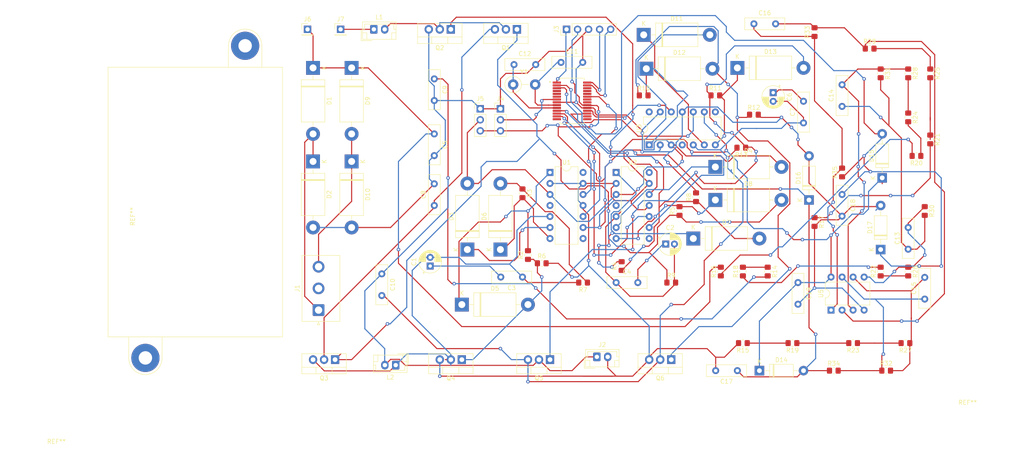
<source format=kicad_pcb>
(kicad_pcb (version 20171130) (host pcbnew "(5.1.6)-1")
  (layers (0 F.Cu signal) (31 B.Cu signal) (34 B.Paste user) (35 F.Paste user) (36 B.SilkS user) (37 F.SilkS user) (38 B.Mask user) (39 F.Mask user) (44 Edge.Cuts user))
  (net 0 "")
  (net 1 "Net-(C1-Pad1)")
  (net 2 BU-VS)
  (net 3 BO-VS)
  (net 4 "Net-(C2-Pad1)")
  (net 5 +300V)
  (net 6 CUR_2)
  (net 7 "Net-(C6-Pad1)")
  (net 8 INV-VS)
  (net 9 +400V)
  (net 10 +100V)
  (net 11 "Net-(C11-Pad1)")
  (net 12 "Net-(C12-Pad1)")
  (net 13 "Net-(C13-Pad2)")
  (net 14 +2.5V)
  (net 15 "Net-(C14-Pad2)")
  (net 16 "Net-(C15-Pad1)")
  (net 17 "Net-(C15-Pad2)")
  (net 18 "Net-(C16-Pad2)")
  (net 19 "Net-(C16-Pad1)")
  (net 20 GRID_C_SEN)
  (net 21 GRID_V_SEN)
  (net 22 +5V)
  (net 23 "Net-(D1-Pad2)")
  (net 24 "Net-(D3-Pad1)")
  (net 25 +12V)
  (net 26 "Net-(D4-Pad1)")
  (net 27 BU-L)
  (net 28 "Net-(D5-Pad1)")
  (net 29 BU-H)
  (net 30 "Net-(D6-Pad1)")
  (net 31 "Net-(D7-Pad1)")
  (net 32 BO-L)
  (net 33 "Net-(D8-Pad1)")
  (net 34 BO-H)
  (net 35 "Net-(D10-Pad1)")
  (net 36 "Net-(D11-Pad1)")
  (net 37 "Net-(D12-Pad1)")
  (net 38 INV-L)
  (net 39 INV-H)
  (net 40 "Net-(D13-Pad1)")
  (net 41 "Net-(J1-Pad2)")
  (net 42 MCLR)
  (net 43 PGD)
  (net 44 PGC)
  (net 45 IND_CUR)
  (net 46 "Net-(J7-Pad1)")
  (net 47 Vs-Bo)
  (net 48 "Net-(R14-Pad1)")
  (net 49 "Net-(R15-Pad1)")
  (net 50 "Net-(R16-Pad1)")
  (net 51 "Net-(R17-Pad1)")
  (net 52 "Net-(R18-Pad1)")
  (net 53 "Net-(R19-Pad1)")
  (net 54 "Net-(R20-Pad1)")
  (net 55 "Net-(R21-Pad1)")
  (net 56 "Net-(R22-Pad1)")
  (net 57 "Net-(R23-Pad1)")
  (net 58 "Net-(R24-Pad1)")
  (net 59 "Net-(R25-Pad1)")
  (net 60 "Net-(U1-Pad14)")
  (net 61 BUCK_PWM_INV)
  (net 62 "Net-(U1-Pad4)")
  (net 63 BUCK_PWM)
  (net 64 "Net-(U1-Pad8)")
  (net 65 "Net-(U2-Pad8)")
  (net 66 BOOST_PWM)
  (net 67 "Net-(U2-Pad4)")
  (net 68 BOOST_PWM_INV)
  (net 69 "Net-(U2-Pad14)")
  (net 70 "Net-(U3-Pad8)")
  (net 71 INVERTER_PWM)
  (net 72 "Net-(U3-Pad4)")
  (net 73 INVERTER_PWM_INV)
  (net 74 "Net-(U3-Pad14)")
  (net 75 "Net-(U4-Pad4)")
  (net 76 "Net-(U4-Pad5)")
  (net 77 "Net-(U4-Pad6)")
  (net 78 "Net-(U4-Pad14)")
  (net 79 "Net-(U4-Pad15)")
  (net 80 "Net-(U4-Pad16)")
  (net 81 "Net-(U4-Pad21)")
  (net 82 "Net-(U4-Pad22)")
  (net 83 "Net-(U4-Pad24)")
  (net 84 "Net-(U4-Pad25)")
  (net 85 "Net-(U4-Pad26)")
  (module MountingHole:MountingHole_2.2mm_M2_ISO7380 (layer F.Cu) (at 255 146)
    (fp_text reference REF** (at 0 -2.75) (layer F.SilkS))
    (fp_text value MountingHole_2.2mm_M2_ISO7380)
    (pad 1 np_thru_hole circle (at 0 0) (size 2.2 2.2) (drill 2.2) (layers *.Cu *.Mask))
  )
  (module MountingHole:MountingHole_2.2mm_M2_ISO7380 (layer F.Cu) (at 45 155)
    (fp_text reference REF** (at 0 -2.75) (layer F.SilkS))
    (fp_text value MountingHole_2.2mm_M2_ISO7380)
    (pad 1 np_thru_hole circle (at 0 0) (size 2.2 2.2) (drill 2.2) (layers *.Cu *.Mask))
  )
  (module Heatsink:Heatsink_62x40mm_2xFixation3mm (layer F.Cu) (at 97 128 90)
    (fp_text reference REF** (at 27.686 -34.417 90) (layer F.SilkS))
    (fp_text value Heatsink_62x40mm_2xFixation3mm)
    (pad 1 thru_hole circle (at 67.056 -8.509 90) (size 6.49732 6.49732) (drill 3.0988) (layers *.Cu *.Mask))
    (pad 1 thru_hole circle (at -4.953 -31.496 90) (size 6.49732 6.49732) (drill 3.0988) (layers *.Cu *.Mask))
  )
  (module Package_TO_SOT_THT:TO-220-3_Vertical (layer F.Cu) (at 151.13 57.15 180)
    (fp_text reference Q1 (at 2.54 -4.27) (layer F.SilkS))
    (fp_text value IRF740)
    (pad 1 thru_hole rect (at 0 0 180) (size 1.905 2) (drill 1.1) (layers *.Cu *.Mask) (net 34 BO-H))
    (pad 2 thru_hole oval (at 2.54 0 180) (size 1.905 2) (drill 1.1) (layers *.Cu *.Mask) (net 47 Vs-Bo))
    (pad 3 thru_hole oval (at 5.08 0 180) (size 1.905 2) (drill 1.1) (layers *.Cu *.Mask) (net 9 +400V))
  )
  (module Diode_THT:D_DO-201AD_P15.24mm_Horizontal (layer F.Cu) (at 196.85 88.9)
    (fp_text reference D4 (at 7.62 -3.72) (layer F.SilkS))
    (fp_text value UF5400)
    (fp_text user K (at 0 -2.6) (layer F.SilkS))
    (pad 2 thru_hole oval (at 15.24 0) (size 3.2 3.2) (drill 1.6) (layers *.Cu *.Mask) (net 25 +12V))
    (pad 1 thru_hole rect (at 0 0) (size 3.2 3.2) (drill 1.6) (layers *.Cu *.Mask) (net 26 "Net-(D4-Pad1)"))
  )
  (module Resistor_SMD:R_0805_2012Metric_Pad1.20x1.40mm_HandSolder (layer F.Cu) (at 192.405 95.885 90)
    (fp_text reference R8 (at 0 -1.65 90) (layer F.SilkS))
    (fp_text value R)
    (pad 2 smd roundrect (at 1 0 90) (size 1.2 1.4) (layers F.Cu F.Paste F.Mask) (roundrect_rratio 0.208333) (net 6 CUR_2))
    (pad 1 smd roundrect (at -1 0 90) (size 1.2 1.4) (layers F.Cu F.Paste F.Mask) (roundrect_rratio 0.208333) (net 32 BO-L))
  )
  (module Connector_JST:JST_EH_B2B-EH-A_1x02_P2.50mm_Vertical (layer F.Cu) (at 169.545 132.715)
    (fp_text reference J2 (at 1.25 -2.8) (layer F.SilkS))
    (fp_text value Conn_01x02_Female)
    (pad 1 thru_hole roundrect (at 0 0) (size 1.7 2) (drill 1) (layers *.Cu *.Mask) (roundrect_rratio 0.147059) (net 10 +100V))
    (pad 2 thru_hole oval (at 2.5 0) (size 1.7 2) (drill 1) (layers *.Cu *.Mask) (net 6 CUR_2))
  )
  (module Resistor_SMD:R_0805_2012Metric_Pad1.20x1.40mm_HandSolder (layer F.Cu) (at 175.26 111.76 90)
    (fp_text reference R4 (at 0 -1.65 270) (layer F.SilkS))
    (fp_text value R)
    (pad 2 smd roundrect (at 1 0 90) (size 1.2 1.4) (layers F.Cu F.Paste F.Mask) (roundrect_rratio 0.208333) (net 31 "Net-(D7-Pad1)"))
    (pad 1 smd roundrect (at -1 0 90) (size 1.2 1.4) (layers F.Cu F.Paste F.Mask) (roundrect_rratio 0.208333) (net 32 BO-L))
  )
  (module Capacitor_THT:C_Disc_D9.0mm_W2.5mm_P5.00mm (layer F.Cu) (at 173.99 115.57)
    (fp_text reference C4 (at 2.5 -2.5) (layer F.SilkS))
    (fp_text value C)
    (pad 1 thru_hole circle (at 0 0) (size 1.6 1.6) (drill 0.8) (layers *.Cu *.Mask) (net 3 BO-VS))
    (pad 2 thru_hole circle (at 5 0) (size 1.6 1.6) (drill 0.8) (layers *.Cu *.Mask) (net 4 "Net-(C2-Pad1)"))
  )
  (module Package_DIP:DIP-14_W7.62mm (layer F.Cu) (at 158.75 90.17)
    (fp_text reference U1 (at 3.81 -2.33) (layer F.SilkS))
    (fp_text value IR2110)
    (pad 14 thru_hole oval (at 7.62 0) (size 1.6 1.6) (drill 0.8) (layers *.Cu *.Mask) (net 60 "Net-(U1-Pad14)"))
    (pad 7 thru_hole oval (at 0 15.24) (size 1.6 1.6) (drill 0.8) (layers *.Cu *.Mask) (net 30 "Net-(D6-Pad1)"))
    (pad 13 thru_hole oval (at 7.62 2.54) (size 1.6 1.6) (drill 0.8) (layers *.Cu *.Mask) (net 6 CUR_2))
    (pad 6 thru_hole oval (at 0 12.7) (size 1.6 1.6) (drill 0.8) (layers *.Cu *.Mask) (net 24 "Net-(D3-Pad1)"))
    (pad 12 thru_hole oval (at 7.62 5.08) (size 1.6 1.6) (drill 0.8) (layers *.Cu *.Mask) (net 61 BUCK_PWM_INV))
    (pad 5 thru_hole oval (at 0 10.16) (size 1.6 1.6) (drill 0.8) (layers *.Cu *.Mask) (net 2 BU-VS))
    (pad 11 thru_hole oval (at 7.62 7.62) (size 1.6 1.6) (drill 0.8) (layers *.Cu *.Mask) (net 6 CUR_2))
    (pad 4 thru_hole oval (at 0 7.62) (size 1.6 1.6) (drill 0.8) (layers *.Cu *.Mask) (net 62 "Net-(U1-Pad4)"))
    (pad 10 thru_hole oval (at 7.62 10.16) (size 1.6 1.6) (drill 0.8) (layers *.Cu *.Mask) (net 63 BUCK_PWM))
    (pad 3 thru_hole oval (at 0 5.08) (size 1.6 1.6) (drill 0.8) (layers *.Cu *.Mask) (net 25 +12V))
    (pad 9 thru_hole oval (at 7.62 12.7) (size 1.6 1.6) (drill 0.8) (layers *.Cu *.Mask) (net 22 +5V))
    (pad 2 thru_hole oval (at 0 2.54) (size 1.6 1.6) (drill 0.8) (layers *.Cu *.Mask) (net 6 CUR_2))
    (pad 8 thru_hole oval (at 7.62 15.24) (size 1.6 1.6) (drill 0.8) (layers *.Cu *.Mask) (net 64 "Net-(U1-Pad8)"))
    (pad 1 thru_hole rect (at 0 0) (size 1.6 1.6) (drill 0.8) (layers *.Cu *.Mask) (net 28 "Net-(D5-Pad1)"))
  )
  (module Package_DIP:DIP-14_W7.62mm (layer F.Cu) (at 173.99 90.17)
    (fp_text reference U2 (at 3.81 -2.33) (layer F.SilkS))
    (fp_text value IR2110)
    (pad 1 thru_hole rect (at 0 0) (size 1.6 1.6) (drill 0.8) (layers *.Cu *.Mask) (net 31 "Net-(D7-Pad1)"))
    (pad 8 thru_hole oval (at 7.62 15.24) (size 1.6 1.6) (drill 0.8) (layers *.Cu *.Mask) (net 65 "Net-(U2-Pad8)"))
    (pad 2 thru_hole oval (at 0 2.54) (size 1.6 1.6) (drill 0.8) (layers *.Cu *.Mask) (net 6 CUR_2))
    (pad 9 thru_hole oval (at 7.62 12.7) (size 1.6 1.6) (drill 0.8) (layers *.Cu *.Mask) (net 22 +5V))
    (pad 3 thru_hole oval (at 0 5.08) (size 1.6 1.6) (drill 0.8) (layers *.Cu *.Mask) (net 25 +12V))
    (pad 10 thru_hole oval (at 7.62 10.16) (size 1.6 1.6) (drill 0.8) (layers *.Cu *.Mask) (net 66 BOOST_PWM))
    (pad 4 thru_hole oval (at 0 7.62) (size 1.6 1.6) (drill 0.8) (layers *.Cu *.Mask) (net 67 "Net-(U2-Pad4)"))
    (pad 11 thru_hole oval (at 7.62 7.62) (size 1.6 1.6) (drill 0.8) (layers *.Cu *.Mask) (net 6 CUR_2))
    (pad 5 thru_hole oval (at 0 10.16) (size 1.6 1.6) (drill 0.8) (layers *.Cu *.Mask) (net 3 BO-VS))
    (pad 12 thru_hole oval (at 7.62 5.08) (size 1.6 1.6) (drill 0.8) (layers *.Cu *.Mask) (net 68 BOOST_PWM_INV))
    (pad 6 thru_hole oval (at 0 12.7) (size 1.6 1.6) (drill 0.8) (layers *.Cu *.Mask) (net 26 "Net-(D4-Pad1)"))
    (pad 13 thru_hole oval (at 7.62 2.54) (size 1.6 1.6) (drill 0.8) (layers *.Cu *.Mask) (net 6 CUR_2))
    (pad 7 thru_hole oval (at 0 15.24) (size 1.6 1.6) (drill 0.8) (layers *.Cu *.Mask) (net 33 "Net-(D8-Pad1)"))
    (pad 14 thru_hole oval (at 7.62 0) (size 1.6 1.6) (drill 0.8) (layers *.Cu *.Mask) (net 69 "Net-(U2-Pad14)"))
  )
  (module Capacitor_THT:CP_Radial_D5.0mm_P2.00mm (layer F.Cu) (at 131.135001 111.76 90)
    (fp_text reference C1 (at 1 -3.75 90) (layer F.SilkS))
    (fp_text value CP)
    (pad 1 thru_hole rect (at 0 0 90) (size 1.6 1.6) (drill 0.8) (layers *.Cu *.Mask) (net 1 "Net-(C1-Pad1)"))
    (pad 2 thru_hole circle (at 2 0 90) (size 1.6 1.6) (drill 0.8) (layers *.Cu *.Mask) (net 2 BU-VS))
  )
  (module Capacitor_THT:CP_Radial_D5.0mm_P2.00mm (layer F.Cu) (at 185.42 106.68)
    (fp_text reference C2 (at 1 -3.75) (layer F.SilkS))
    (fp_text value CP)
    (pad 2 thru_hole circle (at 2 0) (size 1.6 1.6) (drill 0.8) (layers *.Cu *.Mask) (net 3 BO-VS))
    (pad 1 thru_hole rect (at 0 0) (size 1.6 1.6) (drill 0.8) (layers *.Cu *.Mask) (net 4 "Net-(C2-Pad1)"))
  )
  (module Capacitor_THT:C_Disc_D9.0mm_W2.5mm_P5.00mm (layer F.Cu) (at 152.4 114.3 180)
    (fp_text reference C3 (at 2.5 -2.5) (layer F.SilkS))
    (fp_text value C)
    (pad 2 thru_hole circle (at 5 0 180) (size 1.6 1.6) (drill 0.8) (layers *.Cu *.Mask) (net 1 "Net-(C1-Pad1)"))
    (pad 1 thru_hole circle (at 0 0 180) (size 1.6 1.6) (drill 0.8) (layers *.Cu *.Mask) (net 2 BU-VS))
  )
  (module Capacitor_THT:C_Disc_D9.0mm_W2.5mm_P5.00mm (layer F.Cu) (at 132.08 81.28 270)
    (fp_text reference C5 (at 2.5 -2.5 90) (layer F.SilkS))
    (fp_text value C)
    (pad 1 thru_hole circle (at 0 0 270) (size 1.6 1.6) (drill 0.8) (layers *.Cu *.Mask) (net 5 +300V))
    (pad 2 thru_hole circle (at 5 0 270) (size 1.6 1.6) (drill 0.8) (layers *.Cu *.Mask) (net 6 CUR_2))
  )
  (module Capacitor_THT:CP_Radial_D5.0mm_P2.00mm (layer F.Cu) (at 210.185 71.755 270)
    (fp_text reference C6 (at 1 -3.75 90) (layer F.SilkS))
    (fp_text value CP)
    (pad 1 thru_hole rect (at 0 0 270) (size 1.6 1.6) (drill 0.8) (layers *.Cu *.Mask) (net 7 "Net-(C6-Pad1)"))
    (pad 2 thru_hole circle (at 2 0 270) (size 1.6 1.6) (drill 0.8) (layers *.Cu *.Mask) (net 8 INV-VS))
  )
  (module Capacitor_THT:C_Disc_D9.0mm_W2.5mm_P5.00mm (layer F.Cu) (at 217.17 78.74 90)
    (fp_text reference C7 (at 2.5 -2.5 90) (layer F.SilkS))
    (fp_text value C)
    (pad 2 thru_hole circle (at 5 0 90) (size 1.6 1.6) (drill 0.8) (layers *.Cu *.Mask) (net 7 "Net-(C6-Pad1)"))
    (pad 1 thru_hole circle (at 0 0 90) (size 1.6 1.6) (drill 0.8) (layers *.Cu *.Mask) (net 8 INV-VS))
  )
  (module Capacitor_THT:C_Disc_D9.0mm_W2.5mm_P5.00mm (layer F.Cu) (at 132.08 97.79 90)
    (fp_text reference C8 (at 2.5 -2.5 90) (layer F.SilkS))
    (fp_text value C)
    (pad 2 thru_hole circle (at 5 0 90) (size 1.6 1.6) (drill 0.8) (layers *.Cu *.Mask) (net 6 CUR_2))
    (pad 1 thru_hole circle (at 0 0 90) (size 1.6 1.6) (drill 0.8) (layers *.Cu *.Mask) (net 9 +400V))
  )
  (module Capacitor_THT:C_Disc_D9.0mm_W2.5mm_P5.00mm (layer F.Cu) (at 132.08 68.58 270)
    (fp_text reference C9 (at 2.5 -2.5 90) (layer F.SilkS))
    (fp_text value C)
    (pad 1 thru_hole circle (at 0 0 270) (size 1.6 1.6) (drill 0.8) (layers *.Cu *.Mask) (net 10 +100V))
    (pad 2 thru_hole circle (at 5 0 270) (size 1.6 1.6) (drill 0.8) (layers *.Cu *.Mask) (net 6 CUR_2))
  )
  (module Capacitor_THT:C_Disc_D9.0mm_W2.5mm_P5.00mm (layer F.Cu) (at 119.985001 113.564999 270)
    (fp_text reference C10 (at 2.5 -2.5 90) (layer F.SilkS))
    (fp_text value C)
    (pad 1 thru_hole circle (at 0 0 270) (size 1.6 1.6) (drill 0.8) (layers *.Cu *.Mask) (net 10 +100V))
    (pad 2 thru_hole circle (at 5 0 270) (size 1.6 1.6) (drill 0.8) (layers *.Cu *.Mask) (net 8 INV-VS))
  )
  (module Capacitor_THT:C_Disc_D9.0mm_W2.5mm_P5.00mm (layer F.Cu) (at 161.29 64.77)
    (fp_text reference C11 (at 2.5 -2.5) (layer F.SilkS))
    (fp_text value C)
    (pad 2 thru_hole circle (at 5 0) (size 1.6 1.6) (drill 0.8) (layers *.Cu *.Mask) (net 6 CUR_2))
    (pad 1 thru_hole circle (at 0 0) (size 1.6 1.6) (drill 0.8) (layers *.Cu *.Mask) (net 11 "Net-(C11-Pad1)"))
  )
  (module Capacitor_THT:C_Disc_D9.0mm_W2.5mm_P5.00mm (layer F.Cu) (at 150.455001 65.285001)
    (fp_text reference C12 (at 2.5 -2.5) (layer F.SilkS))
    (fp_text value C)
    (pad 1 thru_hole circle (at 0 0) (size 1.6 1.6) (drill 0.8) (layers *.Cu *.Mask) (net 12 "Net-(C12-Pad1)"))
    (pad 2 thru_hole circle (at 5 0) (size 1.6 1.6) (drill 0.8) (layers *.Cu *.Mask) (net 6 CUR_2))
  )
  (module Capacitor_THT:C_Disc_D9.0mm_W2.5mm_P5.00mm (layer F.Cu) (at 241.3 107.87 90)
    (fp_text reference C13 (at 2.5 -2.5 90) (layer F.SilkS))
    (fp_text value 1nF)
    (pad 2 thru_hole circle (at 5 0 90) (size 1.6 1.6) (drill 0.8) (layers *.Cu *.Mask) (net 13 "Net-(C13-Pad2)"))
    (pad 1 thru_hole circle (at 0 0 90) (size 1.6 1.6) (drill 0.8) (layers *.Cu *.Mask) (net 14 +2.5V))
  )
  (module Capacitor_THT:C_Disc_D9.0mm_W2.5mm_P5.00mm (layer F.Cu) (at 226.06 74.93 90)
    (fp_text reference C14 (at 2.5 -2.5 90) (layer F.SilkS))
    (fp_text value 1nF)
    (pad 1 thru_hole circle (at 0 0 90) (size 1.6 1.6) (drill 0.8) (layers *.Cu *.Mask) (net 14 +2.5V))
    (pad 2 thru_hole circle (at 5 0 90) (size 1.6 1.6) (drill 0.8) (layers *.Cu *.Mask) (net 15 "Net-(C14-Pad2)"))
  )
  (module Capacitor_THT:C_Disc_D9.0mm_W2.5mm_P5.00mm (layer F.Cu) (at 245.11 119.38 90)
    (fp_text reference C15 (at 2.5 -2.5 90) (layer F.SilkS))
    (fp_text value 1nF)
    (pad 1 thru_hole circle (at 0 0 90) (size 1.6 1.6) (drill 0.8) (layers *.Cu *.Mask) (net 16 "Net-(C15-Pad1)"))
    (pad 2 thru_hole circle (at 5 0 90) (size 1.6 1.6) (drill 0.8) (layers *.Cu *.Mask) (net 17 "Net-(C15-Pad2)"))
  )
  (module Capacitor_THT:C_Disc_D9.0mm_W2.5mm_P5.00mm (layer F.Cu) (at 205.74 55.88)
    (fp_text reference C16 (at 2.5 -2.5) (layer F.SilkS))
    (fp_text value 1nF)
    (pad 2 thru_hole circle (at 5 0) (size 1.6 1.6) (drill 0.8) (layers *.Cu *.Mask) (net 18 "Net-(C16-Pad2)"))
    (pad 1 thru_hole circle (at 0 0) (size 1.6 1.6) (drill 0.8) (layers *.Cu *.Mask) (net 19 "Net-(C16-Pad1)"))
  )
  (module Capacitor_THT:C_Disc_D9.0mm_W2.5mm_P5.00mm (layer F.Cu) (at 201.93 135.89 180)
    (fp_text reference C17 (at 2.5 -2.5) (layer F.SilkS))
    (fp_text value 10nF)
    (pad 2 thru_hole circle (at 5 0 180) (size 1.6 1.6) (drill 0.8) (layers *.Cu *.Mask) (net 6 CUR_2))
    (pad 1 thru_hole circle (at 0 0 180) (size 1.6 1.6) (drill 0.8) (layers *.Cu *.Mask) (net 20 GRID_C_SEN))
  )
  (module Capacitor_THT:C_Disc_D9.0mm_W2.5mm_P5.00mm (layer F.Cu) (at 226.06 95.25 270)
    (fp_text reference C18 (at 2.5 -2.5 90) (layer F.SilkS))
    (fp_text value 10nF)
    (pad 1 thru_hole circle (at 0 0 270) (size 1.6 1.6) (drill 0.8) (layers *.Cu *.Mask) (net 21 GRID_V_SEN))
    (pad 2 thru_hole circle (at 5 0 270) (size 1.6 1.6) (drill 0.8) (layers *.Cu *.Mask) (net 6 CUR_2))
  )
  (module Capacitor_THT:C_Disc_D9.0mm_W2.5mm_P5.00mm (layer F.Cu) (at 215.9 115.57 270)
    (fp_text reference C19 (at 2.5 -2.5 90) (layer F.SilkS))
    (fp_text value 0.1uF)
    (pad 2 thru_hole circle (at 5 0 270) (size 1.6 1.6) (drill 0.8) (layers *.Cu *.Mask) (net 6 CUR_2))
    (pad 1 thru_hole circle (at 0 0 270) (size 1.6 1.6) (drill 0.8) (layers *.Cu *.Mask) (net 22 +5V))
  )
  (module Diode_THT:D_DO-201AD_P15.24mm_Horizontal (layer F.Cu) (at 104.14 66.04 270)
    (fp_text reference D1 (at 7.62 -3.72 90) (layer F.SilkS))
    (fp_text value 1N5405)
    (fp_text user K (at 0 -2.6 90) (layer F.SilkS))
    (pad 1 thru_hole rect (at 0 0 270) (size 3.2 3.2) (drill 1.6) (layers *.Cu *.Mask) (net 5 +300V))
    (pad 2 thru_hole oval (at 15.24 0 270) (size 3.2 3.2) (drill 1.6) (layers *.Cu *.Mask) (net 23 "Net-(D1-Pad2)"))
  )
  (module Diode_THT:D_DO-201AD_P15.24mm_Horizontal (layer F.Cu) (at 104.14 87.63 270)
    (fp_text reference D2 (at 7.62 -3.72 90) (layer F.SilkS))
    (fp_text value 1N5405)
    (fp_text user K (at 0 -2.6 90) (layer F.SilkS))
    (pad 1 thru_hole rect (at 0 0 270) (size 3.2 3.2) (drill 1.6) (layers *.Cu *.Mask) (net 23 "Net-(D1-Pad2)"))
    (pad 2 thru_hole oval (at 15.24 0 270) (size 3.2 3.2) (drill 1.6) (layers *.Cu *.Mask) (net 6 CUR_2))
  )
  (module Diode_THT:D_DO-201AD_P15.24mm_Horizontal (layer F.Cu) (at 139.7 107.95 90)
    (fp_text reference D3 (at 7.62 -3.72 90) (layer F.SilkS))
    (fp_text value UF5400)
    (fp_text user K (at 0 -2.6 90) (layer F.SilkS))
    (pad 1 thru_hole rect (at 0 0 90) (size 3.2 3.2) (drill 1.6) (layers *.Cu *.Mask) (net 24 "Net-(D3-Pad1)"))
    (pad 2 thru_hole oval (at 15.24 0 90) (size 3.2 3.2) (drill 1.6) (layers *.Cu *.Mask) (net 25 +12V))
  )
  (module Diode_THT:D_DO-201AD_P15.24mm_Horizontal (layer F.Cu) (at 138.43 120.65)
    (fp_text reference D5 (at 7.62 -3.72) (layer F.SilkS))
    (fp_text value UF5400)
    (fp_text user K (at 0 -2.6) (layer F.SilkS))
    (pad 2 thru_hole oval (at 15.24 0) (size 3.2 3.2) (drill 1.6) (layers *.Cu *.Mask) (net 27 BU-L))
    (pad 1 thru_hole rect (at 0 0) (size 3.2 3.2) (drill 1.6) (layers *.Cu *.Mask) (net 28 "Net-(D5-Pad1)"))
  )
  (module Diode_THT:D_DO-201AD_P15.24mm_Horizontal (layer F.Cu) (at 147.32 107.95 90)
    (fp_text reference D6 (at 7.62 -3.72 90) (layer F.SilkS))
    (fp_text value UF5400)
    (fp_text user K (at 0 -2.6 90) (layer F.SilkS))
    (pad 2 thru_hole oval (at 15.24 0 90) (size 3.2 3.2) (drill 1.6) (layers *.Cu *.Mask) (net 29 BU-H))
    (pad 1 thru_hole rect (at 0 0 90) (size 3.2 3.2) (drill 1.6) (layers *.Cu *.Mask) (net 30 "Net-(D6-Pad1)"))
  )
  (module Diode_THT:D_DO-201AD_P15.24mm_Horizontal (layer F.Cu) (at 191.77 105.41)
    (fp_text reference D7 (at 7.62 -3.72) (layer F.SilkS))
    (fp_text value UF5400)
    (fp_text user K (at 0 -2.6) (layer F.SilkS))
    (pad 1 thru_hole rect (at 0 0) (size 3.2 3.2) (drill 1.6) (layers *.Cu *.Mask) (net 31 "Net-(D7-Pad1)"))
    (pad 2 thru_hole oval (at 15.24 0) (size 3.2 3.2) (drill 1.6) (layers *.Cu *.Mask) (net 32 BO-L))
  )
  (module Diode_THT:D_DO-201AD_P15.24mm_Horizontal (layer F.Cu) (at 196.85 96.52)
    (fp_text reference D8 (at 7.62 -3.72) (layer F.SilkS))
    (fp_text value UF5400)
    (fp_text user K (at 0 -2.6) (layer F.SilkS))
    (pad 1 thru_hole rect (at 0 0) (size 3.2 3.2) (drill 1.6) (layers *.Cu *.Mask) (net 33 "Net-(D8-Pad1)"))
    (pad 2 thru_hole oval (at 15.24 0) (size 3.2 3.2) (drill 1.6) (layers *.Cu *.Mask) (net 34 BO-H))
  )
  (module Diode_THT:D_DO-201AD_P15.24mm_Horizontal (layer F.Cu) (at 113.03 66.04 270)
    (fp_text reference D9 (at 7.62 -3.72 90) (layer F.SilkS))
    (fp_text value 1N5405)
    (fp_text user K (at 0 -2.6 90) (layer F.SilkS))
    (pad 1 thru_hole rect (at 0 0 270) (size 3.2 3.2) (drill 1.6) (layers *.Cu *.Mask) (net 5 +300V))
    (pad 2 thru_hole oval (at 15.24 0 270) (size 3.2 3.2) (drill 1.6) (layers *.Cu *.Mask) (net 35 "Net-(D10-Pad1)"))
  )
  (module Diode_THT:D_DO-201AD_P15.24mm_Horizontal (layer F.Cu) (at 113.03 87.63 270)
    (fp_text reference D10 (at 7.62 -3.72 90) (layer F.SilkS))
    (fp_text value 1N5405)
    (fp_text user K (at 0 -2.6 90) (layer F.SilkS))
    (pad 2 thru_hole oval (at 15.24 0 270) (size 3.2 3.2) (drill 1.6) (layers *.Cu *.Mask) (net 6 CUR_2))
    (pad 1 thru_hole rect (at 0 0 270) (size 3.2 3.2) (drill 1.6) (layers *.Cu *.Mask) (net 35 "Net-(D10-Pad1)"))
  )
  (module Diode_THT:D_DO-201AD_P15.24mm_Horizontal (layer F.Cu) (at 180.34 58.42)
    (fp_text reference D11 (at 7.62 -3.72) (layer F.SilkS))
    (fp_text value UF5400)
    (fp_text user K (at 0 -2.6) (layer F.SilkS))
    (pad 2 thru_hole oval (at 15.24 0) (size 3.2 3.2) (drill 1.6) (layers *.Cu *.Mask) (net 25 +12V))
    (pad 1 thru_hole rect (at 0 0) (size 3.2 3.2) (drill 1.6) (layers *.Cu *.Mask) (net 36 "Net-(D11-Pad1)"))
  )
  (module Diode_THT:D_DO-201AD_P15.24mm_Horizontal (layer F.Cu) (at 180.945001 66.235001)
    (fp_text reference D12 (at 7.62 -3.72) (layer F.SilkS))
    (fp_text value UF5400)
    (fp_text user K (at 0 -2.6) (layer F.SilkS))
    (pad 1 thru_hole rect (at 0 0) (size 3.2 3.2) (drill 1.6) (layers *.Cu *.Mask) (net 37 "Net-(D12-Pad1)"))
    (pad 2 thru_hole oval (at 15.24 0) (size 3.2 3.2) (drill 1.6) (layers *.Cu *.Mask) (net 38 INV-L))
  )
  (module Diode_THT:D_DO-201AD_P15.24mm_Horizontal (layer F.Cu) (at 201.93 66.04)
    (fp_text reference D13 (at 7.62 -3.72) (layer F.SilkS))
    (fp_text value UF5400)
    (fp_text user K (at 0 -2.6) (layer F.SilkS))
    (pad 2 thru_hole oval (at 15.24 0) (size 3.2 3.2) (drill 1.6) (layers *.Cu *.Mask) (net 39 INV-H))
    (pad 1 thru_hole rect (at 0 0) (size 3.2 3.2) (drill 1.6) (layers *.Cu *.Mask) (net 40 "Net-(D13-Pad1)"))
  )
  (module Diode_THT:D_DO-41_SOD81_P10.16mm_Horizontal (layer F.Cu) (at 207.01 135.89)
    (fp_text reference D14 (at 5.08 -2.47) (layer F.SilkS))
    (fp_text value D_Schottky)
    (fp_text user K (at 0 -2.1) (layer F.SilkS))
    (pad 1 thru_hole rect (at 0 0) (size 2.2 2.2) (drill 1.1) (layers *.Cu *.Mask) (net 22 +5V))
    (pad 2 thru_hole oval (at 10.16 0) (size 2.2 2.2) (drill 1.1) (layers *.Cu *.Mask) (net 20 GRID_C_SEN))
  )
  (module Diode_THT:D_DO-41_SOD81_P10.16mm_Horizontal (layer F.Cu) (at 235.305001 91.414999 90)
    (fp_text reference D15 (at 5.08 -2.47 90) (layer F.SilkS))
    (fp_text value D_Schottky)
    (fp_text user K (at 0 -2.1 90) (layer F.SilkS))
    (pad 2 thru_hole oval (at 10.16 0 90) (size 2.2 2.2) (drill 1.1) (layers *.Cu *.Mask) (net 21 GRID_V_SEN))
    (pad 1 thru_hole rect (at 0 0 90) (size 2.2 2.2) (drill 1.1) (layers *.Cu *.Mask) (net 22 +5V))
  )
  (module Diode_THT:D_DO-41_SOD81_P10.16mm_Horizontal (layer F.Cu) (at 218.44 96.52 90)
    (fp_text reference D16 (at 5.08 -2.47 90) (layer F.SilkS))
    (fp_text value D_Schottky)
    (fp_text user K (at 0 -2.1 90) (layer F.SilkS))
    (pad 2 thru_hole oval (at 10.16 0 90) (size 2.2 2.2) (drill 1.1) (layers *.Cu *.Mask) (net 6 CUR_2))
    (pad 1 thru_hole rect (at 0 0 90) (size 2.2 2.2) (drill 1.1) (layers *.Cu *.Mask) (net 20 GRID_C_SEN))
  )
  (module Diode_THT:D_DO-41_SOD81_P10.16mm_Horizontal (layer F.Cu) (at 234.95 107.95 90)
    (fp_text reference D17 (at 5.08 -2.47 90) (layer F.SilkS))
    (fp_text value D_Schottky)
    (fp_text user K (at 0 -2.1 90) (layer F.SilkS))
    (pad 1 thru_hole rect (at 0 0 90) (size 2.2 2.2) (drill 1.1) (layers *.Cu *.Mask) (net 21 GRID_V_SEN))
    (pad 2 thru_hole oval (at 10.16 0 90) (size 2.2 2.2) (drill 1.1) (layers *.Cu *.Mask) (net 6 CUR_2))
  )
  (module Connector_PinHeader_2.54mm:PinHeader_1x05_P2.54mm_Vertical (layer F.Cu) (at 162.56 57.15 90)
    (fp_text reference J3 (at 0 -2.33 90) (layer F.SilkS))
    (fp_text value Conn_01x05_Male)
    (pad 1 thru_hole rect (at 0 0 90) (size 1.7 1.7) (drill 1) (layers *.Cu *.Mask) (net 42 MCLR))
    (pad 2 thru_hole oval (at 0 2.54 90) (size 1.7 1.7) (drill 1) (layers *.Cu *.Mask) (net 22 +5V))
    (pad 3 thru_hole oval (at 0 5.08 90) (size 1.7 1.7) (drill 1) (layers *.Cu *.Mask) (net 6 CUR_2))
    (pad 4 thru_hole oval (at 0 7.62 90) (size 1.7 1.7) (drill 1) (layers *.Cu *.Mask) (net 43 PGD))
    (pad 5 thru_hole oval (at 0 10.16 90) (size 1.7 1.7) (drill 1) (layers *.Cu *.Mask) (net 44 PGC))
  )
  (module Connector_PinHeader_2.54mm:PinHeader_1x03_P2.54mm_Vertical (layer F.Cu) (at 147.325001 75.485001)
    (fp_text reference J4 (at 0 -2.33) (layer F.SilkS))
    (fp_text value Conn_01x03_Female)
    (pad 3 thru_hole oval (at 0 5.08) (size 1.7 1.7) (drill 1) (layers *.Cu *.Mask) (net 22 +5V))
    (pad 2 thru_hole oval (at 0 2.54) (size 1.7 1.7) (drill 1) (layers *.Cu *.Mask) (net 45 IND_CUR))
    (pad 1 thru_hole rect (at 0 0) (size 1.7 1.7) (drill 1) (layers *.Cu *.Mask) (net 6 CUR_2))
  )
  (module Connector_PinHeader_2.54mm:PinHeader_1x03_P2.54mm_Vertical (layer F.Cu) (at 142.675001 75.485001)
    (fp_text reference J5 (at 0 -2.33) (layer F.SilkS))
    (fp_text value Conn_01x03_Female)
    (pad 1 thru_hole rect (at 0 0) (size 1.7 1.7) (drill 1) (layers *.Cu *.Mask) (net 6 CUR_2))
    (pad 2 thru_hole oval (at 0 2.54) (size 1.7 1.7) (drill 1) (layers *.Cu *.Mask) (net 25 +12V))
    (pad 3 thru_hole oval (at 0 5.08) (size 1.7 1.7) (drill 1) (layers *.Cu *.Mask) (net 22 +5V))
  )
  (module Connector_PinHeader_2.54mm:PinHeader_1x01_P2.54mm_Vertical (layer F.Cu) (at 102.87 57.15)
    (fp_text reference J6 (at 0 -2.33) (layer F.SilkS))
    (fp_text value Conn_01x01_Male)
    (pad 1 thru_hole rect (at 0 0) (size 1.7 1.7) (drill 1) (layers *.Cu *.Mask) (net 5 +300V))
  )
  (module Connector_PinHeader_2.54mm:PinHeader_1x01_P2.54mm_Vertical (layer F.Cu) (at 110.49 57.15)
    (fp_text reference J7 (at 0 -2.33) (layer F.SilkS))
    (fp_text value Conn_01x01_Male)
    (pad 1 thru_hole rect (at 0 0) (size 1.7 1.7) (drill 1) (layers *.Cu *.Mask) (net 46 "Net-(J7-Pad1)"))
  )
  (module Package_TO_SOT_THT:TO-220-3_Vertical (layer F.Cu) (at 135.89 57.15 180)
    (fp_text reference Q2 (at 2.54 -4.27) (layer F.SilkS))
    (fp_text value IRF740)
    (pad 3 thru_hole oval (at 5.08 0 180) (size 1.905 2) (drill 1.1) (layers *.Cu *.Mask) (net 6 CUR_2))
    (pad 2 thru_hole oval (at 2.54 0 180) (size 1.905 2) (drill 1.1) (layers *.Cu *.Mask) (net 47 Vs-Bo))
    (pad 1 thru_hole rect (at 0 0 180) (size 1.905 2) (drill 1.1) (layers *.Cu *.Mask) (net 32 BO-L))
  )
  (module Package_TO_SOT_THT:TO-220-3_Vertical (layer F.Cu) (at 109.22 133.35 180)
    (fp_text reference Q3 (at 2.54 -4.27) (layer F.SilkS))
    (fp_text value IRF740)
    (pad 1 thru_hole rect (at 0 0 180) (size 1.905 2) (drill 1.1) (layers *.Cu *.Mask) (net 34 BO-H))
    (pad 2 thru_hole oval (at 2.54 0 180) (size 1.905 2) (drill 1.1) (layers *.Cu *.Mask) (net 9 +400V))
    (pad 3 thru_hole oval (at 5.08 0 180) (size 1.905 2) (drill 1.1) (layers *.Cu *.Mask) (net 2 BU-VS))
  )
  (module Package_TO_SOT_THT:TO-220-3_Vertical (layer F.Cu) (at 138.43 133.35 180)
    (fp_text reference Q4 (at 2.54 -4.27) (layer F.SilkS))
    (fp_text value IRF740)
    (pad 3 thru_hole oval (at 5.08 0 180) (size 1.905 2) (drill 1.1) (layers *.Cu *.Mask) (net 6 CUR_2))
    (pad 2 thru_hole oval (at 2.54 0 180) (size 1.905 2) (drill 1.1) (layers *.Cu *.Mask) (net 2 BU-VS))
    (pad 1 thru_hole rect (at 0 0 180) (size 1.905 2) (drill 1.1) (layers *.Cu *.Mask) (net 27 BU-L))
  )
  (module Package_TO_SOT_THT:TO-220-3_Vertical (layer F.Cu) (at 158.75 133.35 180)
    (fp_text reference Q5 (at 2.54 -4.27) (layer F.SilkS))
    (fp_text value IRF740)
    (pad 3 thru_hole oval (at 5.08 0 180) (size 1.905 2) (drill 1.1) (layers *.Cu *.Mask) (net 8 INV-VS))
    (pad 2 thru_hole oval (at 2.54 0 180) (size 1.905 2) (drill 1.1) (layers *.Cu *.Mask) (net 10 +100V))
    (pad 1 thru_hole rect (at 0 0 180) (size 1.905 2) (drill 1.1) (layers *.Cu *.Mask) (net 39 INV-H))
  )
  (module Package_TO_SOT_THT:TO-220-3_Vertical (layer F.Cu) (at 186.69 133.35 180)
    (fp_text reference Q6 (at 2.54 -4.27) (layer F.SilkS))
    (fp_text value IRF740)
    (pad 1 thru_hole rect (at 0 0 180) (size 1.905 2) (drill 1.1) (layers *.Cu *.Mask) (net 38 INV-L))
    (pad 2 thru_hole oval (at 2.54 0 180) (size 1.905 2) (drill 1.1) (layers *.Cu *.Mask) (net 8 INV-VS))
    (pad 3 thru_hole oval (at 5.08 0 180) (size 1.905 2) (drill 1.1) (layers *.Cu *.Mask) (net 6 CUR_2))
  )
  (module Package_DIP:DIP-14_W7.62mm (layer F.Cu) (at 181.61 83.82 90)
    (fp_text reference U3 (at 3.81 -2.33 90) (layer F.SilkS))
    (fp_text value IR2110)
    (pad 1 thru_hole rect (at 0 0 90) (size 1.6 1.6) (drill 0.8) (layers *.Cu *.Mask) (net 37 "Net-(D12-Pad1)"))
    (pad 8 thru_hole oval (at 7.62 15.24 90) (size 1.6 1.6) (drill 0.8) (layers *.Cu *.Mask) (net 70 "Net-(U3-Pad8)"))
    (pad 2 thru_hole oval (at 0 2.54 90) (size 1.6 1.6) (drill 0.8) (layers *.Cu *.Mask) (net 6 CUR_2))
    (pad 9 thru_hole oval (at 7.62 12.7 90) (size 1.6 1.6) (drill 0.8) (layers *.Cu *.Mask) (net 22 +5V))
    (pad 3 thru_hole oval (at 0 5.08 90) (size 1.6 1.6) (drill 0.8) (layers *.Cu *.Mask) (net 25 +12V))
    (pad 10 thru_hole oval (at 7.62 10.16 90) (size 1.6 1.6) (drill 0.8) (layers *.Cu *.Mask) (net 71 INVERTER_PWM))
    (pad 4 thru_hole oval (at 0 7.62 90) (size 1.6 1.6) (drill 0.8) (layers *.Cu *.Mask) (net 72 "Net-(U3-Pad4)"))
    (pad 11 thru_hole oval (at 7.62 7.62 90) (size 1.6 1.6) (drill 0.8) (layers *.Cu *.Mask) (net 6 CUR_2))
    (pad 5 thru_hole oval (at 0 10.16 90) (size 1.6 1.6) (drill 0.8) (layers *.Cu *.Mask) (net 8 INV-VS))
    (pad 12 thru_hole oval (at 7.62 5.08 90) (size 1.6 1.6) (drill 0.8) (layers *.Cu *.Mask) (net 73 INVERTER_PWM_INV))
    (pad 6 thru_hole oval (at 0 12.7 90) (size 1.6 1.6) (drill 0.8) (layers *.Cu *.Mask) (net 36 "Net-(D11-Pad1)"))
    (pad 13 thru_hole oval (at 7.62 2.54 90) (size 1.6 1.6) (drill 0.8) (layers *.Cu *.Mask) (net 6 CUR_2))
    (pad 7 thru_hole oval (at 0 15.24 90) (size 1.6 1.6) (drill 0.8) (layers *.Cu *.Mask) (net 40 "Net-(D13-Pad1)"))
    (pad 14 thru_hole oval (at 7.62 0 90) (size 1.6 1.6) (drill 0.8) (layers *.Cu *.Mask) (net 74 "Net-(U3-Pad14)"))
  )
  (module PIC16F1933-I_SS:SOP65P780X200-28N (layer F.Cu) (at 163.83 73.66)
    (fp_text reference U4 (at -1.525 -6.217) (layer F.SilkS) (effects (font (thickness 0.015))))
    (fp_text value PIC16F1933-I_SS)
    (pad 1 smd rect (at -3.505 -4.225) (size 1.9 0.48) (layers F.Cu F.Paste F.Mask) (net 42 MCLR))
    (pad 2 smd rect (at -3.505 -3.575) (size 1.9 0.48) (layers F.Cu F.Paste F.Mask) (net 21 GRID_V_SEN))
    (pad 3 smd rect (at -3.505 -2.925) (size 1.9 0.48) (layers F.Cu F.Paste F.Mask) (net 20 GRID_C_SEN))
    (pad 4 smd rect (at -3.505 -2.275) (size 1.9 0.48) (layers F.Cu F.Paste F.Mask) (net 75 "Net-(U4-Pad4)"))
    (pad 5 smd rect (at -3.505 -1.625) (size 1.9 0.48) (layers F.Cu F.Paste F.Mask) (net 76 "Net-(U4-Pad5)"))
    (pad 6 smd rect (at -3.505 -0.975) (size 1.9 0.48) (layers F.Cu F.Paste F.Mask) (net 77 "Net-(U4-Pad6)"))
    (pad 7 smd rect (at -3.505 -0.325) (size 1.9 0.48) (layers F.Cu F.Paste F.Mask) (net 45 IND_CUR))
    (pad 8 smd rect (at -3.505 0.325) (size 1.9 0.48) (layers F.Cu F.Paste F.Mask) (net 6 CUR_2))
    (pad 9 smd rect (at -3.505 0.975) (size 1.9 0.48) (layers F.Cu F.Paste F.Mask) (net 11 "Net-(C11-Pad1)"))
    (pad 10 smd rect (at -3.505 1.625) (size 1.9 0.48) (layers F.Cu F.Paste F.Mask) (net 12 "Net-(C12-Pad1)"))
    (pad 11 smd rect (at -3.505 2.275) (size 1.9 0.48) (layers F.Cu F.Paste F.Mask) (net 68 BOOST_PWM_INV))
    (pad 12 smd rect (at -3.505 2.925) (size 1.9 0.48) (layers F.Cu F.Paste F.Mask) (net 66 BOOST_PWM))
    (pad 13 smd rect (at -3.505 3.575) (size 1.9 0.48) (layers F.Cu F.Paste F.Mask) (net 63 BUCK_PWM))
    (pad 14 smd rect (at -3.505 4.225) (size 1.9 0.48) (layers F.Cu F.Paste F.Mask) (net 78 "Net-(U4-Pad14)"))
    (pad 15 smd rect (at 3.505 4.225) (size 1.9 0.48) (layers F.Cu F.Paste F.Mask) (net 79 "Net-(U4-Pad15)"))
    (pad 16 smd rect (at 3.505 3.575) (size 1.9 0.48) (layers F.Cu F.Paste F.Mask) (net 80 "Net-(U4-Pad16)"))
    (pad 17 smd rect (at 3.505 2.925) (size 1.9 0.48) (layers F.Cu F.Paste F.Mask) (net 71 INVERTER_PWM))
    (pad 18 smd rect (at 3.505 2.275) (size 1.9 0.48) (layers F.Cu F.Paste F.Mask) (net 73 INVERTER_PWM_INV))
    (pad 19 smd rect (at 3.505 1.625) (size 1.9 0.48) (layers F.Cu F.Paste F.Mask) (net 6 CUR_2))
    (pad 20 smd rect (at 3.505 0.975) (size 1.9 0.48) (layers F.Cu F.Paste F.Mask) (net 22 +5V))
    (pad 21 smd rect (at 3.505 0.325) (size 1.9 0.48) (layers F.Cu F.Paste F.Mask) (net 81 "Net-(U4-Pad21)"))
    (pad 22 smd rect (at 3.505 -0.325) (size 1.9 0.48) (layers F.Cu F.Paste F.Mask) (net 82 "Net-(U4-Pad22)"))
    (pad 23 smd rect (at 3.505 -0.975) (size 1.9 0.48) (layers F.Cu F.Paste F.Mask) (net 61 BUCK_PWM_INV))
    (pad 24 smd rect (at 3.505 -1.625) (size 1.9 0.48) (layers F.Cu F.Paste F.Mask) (net 83 "Net-(U4-Pad24)"))
    (pad 25 smd rect (at 3.505 -2.275) (size 1.9 0.48) (layers F.Cu F.Paste F.Mask) (net 84 "Net-(U4-Pad25)"))
    (pad 26 smd rect (at 3.505 -2.925) (size 1.9 0.48) (layers F.Cu F.Paste F.Mask) (net 85 "Net-(U4-Pad26)"))
    (pad 27 smd rect (at 3.505 -3.575) (size 1.9 0.48) (layers F.Cu F.Paste F.Mask) (net 44 PGC))
    (pad 28 smd rect (at 3.505 -4.225) (size 1.9 0.48) (layers F.Cu F.Paste F.Mask) (net 43 PGD))
  )
  (module Package_DIP:DIP-8_W7.62mm (layer F.Cu) (at 223.52 121.92 90)
    (fp_text reference U5 (at 3.81 -2.33 90) (layer F.SilkS))
    (fp_text value TL082)
    (pad 1 thru_hole rect (at 0 0 90) (size 1.6 1.6) (drill 0.8) (layers *.Cu *.Mask) (net 19 "Net-(C16-Pad1)"))
    (pad 5 thru_hole oval (at 7.62 7.62 90) (size 1.6 1.6) (drill 0.8) (layers *.Cu *.Mask) (net 13 "Net-(C13-Pad2)"))
    (pad 2 thru_hole oval (at 0 2.54 90) (size 1.6 1.6) (drill 0.8) (layers *.Cu *.Mask) (net 18 "Net-(C16-Pad2)"))
    (pad 6 thru_hole oval (at 7.62 5.08 90) (size 1.6 1.6) (drill 0.8) (layers *.Cu *.Mask) (net 17 "Net-(C15-Pad2)"))
    (pad 3 thru_hole oval (at 0 5.08 90) (size 1.6 1.6) (drill 0.8) (layers *.Cu *.Mask) (net 15 "Net-(C14-Pad2)"))
    (pad 7 thru_hole oval (at 7.62 2.54 90) (size 1.6 1.6) (drill 0.8) (layers *.Cu *.Mask) (net 16 "Net-(C15-Pad1)"))
    (pad 4 thru_hole oval (at 0 7.62 90) (size 1.6 1.6) (drill 0.8) (layers *.Cu *.Mask) (net 6 CUR_2))
    (pad 8 thru_hole oval (at 7.62 0 90) (size 1.6 1.6) (drill 0.8) (layers *.Cu *.Mask) (net 22 +5V))
  )
  (module Resistor_THT:R_Axial_DIN0411_L9.9mm_D3.6mm_P5.08mm_Vertical (layer F.Cu) (at 150.255001 69.885001)
    (fp_text reference Y1 (at 2.54 -2.92) (layer F.SilkS))
    (fp_text value Crystal)
    (pad 1 thru_hole circle (at 0 0) (size 2.4 2.4) (drill 1.2) (layers *.Cu *.Mask) (net 12 "Net-(C12-Pad1)"))
    (pad 2 thru_hole oval (at 5.08 0) (size 2.4 2.4) (drill 1.2) (layers *.Cu *.Mask) (net 11 "Net-(C11-Pad1)"))
  )
  (module Connector_JST:JST_NV_B03P-NV_1x03_P5.00mm_Vertical (layer F.Cu) (at 105.41 121.92 90)
    (fp_text reference J1 (at 5 -4.9 90) (layer F.SilkS))
    (fp_text value Conn_01x03_Female)
    (pad 1 thru_hole roundrect (at 0 0 90) (size 2.7 2.7) (drill 1.7) (layers *.Cu *.Mask) (roundrect_rratio 0.09259299999999999) (net 23 "Net-(D1-Pad2)"))
    (pad 2 thru_hole circle (at 5 0 90) (size 2.7 2.7) (drill 1.7) (layers *.Cu *.Mask) (net 41 "Net-(J1-Pad2)"))
    (pad 3 thru_hole circle (at 10 0 90) (size 2.7 2.7) (drill 1.7) (layers *.Cu *.Mask) (net 35 "Net-(D10-Pad1)"))
  )
  (module Connector_JST:JST_EH_B2B-EH-A_1x02_P2.50mm_Vertical (layer F.Cu) (at 118.15 57.15)
    (fp_text reference L1 (at 1.25 -2.8) (layer F.SilkS))
    (fp_text value INDUCTOR)
    (pad 1 thru_hole roundrect (at 0 0) (size 1.7 2) (drill 1) (layers *.Cu *.Mask) (roundrect_rratio 0.147059) (net 46 "Net-(J7-Pad1)"))
    (pad 2 thru_hole oval (at 2.5 0) (size 1.7 2) (drill 1) (layers *.Cu *.Mask) (net 47 Vs-Bo))
  )
  (module Connector_JST:JST_EH_B2B-EH-A_1x02_P2.50mm_Vertical (layer F.Cu) (at 123.19 134.62 180)
    (fp_text reference L2 (at 1.25 -2.8) (layer F.SilkS))
    (fp_text value INDUCTOR)
    (pad 2 thru_hole oval (at 2.5 0 180) (size 1.7 2) (drill 1) (layers *.Cu *.Mask) (net 10 +100V))
    (pad 1 thru_hole roundrect (at 0 0 180) (size 1.7 2) (drill 1) (layers *.Cu *.Mask) (roundrect_rratio 0.147059) (net 2 BU-VS))
  )
  (module Resistor_SMD:R_0805_2012Metric_Pad1.20x1.40mm_HandSolder (layer F.Cu) (at 153.67 109.22 90)
    (fp_text reference R2 (at 0 -1.65 90) (layer F.SilkS))
    (fp_text value R)
    (pad 1 smd roundrect (at -1 0 90) (size 1.2 1.4) (layers F.Cu F.Paste F.Mask) (roundrect_rratio 0.208333) (net 27 BU-L))
    (pad 2 smd roundrect (at 1 0 90) (size 1.2 1.4) (layers F.Cu F.Paste F.Mask) (roundrect_rratio 0.208333) (net 28 "Net-(D5-Pad1)"))
  )
  (module Resistor_SMD:R_0805_2012Metric_Pad1.20x1.40mm_HandSolder (layer F.Cu) (at 152.4 94.98 270)
    (fp_text reference R3 (at 0 -1.65 90) (layer F.SilkS))
    (fp_text value R)
    (pad 1 smd roundrect (at -1 0 270) (size 1.2 1.4) (layers F.Cu F.Paste F.Mask) (roundrect_rratio 0.208333) (net 29 BU-H))
    (pad 2 smd roundrect (at 1 0 270) (size 1.2 1.4) (layers F.Cu F.Paste F.Mask) (roundrect_rratio 0.208333) (net 30 "Net-(D6-Pad1)"))
  )
  (module Resistor_SMD:R_0805_2012Metric_Pad1.20x1.40mm_HandSolder (layer F.Cu) (at 188.595 99.06 90)
    (fp_text reference R5 (at 0 -1.65 90) (layer F.SilkS))
    (fp_text value R)
    (pad 2 smd roundrect (at 1 0 90) (size 1.2 1.4) (layers F.Cu F.Paste F.Mask) (roundrect_rratio 0.208333) (net 33 "Net-(D8-Pad1)"))
    (pad 1 smd roundrect (at -1 0 90) (size 1.2 1.4) (layers F.Cu F.Paste F.Mask) (roundrect_rratio 0.208333) (net 34 BO-H))
  )
  (module Resistor_SMD:R_0805_2012Metric_Pad1.20x1.40mm_HandSolder (layer F.Cu) (at 156.845 111.125)
    (fp_text reference R6 (at 0 -1.65) (layer F.SilkS))
    (fp_text value R)
    (pad 2 smd roundrect (at 1 0) (size 1.2 1.4) (layers F.Cu F.Paste F.Mask) (roundrect_rratio 0.208333) (net 6 CUR_2))
    (pad 1 smd roundrect (at -1 0) (size 1.2 1.4) (layers F.Cu F.Paste F.Mask) (roundrect_rratio 0.208333) (net 27 BU-L))
  )
  (module Resistor_SMD:R_0805_2012Metric_Pad1.20x1.40mm_HandSolder (layer F.Cu) (at 166.37 115.57 180)
    (fp_text reference R7 (at 0 -1.65) (layer F.SilkS))
    (fp_text value R)
    (pad 2 smd roundrect (at 1 0 180) (size 1.2 1.4) (layers F.Cu F.Paste F.Mask) (roundrect_rratio 0.208333) (net 2 BU-VS))
    (pad 1 smd roundrect (at -1 0 180) (size 1.2 1.4) (layers F.Cu F.Paste F.Mask) (roundrect_rratio 0.208333) (net 29 BU-H))
  )
  (module Resistor_SMD:R_0805_2012Metric_Pad1.20x1.40mm_HandSolder (layer F.Cu) (at 186.69 115.57)
    (fp_text reference R9 (at 0 -1.65) (layer F.SilkS))
    (fp_text value R)
    (pad 1 smd roundrect (at -1 0) (size 1.2 1.4) (layers F.Cu F.Paste F.Mask) (roundrect_rratio 0.208333) (net 34 BO-H))
    (pad 2 smd roundrect (at 1 0) (size 1.2 1.4) (layers F.Cu F.Paste F.Mask) (roundrect_rratio 0.208333) (net 3 BO-VS))
  )
  (module Resistor_SMD:R_0805_2012Metric_Pad1.20x1.40mm_HandSolder (layer F.Cu) (at 180.34 72.39)
    (fp_text reference R10 (at 0 -1.65) (layer F.SilkS))
    (fp_text value R)
    (pad 2 smd roundrect (at 1 0) (size 1.2 1.4) (layers F.Cu F.Paste F.Mask) (roundrect_rratio 0.208333) (net 37 "Net-(D12-Pad1)"))
    (pad 1 smd roundrect (at -1 0) (size 1.2 1.4) (layers F.Cu F.Paste F.Mask) (roundrect_rratio 0.208333) (net 38 INV-L))
  )
  (module Resistor_SMD:R_0805_2012Metric_Pad1.20x1.40mm_HandSolder (layer F.Cu) (at 196.85 72.39)
    (fp_text reference R11 (at 0 -1.65) (layer F.SilkS))
    (fp_text value R)
    (pad 2 smd roundrect (at 1 0) (size 1.2 1.4) (layers F.Cu F.Paste F.Mask) (roundrect_rratio 0.208333) (net 40 "Net-(D13-Pad1)"))
    (pad 1 smd roundrect (at -1 0) (size 1.2 1.4) (layers F.Cu F.Paste F.Mask) (roundrect_rratio 0.208333) (net 39 INV-H))
  )
  (module Resistor_SMD:R_0805_2012Metric_Pad1.20x1.40mm_HandSolder (layer F.Cu) (at 205.74 76.835)
    (fp_text reference R12 (at 0 -1.65) (layer F.SilkS))
    (fp_text value R)
    (pad 1 smd roundrect (at -1 0) (size 1.2 1.4) (layers F.Cu F.Paste F.Mask) (roundrect_rratio 0.208333) (net 38 INV-L))
    (pad 2 smd roundrect (at 1 0) (size 1.2 1.4) (layers F.Cu F.Paste F.Mask) (roundrect_rratio 0.208333) (net 6 CUR_2))
  )
  (module Resistor_SMD:R_0805_2012Metric_Pad1.20x1.40mm_HandSolder (layer F.Cu) (at 202.835 84.455 180)
    (fp_text reference R13 (at 0 -1.65) (layer F.SilkS))
    (fp_text value R)
    (pad 2 smd roundrect (at 1 0 180) (size 1.2 1.4) (layers F.Cu F.Paste F.Mask) (roundrect_rratio 0.208333) (net 8 INV-VS))
    (pad 1 smd roundrect (at -1 0 180) (size 1.2 1.4) (layers F.Cu F.Paste F.Mask) (roundrect_rratio 0.208333) (net 39 INV-H))
  )
  (module Resistor_SMD:R_0805_2012Metric_Pad1.20x1.40mm_HandSolder (layer F.Cu) (at 208.915 113.03 270)
    (fp_text reference R14 (at 0 -1.65 90) (layer F.SilkS))
    (fp_text value 475k)
    (pad 1 smd roundrect (at -1 0 270) (size 1.2 1.4) (layers F.Cu F.Paste F.Mask) (roundrect_rratio 0.208333) (net 48 "Net-(R14-Pad1)"))
    (pad 2 smd roundrect (at 1 0 270) (size 1.2 1.4) (layers F.Cu F.Paste F.Mask) (roundrect_rratio 0.208333) (net 9 +400V))
  )
  (module Resistor_SMD:R_0805_2012Metric_Pad1.20x1.40mm_HandSolder (layer F.Cu) (at 203.2 129.54 180)
    (fp_text reference R15 (at 0 -1.65) (layer F.SilkS))
    (fp_text value 475k)
    (pad 1 smd roundrect (at -1 0 180) (size 1.2 1.4) (layers F.Cu F.Paste F.Mask) (roundrect_rratio 0.208333) (net 49 "Net-(R15-Pad1)"))
    (pad 2 smd roundrect (at 1 0 180) (size 1.2 1.4) (layers F.Cu F.Paste F.Mask) (roundrect_rratio 0.208333) (net 6 CUR_2))
  )
  (module Resistor_SMD:R_0805_2012Metric_Pad1.20x1.40mm_HandSolder (layer F.Cu) (at 198.12 113.03 90)
    (fp_text reference R16 (at 0 -1.65 90) (layer F.SilkS))
    (fp_text value 475k)
    (pad 1 smd roundrect (at -1 0 90) (size 1.2 1.4) (layers F.Cu F.Paste F.Mask) (roundrect_rratio 0.208333) (net 50 "Net-(R16-Pad1)"))
    (pad 2 smd roundrect (at 1 0 90) (size 1.2 1.4) (layers F.Cu F.Paste F.Mask) (roundrect_rratio 0.208333) (net 5 +300V))
  )
  (module Resistor_SMD:R_0805_2012Metric_Pad1.20x1.40mm_HandSolder (layer F.Cu) (at 219.71 101.6 270)
    (fp_text reference R17 (at 0 -1.65 90) (layer F.SilkS))
    (fp_text value 475k)
    (pad 1 smd roundrect (at -1 0 270) (size 1.2 1.4) (layers F.Cu F.Paste F.Mask) (roundrect_rratio 0.208333) (net 51 "Net-(R17-Pad1)"))
    (pad 2 smd roundrect (at 1 0 270) (size 1.2 1.4) (layers F.Cu F.Paste F.Mask) (roundrect_rratio 0.208333) (net 6 CUR_2))
  )
  (module Resistor_SMD:R_0805_2012Metric_Pad1.20x1.40mm_HandSolder (layer F.Cu) (at 203.2 113.03 90)
    (fp_text reference R18 (at 0 -1.65 90) (layer F.SilkS))
    (fp_text value 475k)
    (pad 1 smd roundrect (at -1 0 90) (size 1.2 1.4) (layers F.Cu F.Paste F.Mask) (roundrect_rratio 0.208333) (net 52 "Net-(R18-Pad1)"))
    (pad 2 smd roundrect (at 1 0 90) (size 1.2 1.4) (layers F.Cu F.Paste F.Mask) (roundrect_rratio 0.208333) (net 48 "Net-(R14-Pad1)"))
  )
  (module Resistor_SMD:R_0805_2012Metric_Pad1.20x1.40mm_HandSolder (layer F.Cu) (at 214.63 129.54 180)
    (fp_text reference R19 (at 0 -1.65) (layer F.SilkS))
    (fp_text value 475k)
    (pad 2 smd roundrect (at 1 0 180) (size 1.2 1.4) (layers F.Cu F.Paste F.Mask) (roundrect_rratio 0.208333) (net 49 "Net-(R15-Pad1)"))
    (pad 1 smd roundrect (at -1 0 180) (size 1.2 1.4) (layers F.Cu F.Paste F.Mask) (roundrect_rratio 0.208333) (net 53 "Net-(R19-Pad1)"))
  )
  (module Resistor_SMD:R_0805_2012Metric_Pad1.20x1.40mm_HandSolder (layer F.Cu) (at 243.205 86.36 180)
    (fp_text reference R20 (at 0 -1.65) (layer F.SilkS))
    (fp_text value 475k)
    (pad 2 smd roundrect (at 1 0 180) (size 1.2 1.4) (layers F.Cu F.Paste F.Mask) (roundrect_rratio 0.208333) (net 50 "Net-(R16-Pad1)"))
    (pad 1 smd roundrect (at -1 0 180) (size 1.2 1.4) (layers F.Cu F.Paste F.Mask) (roundrect_rratio 0.208333) (net 54 "Net-(R20-Pad1)"))
  )
  (module Resistor_SMD:R_0805_2012Metric_Pad1.20x1.40mm_HandSolder (layer F.Cu) (at 246.38 82.55 270)
    (fp_text reference R21 (at 0 -1.65 90) (layer F.SilkS))
    (fp_text value 475k)
    (pad 2 smd roundrect (at 1 0 270) (size 1.2 1.4) (layers F.Cu F.Paste F.Mask) (roundrect_rratio 0.208333) (net 51 "Net-(R17-Pad1)"))
    (pad 1 smd roundrect (at -1 0 270) (size 1.2 1.4) (layers F.Cu F.Paste F.Mask) (roundrect_rratio 0.208333) (net 55 "Net-(R21-Pad1)"))
  )
  (module Resistor_SMD:R_0805_2012Metric_Pad1.20x1.40mm_HandSolder (layer F.Cu) (at 234.95 113.03 90)
    (fp_text reference R22 (at 0 -1.65 90) (layer F.SilkS))
    (fp_text value 475k)
    (pad 2 smd roundrect (at 1 0 90) (size 1.2 1.4) (layers F.Cu F.Paste F.Mask) (roundrect_rratio 0.208333) (net 52 "Net-(R18-Pad1)"))
    (pad 1 smd roundrect (at -1 0 90) (size 1.2 1.4) (layers F.Cu F.Paste F.Mask) (roundrect_rratio 0.208333) (net 56 "Net-(R22-Pad1)"))
  )
  (module Resistor_SMD:R_0805_2012Metric_Pad1.20x1.40mm_HandSolder (layer F.Cu) (at 228.6 129.54 180)
    (fp_text reference R23 (at 0 -1.65) (layer F.SilkS))
    (fp_text value 475k)
    (pad 1 smd roundrect (at -1 0 180) (size 1.2 1.4) (layers F.Cu F.Paste F.Mask) (roundrect_rratio 0.208333) (net 57 "Net-(R23-Pad1)"))
    (pad 2 smd roundrect (at 1 0 180) (size 1.2 1.4) (layers F.Cu F.Paste F.Mask) (roundrect_rratio 0.208333) (net 53 "Net-(R19-Pad1)"))
  )
  (module Resistor_SMD:R_0805_2012Metric_Pad1.20x1.40mm_HandSolder (layer F.Cu) (at 241.3 77.47 270)
    (fp_text reference R24 (at 0 -1.65 90) (layer F.SilkS))
    (fp_text value 475k)
    (pad 1 smd roundrect (at -1 0 270) (size 1.2 1.4) (layers F.Cu F.Paste F.Mask) (roundrect_rratio 0.208333) (net 58 "Net-(R24-Pad1)"))
    (pad 2 smd roundrect (at 1 0 270) (size 1.2 1.4) (layers F.Cu F.Paste F.Mask) (roundrect_rratio 0.208333) (net 54 "Net-(R20-Pad1)"))
  )
  (module Resistor_SMD:R_0805_2012Metric_Pad1.20x1.40mm_HandSolder (layer F.Cu) (at 246.38 67.31 270)
    (fp_text reference R25 (at 0 -1.65 90) (layer F.SilkS))
    (fp_text value 475k)
    (pad 1 smd roundrect (at -1 0 270) (size 1.2 1.4) (layers F.Cu F.Paste F.Mask) (roundrect_rratio 0.208333) (net 59 "Net-(R25-Pad1)"))
    (pad 2 smd roundrect (at 1 0 270) (size 1.2 1.4) (layers F.Cu F.Paste F.Mask) (roundrect_rratio 0.208333) (net 55 "Net-(R21-Pad1)"))
  )
  (module Resistor_SMD:R_0805_2012Metric_Pad1.20x1.40mm_HandSolder (layer F.Cu) (at 241.3 113.03 270)
    (fp_text reference R26 (at 0 -1.65 90) (layer F.SilkS))
    (fp_text value 475k)
    (pad 1 smd roundrect (at -1 0 270) (size 1.2 1.4) (layers F.Cu F.Paste F.Mask) (roundrect_rratio 0.208333) (net 13 "Net-(C13-Pad2)"))
    (pad 2 smd roundrect (at 1 0 270) (size 1.2 1.4) (layers F.Cu F.Paste F.Mask) (roundrect_rratio 0.208333) (net 56 "Net-(R22-Pad1)"))
  )
  (module Resistor_SMD:R_0805_2012Metric_Pad1.20x1.40mm_HandSolder (layer F.Cu) (at 240.665 129.54 180)
    (fp_text reference R27 (at 0 -1.65) (layer F.SilkS))
    (fp_text value 475k)
    (pad 2 smd roundrect (at 1 0 180) (size 1.2 1.4) (layers F.Cu F.Paste F.Mask) (roundrect_rratio 0.208333) (net 57 "Net-(R23-Pad1)"))
    (pad 1 smd roundrect (at -1 0 180) (size 1.2 1.4) (layers F.Cu F.Paste F.Mask) (roundrect_rratio 0.208333) (net 17 "Net-(C15-Pad2)"))
  )
  (module Resistor_SMD:R_0805_2012Metric_Pad1.20x1.40mm_HandSolder (layer F.Cu) (at 241.3 67.31 270)
    (fp_text reference R28 (at 0 -1.65 90) (layer F.SilkS))
    (fp_text value 475k)
    (pad 2 smd roundrect (at 1 0 270) (size 1.2 1.4) (layers F.Cu F.Paste F.Mask) (roundrect_rratio 0.208333) (net 58 "Net-(R24-Pad1)"))
    (pad 1 smd roundrect (at -1 0 270) (size 1.2 1.4) (layers F.Cu F.Paste F.Mask) (roundrect_rratio 0.208333) (net 15 "Net-(C14-Pad2)"))
  )
  (module Resistor_SMD:R_0805_2012Metric_Pad1.20x1.40mm_HandSolder (layer F.Cu) (at 232.41 61.595)
    (fp_text reference R29 (at 0 -1.65) (layer F.SilkS))
    (fp_text value 475k)
    (pad 2 smd roundrect (at 1 0) (size 1.2 1.4) (layers F.Cu F.Paste F.Mask) (roundrect_rratio 0.208333) (net 59 "Net-(R25-Pad1)"))
    (pad 1 smd roundrect (at -1 0) (size 1.2 1.4) (layers F.Cu F.Paste F.Mask) (roundrect_rratio 0.208333) (net 18 "Net-(C16-Pad2)"))
  )
  (module Resistor_SMD:R_0805_2012Metric_Pad1.20x1.40mm_HandSolder (layer F.Cu) (at 245.11 99.06 270)
    (fp_text reference R30 (at 0 -1.65 90) (layer F.SilkS))
    (fp_text value 7.5k)
    (pad 1 smd roundrect (at -1 0 270) (size 1.2 1.4) (layers F.Cu F.Paste F.Mask) (roundrect_rratio 0.208333) (net 13 "Net-(C13-Pad2)"))
    (pad 2 smd roundrect (at 1 0 270) (size 1.2 1.4) (layers F.Cu F.Paste F.Mask) (roundrect_rratio 0.208333) (net 14 +2.5V))
  )
  (module Resistor_SMD:R_0805_2012Metric_Pad1.20x1.40mm_HandSolder (layer F.Cu) (at 234.95 67.31 270)
    (fp_text reference R31 (at 0 -1.65 90) (layer F.SilkS))
    (fp_text value 7.5k)
    (pad 1 smd roundrect (at -1 0 270) (size 1.2 1.4) (layers F.Cu F.Paste F.Mask) (roundrect_rratio 0.208333) (net 15 "Net-(C14-Pad2)"))
    (pad 2 smd roundrect (at 1 0 270) (size 1.2 1.4) (layers F.Cu F.Paste F.Mask) (roundrect_rratio 0.208333) (net 14 +2.5V))
  )
  (module Resistor_SMD:R_0805_2012Metric_Pad1.20x1.40mm_HandSolder (layer F.Cu) (at 236.22 135.89)
    (fp_text reference R32 (at 0 -1.65) (layer F.SilkS))
    (fp_text value 7.5k)
    (pad 1 smd roundrect (at -1 0) (size 1.2 1.4) (layers F.Cu F.Paste F.Mask) (roundrect_rratio 0.208333) (net 16 "Net-(C15-Pad1)"))
    (pad 2 smd roundrect (at 1 0) (size 1.2 1.4) (layers F.Cu F.Paste F.Mask) (roundrect_rratio 0.208333) (net 17 "Net-(C15-Pad2)"))
  )
  (module Resistor_SMD:R_0805_2012Metric_Pad1.20x1.40mm_HandSolder (layer F.Cu) (at 219.71 57.785 90)
    (fp_text reference R33 (at 0 -1.65 90) (layer F.SilkS))
    (fp_text value 7.5k)
    (pad 2 smd roundrect (at 1 0 90) (size 1.2 1.4) (layers F.Cu F.Paste F.Mask) (roundrect_rratio 0.208333) (net 18 "Net-(C16-Pad2)"))
    (pad 1 smd roundrect (at -1 0 90) (size 1.2 1.4) (layers F.Cu F.Paste F.Mask) (roundrect_rratio 0.208333) (net 19 "Net-(C16-Pad1)"))
  )
  (module Resistor_SMD:R_0805_2012Metric_Pad1.20x1.40mm_HandSolder (layer F.Cu) (at 224.155 135.89)
    (fp_text reference R34 (at 0 -1.65) (layer F.SilkS))
    (fp_text value 100)
    (pad 2 smd roundrect (at 1 0) (size 1.2 1.4) (layers F.Cu F.Paste F.Mask) (roundrect_rratio 0.208333) (net 16 "Net-(C15-Pad1)"))
    (pad 1 smd roundrect (at -1 0) (size 1.2 1.4) (layers F.Cu F.Paste F.Mask) (roundrect_rratio 0.208333) (net 20 GRID_C_SEN))
  )
  (module Resistor_SMD:R_0805_2012Metric_Pad1.20x1.40mm_HandSolder (layer F.Cu) (at 226.06 90.17 90)
    (fp_text reference R35 (at 0 -1.65 90) (layer F.SilkS))
    (fp_text value 100)
    (pad 1 smd roundrect (at -1 0 90) (size 1.2 1.4) (layers F.Cu F.Paste F.Mask) (roundrect_rratio 0.208333) (net 21 GRID_V_SEN))
    (pad 2 smd roundrect (at 1 0 90) (size 1.2 1.4) (layers F.Cu F.Paste F.Mask) (roundrect_rratio 0.208333) (net 19 "Net-(C16-Pad1)"))
  )
  (segment (start 144.86 111.76) (end 147.4 114.3) (width 0.25) (layer B.Cu) (net 1))
  (segment (start 131.135001 111.76) (end 144.86 111.76) (width 0.25) (layer B.Cu) (net 1))
  (segment (start 121.86499 135.94501) (end 123.19 134.62) (width 0.25) (layer F.Cu) (net 2))
  (segment (start 106.73501 135.94501) (end 121.86499 135.94501) (width 0.25) (layer F.Cu) (net 2))
  (segment (start 104.14 133.35) (end 106.73501 135.94501) (width 0.25) (layer F.Cu) (net 2))
  (via (at 135.89 133.35) (size 0.8) (drill 0.4) (layers F.Cu B.Cu) (net 2))
  (segment (start 135.89 134.62) (end 135.89 133.35) (width 0.25) (layer B.Cu) (net 2))
  (segment (start 134.62751 133.35) (end 135.89 133.35) (width 0.25) (layer F.Cu) (net 2))
  (segment (start 125.78501 132.02499) (end 134.56499 132.02499) (width 0.25) (layer B.Cu) (net 2))
  (segment (start 134.56499 132.02499) (end 135.89 133.35) (width 0.25) (layer B.Cu) (net 2))
  (segment (start 123.19 134.62) (end 125.78501 132.02499) (width 0.25) (layer B.Cu) (net 2))
  (segment (start 149.40999 111.30999) (end 152.4 114.3) (width 0.25) (layer B.Cu) (net 2))
  (segment (start 137.774999 109.76) (end 139.324989 111.30999) (width 0.25) (layer B.Cu) (net 2))
  (segment (start 139.324989 111.30999) (end 149.40999 111.30999) (width 0.25) (layer B.Cu) (net 2))
  (segment (start 131.135001 109.76) (end 137.774999 109.76) (width 0.25) (layer B.Cu) (net 2))
  (segment (start 135.89 132.1) (end 127 123.21) (width 0.25) (layer B.Cu) (net 2))
  (segment (start 135.89 133.35) (end 135.89 132.1) (width 0.25) (layer B.Cu) (net 2))
  (segment (start 130.003631 109.76) (end 131.135001 109.76) (width 0.25) (layer B.Cu) (net 2))
  (segment (start 127 112.763631) (end 130.003631 109.76) (width 0.25) (layer B.Cu) (net 2))
  (segment (start 127 123.21) (end 127 112.763631) (width 0.25) (layer B.Cu) (net 2))
  (segment (start 158.75 100.33) (end 154.305 100.33) (width 0.25) (layer B.Cu) (net 2))
  (segment (start 154.305 100.33) (end 151.13 103.505) (width 0.25) (layer B.Cu) (net 2))
  (segment (start 151.13 109.58998) (end 149.40999 111.30999) (width 0.25) (layer B.Cu) (net 2))
  (segment (start 151.13 103.505) (end 151.13 109.58998) (width 0.25) (layer B.Cu) (net 2))
  (segment (start 153.67 115.57) (end 165.37 115.57) (width 0.25) (layer F.Cu) (net 2))
  (segment (start 152.4 114.3) (end 153.67 115.57) (width 0.25) (layer F.Cu) (net 2))
  (segment (start 171.594999 102.725001) (end 173.99 100.33) (width 0.25) (layer F.Cu) (net 3))
  (segment (start 171.594999 113.174999) (end 171.594999 102.725001) (width 0.25) (layer F.Cu) (net 3))
  (segment (start 173.99 115.57) (end 171.594999 113.174999) (width 0.25) (layer F.Cu) (net 3))
  (segment (start 173.99 100.33) (end 175.115001 99.204999) (width 0.25) (layer F.Cu) (net 3))
  (segment (start 187.42 106.68) (end 187.96 106.68) (width 0.25) (layer F.Cu) (net 3))
  (segment (start 187.69 115.84141) (end 187.69 115.57) (width 0.25) (layer F.Cu) (net 3))
  (segment (start 184.78641 118.745) (end 187.69 115.84141) (width 0.25) (layer F.Cu) (net 3))
  (segment (start 177.165 118.745) (end 184.78641 118.745) (width 0.25) (layer F.Cu) (net 3))
  (segment (start 173.99 115.57) (end 177.165 118.745) (width 0.25) (layer F.Cu) (net 3))
  (segment (start 187.42 115.3) (end 187.69 115.57) (width 0.25) (layer F.Cu) (net 3))
  (segment (start 187.42 106.68) (end 187.42 115.3) (width 0.25) (layer F.Cu) (net 3))
  (via (at 181.029999 110.49) (size 0.8) (drill 0.4) (layers F.Cu B.Cu) (net 4))
  (segment (start 178.99 115.57) (end 178.99 112.529999) (width 0.25) (layer F.Cu) (net 4))
  (segment (start 178.99 112.529999) (end 181.029999 110.49) (width 0.25) (layer F.Cu) (net 4))
  (segment (start 184.839999 106.68) (end 185.42 106.68) (width 0.25) (layer B.Cu) (net 4))
  (segment (start 181.029999 110.49) (end 184.839999 106.68) (width 0.25) (layer B.Cu) (net 4))
  (segment (start 104.14 58.42) (end 102.87 57.15) (width 0.25) (layer F.Cu) (net 5))
  (segment (start 104.14 66.04) (end 104.14 58.42) (width 0.25) (layer F.Cu) (net 5))
  (segment (start 104.14 66.04) (end 113.03 66.04) (width 0.25) (layer F.Cu) (net 5))
  (segment (start 116.84 66.04) (end 132.08 81.28) (width 0.25) (layer F.Cu) (net 5))
  (segment (start 113.03 66.04) (end 116.84 66.04) (width 0.25) (layer F.Cu) (net 5))
  (segment (start 198.12 112.03) (end 196.58 112.03) (width 0.25) (layer F.Cu) (net 5))
  (segment (start 196.58 112.03) (end 195.58 113.03) (width 0.25) (layer F.Cu) (net 5))
  (segment (start 195.58 113.03) (end 195.58 120.015) (width 0.25) (layer F.Cu) (net 5))
  (segment (start 195.58 120.015) (end 190.5 125.095) (width 0.25) (layer F.Cu) (net 5))
  (segment (start 189.865 125.73) (end 138.43 125.73) (width 0.25) (layer F.Cu) (net 5))
  (segment (start 190.5 125.095) (end 189.865 125.73) (width 0.25) (layer F.Cu) (net 5))
  (segment (start 138.43 125.73) (end 134.62 121.92) (width 0.25) (layer F.Cu) (net 5))
  (segment (start 134.62 121.92) (end 123.825 111.125) (width 0.25) (layer F.Cu) (net 5))
  (segment (start 123.825 111.125) (end 123.825 107.95) (width 0.25) (layer F.Cu) (net 5))
  (segment (start 123.825 107.95) (end 123.825 107.95) (width 0.25) (layer F.Cu) (net 5))
  (via (at 123.825 107.95) (size 0.8) (drill 0.4) (layers F.Cu B.Cu) (net 5))
  (segment (start 132.08 81.28) (end 130.175 81.28) (width 0.25) (layer B.Cu) (net 5))
  (segment (start 123.825 87.63) (end 123.825 107.95) (width 0.25) (layer B.Cu) (net 5))
  (segment (start 130.175 81.28) (end 123.825 87.63) (width 0.25) (layer B.Cu) (net 5))
  (segment (start 166.37 98.664998) (end 166.37 97.79) (width 0.25) (layer F.Cu) (net 6))
  (segment (start 167.64 99.934998) (end 166.37 98.664998) (width 0.25) (layer F.Cu) (net 6))
  (segment (start 167.64 110.49) (end 167.64 99.934998) (width 0.25) (layer F.Cu) (net 6))
  (segment (start 184.15 83.68137) (end 184.15 83.82) (width 0.25) (layer F.Cu) (net 6))
  (segment (start 165.244999 93.835001) (end 165.244999 96.664999) (width 0.25) (layer B.Cu) (net 6))
  (segment (start 165.244999 96.664999) (end 166.37 97.79) (width 0.25) (layer B.Cu) (net 6))
  (segment (start 166.37 92.71) (end 165.244999 93.835001) (width 0.25) (layer B.Cu) (net 6))
  (segment (start 158.75 92.71) (end 166.37 92.71) (width 0.25) (layer B.Cu) (net 6))
  (segment (start 183.706359 85.395011) (end 180.363598 85.39501) (width 0.25) (layer B.Cu) (net 6))
  (segment (start 184.15 84.95137) (end 183.706359 85.395011) (width 0.25) (layer B.Cu) (net 6))
  (segment (start 184.15 83.82) (end 184.15 84.95137) (width 0.25) (layer B.Cu) (net 6))
  (segment (start 180.034989 80.315011) (end 184.15 76.2) (width 0.25) (layer B.Cu) (net 6))
  (segment (start 180.034989 85.066401) (end 180.034989 81.077011) (width 0.25) (layer B.Cu) (net 6))
  (segment (start 186.779992 85.39501) (end 180.363598 85.39501) (width 0.25) (layer B.Cu) (net 6))
  (segment (start 187.815001 84.360001) (end 186.779992 85.39501) (width 0.25) (layer B.Cu) (net 6))
  (segment (start 187.815001 83.279999) (end 187.815001 84.360001) (width 0.25) (layer B.Cu) (net 6))
  (segment (start 189.23 81.865) (end 187.815001 83.279999) (width 0.25) (layer B.Cu) (net 6))
  (segment (start 180.363598 85.39501) (end 180.034989 85.066401) (width 0.25) (layer B.Cu) (net 6))
  (segment (start 189.23 76.2) (end 189.23 81.865) (width 0.25) (layer B.Cu) (net 6))
  (segment (start 197.390001 75.074999) (end 190.355001 75.074999) (width 0.25) (layer B.Cu) (net 6))
  (segment (start 200.910003 78.595001) (end 197.390001 75.074999) (width 0.25) (layer B.Cu) (net 6))
  (segment (start 210.964999 78.595001) (end 200.910003 78.595001) (width 0.25) (layer B.Cu) (net 6))
  (segment (start 190.355001 75.074999) (end 189.23 76.2) (width 0.25) (layer B.Cu) (net 6))
  (segment (start 212.09 77.47) (end 210.964999 78.595001) (width 0.25) (layer B.Cu) (net 6))
  (via (at 133.35 137.16) (size 0.8) (drill 0.4) (layers F.Cu B.Cu) (net 6))
  (segment (start 173.115002 137.16) (end 133.35 137.16) (width 0.25) (layer F.Cu) (net 6))
  (via (at 133.35 133.35) (size 0.8) (drill 0.4) (layers F.Cu B.Cu) (net 6))
  (segment (start 133.35 137.16) (end 133.35 133.35) (width 0.25) (layer B.Cu) (net 6))
  (segment (start 122 102.87) (end 132.08 92.79) (width 0.25) (layer F.Cu) (net 6))
  (segment (start 113.03 102.87) (end 122 102.87) (width 0.25) (layer F.Cu) (net 6))
  (segment (start 104.14 102.87) (end 113.03 102.87) (width 0.25) (layer B.Cu) (net 6))
  (segment (start 147.325001 75.485001) (end 142.675001 75.485001) (width 0.25) (layer F.Cu) (net 6))
  (segment (start 142.675001 75.485001) (end 142.675001 75.365001) (width 0.25) (layer F.Cu) (net 6))
  (segment (start 147.325001 76.194999) (end 147.325001 75.485001) (width 0.25) (layer F.Cu) (net 6))
  (segment (start 140.77 73.58) (end 142.675001 75.485001) (width 0.25) (layer B.Cu) (net 6))
  (segment (start 132.08 73.58) (end 140.77 73.58) (width 0.25) (layer B.Cu) (net 6))
  (segment (start 132.08 70.245002) (end 132.08 73.58) (width 0.25) (layer B.Cu) (net 6))
  (segment (start 130.81 68.975002) (end 132.08 70.245002) (width 0.25) (layer B.Cu) (net 6))
  (segment (start 130.81 57.15) (end 130.81 68.975002) (width 0.25) (layer B.Cu) (net 6))
  (segment (start 181.61 125.59137) (end 167.64 111.62137) (width 0.25) (layer B.Cu) (net 6))
  (segment (start 167.64 111.62137) (end 167.64 110.49) (width 0.25) (layer B.Cu) (net 6))
  (segment (start 181.61 133.35) (end 181.61 125.59137) (width 0.25) (layer B.Cu) (net 6))
  (segment (start 177.8 137.16) (end 181.61 133.35) (width 0.25) (layer F.Cu) (net 6))
  (segment (start 172.72 137.16) (end 173.115002 137.16) (width 0.25) (layer F.Cu) (net 6))
  (segment (start 166.41 137.16) (end 172.72 137.16) (width 0.25) (layer F.Cu) (net 6))
  (segment (start 166.29 58.5) (end 167.64 57.15) (width 0.25) (layer F.Cu) (net 6))
  (segment (start 166.29 64.77) (end 166.29 58.5) (width 0.25) (layer F.Cu) (net 6))
  (segment (start 132.08 73.66) (end 132.08 73.58) (width 0.25) (layer F.Cu) (net 6))
  (segment (start 215.9 120.57) (end 219.63 116.84) (width 0.25) (layer B.Cu) (net 6))
  (via (at 219.71 116.84) (size 0.8) (drill 0.4) (layers F.Cu B.Cu) (net 6))
  (segment (start 219.63 116.84) (end 219.71 116.84) (width 0.25) (layer B.Cu) (net 6))
  (segment (start 218.44 92.63) (end 226.06 100.25) (width 0.25) (layer F.Cu) (net 6))
  (segment (start 218.44 86.36) (end 218.44 92.63) (width 0.25) (layer F.Cu) (net 6))
  (segment (start 218.44 86.36) (end 215.9 83.82) (width 0.25) (layer F.Cu) (net 6))
  (via (at 215.9 82.55) (size 0.8) (drill 0.4) (layers F.Cu B.Cu) (net 6))
  (segment (start 215.9 83.82) (end 215.9 82.55) (width 0.25) (layer F.Cu) (net 6))
  (via (at 214.397348 79.777348) (size 0.8) (drill 0.4) (layers F.Cu B.Cu) (net 6))
  (segment (start 215.9 82.55) (end 215.9 81.28) (width 0.25) (layer B.Cu) (net 6))
  (segment (start 215.9 81.28) (end 214.397348 79.777348) (width 0.25) (layer B.Cu) (net 6))
  (segment (start 214.397348 79.777348) (end 212.09 77.47) (width 0.25) (layer F.Cu) (net 6))
  (segment (start 177.494989 96.825011) (end 181.61 92.71) (width 0.25) (layer F.Cu) (net 6))
  (segment (start 181.61 97.79) (end 180.645011 98.754989) (width 0.25) (layer F.Cu) (net 6))
  (via (at 179.985257 85.405565) (size 0.8) (drill 0.4) (layers F.Cu B.Cu) (net 6))
  (segment (start 233.850001 98.889999) (end 234.95 97.79) (width 0.25) (layer B.Cu) (net 6))
  (segment (start 160.325 73.985) (end 164.775 73.985) (width 0.25) (layer F.Cu) (net 6))
  (segment (start 180.034989 81.077011) (end 180.034989 80.315011) (width 0.25) (layer B.Cu) (net 6))
  (via (at 180.034989 81.077011) (size 0.8) (drill 0.4) (layers F.Cu B.Cu) (net 6))
  (segment (start 180.034989 80.580011) (end 180.034989 81.077011) (width 0.25) (layer F.Cu) (net 6))
  (segment (start 176.379979 76.925001) (end 180.034989 80.580011) (width 0.25) (layer F.Cu) (net 6))
  (segment (start 169.577999 76.925001) (end 176.379979 76.925001) (width 0.25) (layer F.Cu) (net 6))
  (segment (start 169.164 76.511002) (end 169.577999 76.925001) (width 0.25) (layer F.Cu) (net 6))
  (segment (start 169.164 75.692) (end 169.164 76.511002) (width 0.25) (layer F.Cu) (net 6))
  (segment (start 168.757 75.285) (end 169.164 75.692) (width 0.25) (layer F.Cu) (net 6))
  (segment (start 167.335 75.285) (end 168.757 75.285) (width 0.25) (layer F.Cu) (net 6))
  (segment (start 164.775 73.985) (end 164.909998 73.985) (width 0.25) (layer F.Cu) (net 6))
  (via (at 164.775 73.985) (size 0.8) (drill 0.4) (layers F.Cu B.Cu) (net 6))
  (segment (start 164.775 66.285) (end 166.29 64.77) (width 0.25) (layer B.Cu) (net 6))
  (segment (start 164.775 73.985) (end 164.775 66.285) (width 0.25) (layer B.Cu) (net 6))
  (segment (start 166.075 75.285) (end 164.775 73.985) (width 0.25) (layer F.Cu) (net 6))
  (segment (start 167.335 75.285) (end 166.075 75.285) (width 0.25) (layer F.Cu) (net 6))
  (segment (start 179.985257 85.405565) (end 180.024435 85.405565) (width 0.25) (layer F.Cu) (net 6))
  (segment (start 166.37 92.71) (end 173.99 92.71) (width 0.25) (layer F.Cu) (net 6))
  (segment (start 177.334977 96.664999) (end 177.494989 96.825011) (width 0.25) (layer F.Cu) (net 6))
  (segment (start 173.739997 96.664999) (end 177.334977 96.664999) (width 0.25) (layer F.Cu) (net 6))
  (segment (start 172.864999 95.790001) (end 173.739997 96.664999) (width 0.25) (layer F.Cu) (net 6))
  (segment (start 172.864999 93.835001) (end 172.864999 95.790001) (width 0.25) (layer F.Cu) (net 6))
  (segment (start 173.99 92.71) (end 172.864999 93.835001) (width 0.25) (layer F.Cu) (net 6))
  (segment (start 178.961987 98.754989) (end 180.645011 98.754989) (width 0.25) (layer F.Cu) (net 6))
  (segment (start 177.494989 97.287991) (end 178.961987 98.754989) (width 0.25) (layer F.Cu) (net 6))
  (segment (start 177.494989 96.825011) (end 177.494989 97.287991) (width 0.25) (layer F.Cu) (net 6))
  (segment (start 179.579691 84.999999) (end 175.986411 84.999999) (width 0.25) (layer F.Cu) (net 6))
  (segment (start 179.985257 85.405565) (end 179.579691 84.999999) (width 0.25) (layer F.Cu) (net 6))
  (segment (start 175.804999 86.904999) (end 181.61 92.71) (width 0.25) (layer F.Cu) (net 6))
  (segment (start 175.804999 85.181411) (end 175.804999 86.904999) (width 0.25) (layer F.Cu) (net 6))
  (segment (start 175.986411 84.999999) (end 175.804999 85.181411) (width 0.25) (layer F.Cu) (net 6))
  (segment (start 212.09 77.47) (end 212.09 77.47) (width 0.25) (layer F.Cu) (net 6))
  (via (at 212.09 77.47) (size 0.8) (drill 0.4) (layers F.Cu B.Cu) (net 6))
  (segment (start 207.375 77.47) (end 206.74 76.835) (width 0.25) (layer F.Cu) (net 6))
  (segment (start 212.09 77.47) (end 207.375 77.47) (width 0.25) (layer F.Cu) (net 6))
  (segment (start 167.64 110.49) (end 167.64 110.49) (width 0.25) (layer B.Cu) (net 6))
  (via (at 167.64 110.49) (size 0.8) (drill 0.4) (layers F.Cu B.Cu) (net 6))
  (segment (start 157.845 111.125) (end 160.655 111.125) (width 0.25) (layer F.Cu) (net 6))
  (segment (start 160.655 111.125) (end 163.83 114.3) (width 0.25) (layer F.Cu) (net 6))
  (segment (start 163.83 114.3) (end 163.83 114.3) (width 0.25) (layer F.Cu) (net 6))
  (via (at 163.83 114.3) (size 0.8) (drill 0.4) (layers F.Cu B.Cu) (net 6))
  (segment (start 163.83 114.3) (end 165.1 114.3) (width 0.25) (layer B.Cu) (net 6))
  (segment (start 165.1 114.3) (end 167.64 111.76) (width 0.25) (layer B.Cu) (net 6))
  (segment (start 130.954999 87.405001) (end 132.08 86.28) (width 0.25) (layer B.Cu) (net 6))
  (segment (start 130.954999 91.664999) (end 130.954999 87.405001) (width 0.25) (layer B.Cu) (net 6))
  (segment (start 132.08 92.79) (end 130.954999 91.664999) (width 0.25) (layer B.Cu) (net 6))
  (segment (start 147.325001 75.485001) (end 147.325001 68.574999) (width 0.25) (layer F.Cu) (net 6))
  (segment (start 147.325001 68.574999) (end 148.59 67.31) (width 0.25) (layer F.Cu) (net 6))
  (segment (start 153.430002 67.31) (end 155.455001 65.285001) (width 0.25) (layer F.Cu) (net 6))
  (segment (start 148.59 67.31) (end 153.430002 67.31) (width 0.25) (layer F.Cu) (net 6))
  (segment (start 155.455001 65.285001) (end 158.510002 62.23) (width 0.25) (layer F.Cu) (net 6))
  (segment (start 158.510002 62.23) (end 162.56 62.23) (width 0.25) (layer F.Cu) (net 6))
  (segment (start 162.56 62.23) (end 166.29 58.5) (width 0.25) (layer F.Cu) (net 6))
  (segment (start 173.99 137.16) (end 177.8 137.16) (width 0.25) (layer F.Cu) (net 6))
  (segment (start 172.72 137.16) (end 173.99 137.16) (width 0.25) (layer F.Cu) (net 6))
  (segment (start 172.045 135.215) (end 173.99 137.16) (width 0.25) (layer F.Cu) (net 6))
  (segment (start 172.045 132.715) (end 172.045 135.215) (width 0.25) (layer F.Cu) (net 6))
  (segment (start 132.08 73.58) (end 132.08 75.565) (width 0.25) (layer B.Cu) (net 6))
  (segment (start 132.08 75.565) (end 134.62 78.105) (width 0.25) (layer B.Cu) (net 6))
  (segment (start 134.62 83.74) (end 132.08 86.28) (width 0.25) (layer B.Cu) (net 6))
  (segment (start 134.62 78.105) (end 134.62 83.74) (width 0.25) (layer B.Cu) (net 6))
  (segment (start 181.61 132.715) (end 181.61 133.35) (width 0.25) (layer F.Cu) (net 6))
  (segment (start 194.945 130.81) (end 183.515 130.81) (width 0.25) (layer F.Cu) (net 6))
  (segment (start 183.515 130.81) (end 181.61 132.715) (width 0.25) (layer F.Cu) (net 6))
  (segment (start 196.93 132.795) (end 194.945 130.81) (width 0.25) (layer F.Cu) (net 6))
  (segment (start 196.93 135.89) (end 196.93 132.795) (width 0.25) (layer F.Cu) (net 6))
  (segment (start 198.945 132.795) (end 202.2 129.54) (width 0.25) (layer F.Cu) (net 6))
  (segment (start 196.93 132.795) (end 198.945 132.795) (width 0.25) (layer F.Cu) (net 6))
  (segment (start 219.71 102.6) (end 219.71 112.395) (width 0.25) (layer F.Cu) (net 6))
  (segment (start 219.71 116.84) (end 219.71 112.395) (width 0.25) (layer F.Cu) (net 6))
  (segment (start 226.06 116.84) (end 231.14 121.92) (width 0.25) (layer B.Cu) (net 6))
  (segment (start 219.71 116.84) (end 226.06 116.84) (width 0.25) (layer B.Cu) (net 6))
  (segment (start 219.71 102.6) (end 221.218 101.092) (width 0.25) (layer F.Cu) (net 6))
  (segment (start 225.218 101.092) (end 226.06 100.25) (width 0.25) (layer F.Cu) (net 6))
  (segment (start 221.218 101.092) (end 225.218 101.092) (width 0.25) (layer F.Cu) (net 6))
  (segment (start 226.06 100.25) (end 228.266 98.044) (width 0.25) (layer F.Cu) (net 6))
  (segment (start 234.696 98.044) (end 234.95 97.79) (width 0.25) (layer F.Cu) (net 6))
  (segment (start 228.266 98.044) (end 234.696 98.044) (width 0.25) (layer F.Cu) (net 6))
  (segment (start 186.779992 85.39501) (end 186.38499 85.39501) (width 0.25) (layer B.Cu) (net 6))
  (segment (start 186.38499 85.39501) (end 184.912 86.868) (width 0.25) (layer B.Cu) (net 6))
  (segment (start 184.912 86.868) (end 185.928 87.884) (width 0.25) (layer B.Cu) (net 6))
  (via (at 185.928 87.884) (size 0.8) (drill 0.4) (layers F.Cu B.Cu) (net 6))
  (segment (start 192.405 94.361) (end 192.405 94.885) (width 0.25) (layer F.Cu) (net 6))
  (segment (start 185.928 87.884) (end 192.405 94.361) (width 0.25) (layer F.Cu) (net 6))
  (segment (start 210.185 71.755) (end 210.82 71.755) (width 0.25) (layer F.Cu) (net 7))
  (segment (start 210.82 71.755) (end 211.455 71.12) (width 0.25) (layer F.Cu) (net 7))
  (segment (start 211.455 71.12) (end 214.55 71.12) (width 0.25) (layer F.Cu) (net 7))
  (segment (start 217.17 73.74) (end 214.63 71.2) (width 0.25) (layer F.Cu) (net 7))
  (segment (start 216.460002 78.74) (end 217.17 78.74) (width 0.25) (layer F.Cu) (net 8))
  (segment (start 184.15 133.35) (end 179.07 138.43) (width 0.25) (layer F.Cu) (net 8))
  (via (at 153.67 133.35) (size 0.8) (drill 0.4) (layers F.Cu B.Cu) (net 8))
  (segment (start 153.67 138.43) (end 153.67 133.35) (width 0.25) (layer B.Cu) (net 8))
  (segment (start 153.67 133.35) (end 149.86 133.35) (width 0.25) (layer B.Cu) (net 8))
  (segment (start 149.86 133.35) (end 147.32 130.81) (width 0.25) (layer B.Cu) (net 8))
  (via (at 147.32 130.81) (size 0.8) (drill 0.4) (layers F.Cu B.Cu) (net 8))
  (segment (start 132.680012 130.81) (end 120.435011 118.564999) (width 0.25) (layer F.Cu) (net 8))
  (segment (start 147.32 130.81) (end 132.680012 130.81) (width 0.25) (layer F.Cu) (net 8))
  (segment (start 192.895001 84.945001) (end 197.390001 84.945001) (width 0.25) (layer B.Cu) (net 8))
  (segment (start 191.77 83.82) (end 192.895001 84.945001) (width 0.25) (layer B.Cu) (net 8))
  (segment (start 184.15 133.35) (end 184.15 123.19) (width 0.25) (layer B.Cu) (net 8))
  (via (at 186.69 120.65) (size 0.8) (drill 0.4) (layers F.Cu B.Cu) (net 8))
  (segment (start 184.15 123.19) (end 186.69 120.65) (width 0.25) (layer B.Cu) (net 8))
  (via (at 198.12 106.68) (size 0.8) (drill 0.4) (layers F.Cu B.Cu) (net 8))
  (segment (start 194.290009 110.509991) (end 198.12 106.68) (width 0.25) (layer F.Cu) (net 8))
  (segment (start 194.290009 115.984993) (end 194.290009 110.509991) (width 0.25) (layer F.Cu) (net 8))
  (segment (start 186.69 120.65) (end 189.625002 120.65) (width 0.25) (layer F.Cu) (net 8))
  (segment (start 189.625002 120.65) (end 194.290009 115.984993) (width 0.25) (layer F.Cu) (net 8))
  (segment (start 198.12 106.68) (end 203.2 101.6) (width 0.25) (layer B.Cu) (net 8))
  (segment (start 203.2 101.6) (end 203.2 92.71) (width 0.25) (layer B.Cu) (net 8))
  (segment (start 199.67502 89.18502) (end 199.67502 86.83698) (width 0.25) (layer B.Cu) (net 8))
  (segment (start 197.975001 84.945001) (end 197.390001 84.945001) (width 0.25) (layer B.Cu) (net 8))
  (segment (start 199.67502 86.64502) (end 197.975001 84.945001) (width 0.25) (layer B.Cu) (net 8))
  (segment (start 210.185 73.755) (end 213.455 73.755) (width 0.25) (layer F.Cu) (net 8))
  (segment (start 217.17 77.47) (end 217.17 78.74) (width 0.25) (layer F.Cu) (net 8))
  (segment (start 213.455 73.755) (end 217.17 77.47) (width 0.25) (layer F.Cu) (net 8))
  (segment (start 213.36 78.74) (end 217.17 78.74) (width 0.25) (layer B.Cu) (net 8))
  (segment (start 212.09 80.01) (end 213.36 78.74) (width 0.25) (layer B.Cu) (net 8))
  (segment (start 202.910002 80.01) (end 206.375 80.01) (width 0.25) (layer B.Cu) (net 8))
  (segment (start 197.975001 84.945001) (end 202.910002 80.01) (width 0.25) (layer B.Cu) (net 8))
  (segment (start 206.375 80.01) (end 212.09 80.01) (width 0.25) (layer B.Cu) (net 8))
  (segment (start 206.194998 80.01) (end 206.375 80.01) (width 0.25) (layer B.Cu) (net 8))
  (segment (start 199.67502 86.64502) (end 199.39 86.36) (width 0.25) (layer B.Cu) (net 8))
  (segment (start 200.533 90.043) (end 200.533 89.535) (width 0.25) (layer B.Cu) (net 8))
  (segment (start 203.2 92.71) (end 200.533 90.043) (width 0.25) (layer B.Cu) (net 8))
  (segment (start 200.533 90.043) (end 199.67502 89.18502) (width 0.25) (layer B.Cu) (net 8))
  (segment (start 199.67502 86.83698) (end 199.67502 86.64502) (width 0.25) (layer B.Cu) (net 8))
  (via (at 199.67502 86.83698) (size 0.8) (drill 0.4) (layers F.Cu B.Cu) (net 8))
  (segment (start 201.835 84.677) (end 201.835 84.455) (width 0.25) (layer F.Cu) (net 8))
  (segment (start 199.67502 86.83698) (end 201.835 84.677) (width 0.25) (layer F.Cu) (net 8))
  (segment (start 179.07 138.43) (end 153.67 138.43) (width 0.25) (layer F.Cu) (net 8))
  (via (at 153.67 138.43) (size 0.8) (drill 0.4) (layers F.Cu B.Cu) (net 8))
  (segment (start 132.08 98.263188) (end 132.08 97.79) (width 0.25) (layer F.Cu) (net 9))
  (segment (start 106.68 123.663188) (end 132.08 98.263188) (width 0.25) (layer F.Cu) (net 9))
  (segment (start 106.68 133.35) (end 106.68 123.663188) (width 0.25) (layer F.Cu) (net 9))
  (via (at 138.43 71.12) (size 0.8) (drill 0.4) (layers F.Cu B.Cu) (net 9))
  (segment (start 138.43 90.30863) (end 138.43 71.12) (width 0.25) (layer F.Cu) (net 9))
  (segment (start 132.08 97.79) (end 132.08 96.65863) (width 0.25) (layer F.Cu) (net 9))
  (segment (start 144.8475 57.15) (end 146.05 57.15) (width 0.25) (layer B.Cu) (net 9))
  (segment (start 138.43 63.5675) (end 144.8475 57.15) (width 0.25) (layer B.Cu) (net 9))
  (segment (start 138.43 71.12) (end 138.43 63.5675) (width 0.25) (layer B.Cu) (net 9))
  (segment (start 135.197315 93.541315) (end 135.197315 114.877315) (width 0.25) (layer F.Cu) (net 9))
  (segment (start 132.08 96.65863) (end 135.197315 93.541315) (width 0.25) (layer F.Cu) (net 9))
  (segment (start 135.197315 93.541315) (end 138.43 90.30863) (width 0.25) (layer F.Cu) (net 9))
  (segment (start 135.197315 114.877315) (end 136.144 115.824) (width 0.25) (layer F.Cu) (net 9))
  (via (at 136.652 115.824) (size 0.8) (drill 0.4) (layers F.Cu B.Cu) (net 9))
  (segment (start 136.144 115.824) (end 136.652 115.824) (width 0.25) (layer F.Cu) (net 9))
  (segment (start 136.652 115.824) (end 154.432 115.824) (width 0.25) (layer B.Cu) (net 9))
  (segment (start 154.432 115.824) (end 155.448 116.84) (width 0.25) (layer B.Cu) (net 9))
  (via (at 155.448 116.84) (size 0.8) (drill 0.4) (layers F.Cu B.Cu) (net 9))
  (segment (start 155.448 116.84) (end 162.56 123.952) (width 0.25) (layer F.Cu) (net 9))
  (segment (start 162.56 123.952) (end 188.976 123.952) (width 0.25) (layer F.Cu) (net 9))
  (via (at 188.976 123.952) (size 0.8) (drill 0.4) (layers F.Cu B.Cu) (net 9))
  (segment (start 188.976 123.952) (end 196.088 123.952) (width 0.25) (layer B.Cu) (net 9))
  (segment (start 196.088 123.952) (end 205.74 114.3) (width 0.25) (layer B.Cu) (net 9))
  (via (at 205.74 114.3) (size 0.8) (drill 0.4) (layers F.Cu B.Cu) (net 9))
  (segment (start 208.645 114.3) (end 208.915 114.03) (width 0.25) (layer F.Cu) (net 9))
  (segment (start 205.74 114.3) (end 208.645 114.3) (width 0.25) (layer F.Cu) (net 9))
  (segment (start 120.65 130.81) (end 120.65 134.58) (width 0.25) (layer B.Cu) (net 10))
  (via (at 120.69 134.62) (size 0.8) (drill 0.4) (layers F.Cu B.Cu) (net 10))
  (segment (start 120.65 134.58) (end 120.69 134.62) (width 0.25) (layer B.Cu) (net 10))
  (segment (start 120.65 134.62) (end 120.69 134.62) (width 0.25) (layer B.Cu) (net 10))
  (segment (start 154.88499 134.67501) (end 156.21 133.35) (width 0.25) (layer F.Cu) (net 10))
  (segment (start 124.02818 133.29499) (end 125.4082 134.67501) (width 0.25) (layer F.Cu) (net 10))
  (segment (start 125.4082 134.67501) (end 154.88499 134.67501) (width 0.25) (layer F.Cu) (net 10))
  (segment (start 122.01501 133.29499) (end 124.02818 133.29499) (width 0.25) (layer F.Cu) (net 10))
  (segment (start 120.69 134.62) (end 122.01501 133.29499) (width 0.25) (layer F.Cu) (net 10))
  (segment (start 120.115001 113.564999) (end 119.985001 113.564999) (width 0.25) (layer B.Cu) (net 10))
  (segment (start 132.08 68.58) (end 133.985 68.58) (width 0.25) (layer F.Cu) (net 10))
  (segment (start 133.985 68.58) (end 135.255 69.85) (width 0.25) (layer F.Cu) (net 10))
  (segment (start 135.255 69.85) (end 135.255 91.44) (width 0.25) (layer F.Cu) (net 10))
  (via (at 135.255 91.44) (size 0.8) (drill 0.4) (layers F.Cu B.Cu) (net 10))
  (segment (start 135.255 98.295) (end 119.985001 113.564999) (width 0.25) (layer B.Cu) (net 10))
  (segment (start 135.255 91.44) (end 135.255 98.295) (width 0.25) (layer B.Cu) (net 10))
  (segment (start 158.75 135.89) (end 156.21 133.35) (width 0.25) (layer F.Cu) (net 10))
  (segment (start 163.83 135.89) (end 158.75 135.89) (width 0.25) (layer F.Cu) (net 10))
  (segment (start 169.545 132.715) (end 167.005 132.715) (width 0.25) (layer F.Cu) (net 10))
  (segment (start 167.005 132.715) (end 163.83 135.89) (width 0.25) (layer F.Cu) (net 10))
  (segment (start 119.985001 113.564999) (end 116.075 117.475) (width 0.25) (layer B.Cu) (net 10))
  (segment (start 116.075 117.475) (end 116.075 126.235) (width 0.25) (layer B.Cu) (net 10))
  (segment (start 116.075 126.235) (end 120.65 130.81) (width 0.25) (layer B.Cu) (net 10))
  (segment (start 160.450002 64.77) (end 161.29 64.77) (width 0.25) (layer B.Cu) (net 11))
  (segment (start 155.335001 69.885001) (end 160.450002 64.77) (width 0.25) (layer B.Cu) (net 11))
  (segment (start 158.387944 74.635) (end 160.325 74.635) (width 0.25) (layer F.Cu) (net 11))
  (segment (start 155.915 74.635) (end 158.387944 74.635) (width 0.25) (layer F.Cu) (net 11))
  (segment (start 155.335001 74.055001) (end 155.915 74.635) (width 0.25) (layer F.Cu) (net 11))
  (segment (start 155.335001 69.885001) (end 155.335001 74.055001) (width 0.25) (layer F.Cu) (net 11))
  (segment (start 150.255001 65.485001) (end 150.455001 65.285001) (width 0.25) (layer B.Cu) (net 12))
  (segment (start 150.255001 69.885001) (end 150.255001 65.485001) (width 0.25) (layer B.Cu) (net 12))
  (segment (start 153.957944 75.285) (end 160.325 75.285) (width 0.25) (layer F.Cu) (net 12))
  (segment (start 150.255001 71.582057) (end 153.957944 75.285) (width 0.25) (layer F.Cu) (net 12))
  (segment (start 150.255001 69.885001) (end 150.255001 71.582057) (width 0.25) (layer F.Cu) (net 12))
  (segment (start 241.3 101.87) (end 241.3 102.87) (width 0.25) (layer F.Cu) (net 13))
  (segment (start 245.11 98.06) (end 241.3 101.87) (width 0.25) (layer F.Cu) (net 13))
  (segment (start 241.3 102.87) (end 241.3 104.14) (width 0.25) (layer B.Cu) (net 13))
  (segment (start 241.3 104.14) (end 245.11 107.95) (width 0.25) (layer B.Cu) (net 13))
  (segment (start 245.11 107.95) (end 245.11 109.22) (width 0.25) (layer B.Cu) (net 13))
  (segment (start 245.11 109.22) (end 245.11 109.22) (width 0.25) (layer B.Cu) (net 13))
  (via (at 245.11 109.22) (size 0.8) (drill 0.4) (layers F.Cu B.Cu) (net 13))
  (segment (start 242.3 112.03) (end 245.11 109.22) (width 0.25) (layer F.Cu) (net 13))
  (segment (start 241.3 112.03) (end 242.3 112.03) (width 0.25) (layer F.Cu) (net 13))
  (segment (start 241.3 112.03) (end 239.125 112.03) (width 0.25) (layer F.Cu) (net 13))
  (segment (start 239.125 112.03) (end 238.125 113.03) (width 0.25) (layer F.Cu) (net 13))
  (segment (start 238.125 113.03) (end 238.125 113.03) (width 0.25) (layer F.Cu) (net 13))
  (via (at 238.125 113.03) (size 0.8) (drill 0.4) (layers F.Cu B.Cu) (net 13))
  (segment (start 231.14 114.3) (end 232.41 114.3) (width 0.25) (layer B.Cu) (net 13))
  (segment (start 232.41 114.3) (end 233.68 115.57) (width 0.25) (layer B.Cu) (net 13))
  (segment (start 235.585 115.57) (end 238.125 113.03) (width 0.25) (layer B.Cu) (net 13))
  (segment (start 233.68 115.57) (end 235.585 115.57) (width 0.25) (layer B.Cu) (net 13))
  (segment (start 241.3 107.95) (end 241.3 107.87) (width 0.25) (layer F.Cu) (net 14))
  (segment (start 241.3 107.87) (end 241.3 107.95) (width 0.25) (layer B.Cu) (net 14))
  (segment (start 232.41 74.93) (end 234.95 77.47) (width 0.25) (layer B.Cu) (net 14))
  (segment (start 226.06 74.93) (end 232.41 74.93) (width 0.25) (layer B.Cu) (net 14))
  (segment (start 239.72499 106.29499) (end 241.3 107.87) (width 0.25) (layer F.Cu) (net 14))
  (segment (start 239.72499 82.24499) (end 239.72499 106.29499) (width 0.25) (layer F.Cu) (net 14))
  (segment (start 243.285 107.87) (end 241.3 107.87) (width 0.25) (layer F.Cu) (net 14))
  (segment (start 245.11 106.045) (end 243.285 107.87) (width 0.25) (layer F.Cu) (net 14))
  (segment (start 245.11 100.06) (end 245.11 106.045) (width 0.25) (layer F.Cu) (net 14))
  (segment (start 234.95 68.31) (end 234.95 71.12) (width 0.25) (layer F.Cu) (net 14))
  (segment (start 234.95 71.12) (end 236.855 73.025) (width 0.25) (layer F.Cu) (net 14))
  (segment (start 236.855 73.025) (end 236.855 79.375) (width 0.25) (layer F.Cu) (net 14))
  (segment (start 236.855 79.375) (end 239.72499 82.24499) (width 0.25) (layer F.Cu) (net 14))
  (segment (start 234.95 77.47) (end 234.95 77.47) (width 0.25) (layer F.Cu) (net 14))
  (segment (start 234.95 77.47) (end 236.855 79.375) (width 0.25) (layer F.Cu) (net 14))
  (via (at 234.95 77.47) (size 0.8) (drill 0.4) (layers F.Cu B.Cu) (net 14))
  (segment (start 226.06 69.93) (end 229.79 73.66) (width 0.25) (layer F.Cu) (net 15))
  (segment (start 229.79 73.66) (end 229.87 73.74) (width 0.25) (layer F.Cu) (net 15))
  (via (at 229.87 81.28) (size 0.8) (drill 0.4) (layers F.Cu B.Cu) (net 15))
  (segment (start 229.87 73.74) (end 229.87 81.28) (width 0.25) (layer F.Cu) (net 15))
  (via (at 229.794846 88.824846) (size 0.8) (drill 0.4) (layers F.Cu B.Cu) (net 15))
  (segment (start 229.87 81.28) (end 229.87 88.749692) (width 0.25) (layer B.Cu) (net 15))
  (segment (start 229.87 88.749692) (end 229.794846 88.824846) (width 0.25) (layer B.Cu) (net 15))
  (segment (start 229.68 66.31) (end 226.06 69.93) (width 0.25) (layer F.Cu) (net 15))
  (segment (start 234.95 66.31) (end 229.68 66.31) (width 0.25) (layer F.Cu) (net 15))
  (segment (start 241.3 66.31) (end 234.95 66.31) (width 0.25) (layer F.Cu) (net 15))
  (segment (start 227.474999 120.794999) (end 227.474999 102.217001) (width 0.25) (layer F.Cu) (net 15))
  (segment (start 228.6 121.92) (end 227.474999 120.794999) (width 0.25) (layer F.Cu) (net 15))
  (segment (start 227.474999 102.217001) (end 230.632 99.06) (width 0.25) (layer F.Cu) (net 15))
  (segment (start 230.632 99.06) (end 230.632 99.06) (width 0.25) (layer F.Cu) (net 15))
  (via (at 230.632 99.06) (size 0.8) (drill 0.4) (layers F.Cu B.Cu) (net 15))
  (segment (start 229.794846 88.824846) (end 229.794846 91.110846) (width 0.25) (layer F.Cu) (net 15))
  (segment (start 229.794846 91.110846) (end 231.14 92.456) (width 0.25) (layer F.Cu) (net 15))
  (via (at 231.14 92.456) (size 0.8) (drill 0.4) (layers F.Cu B.Cu) (net 15))
  (segment (start 231.14 98.552) (end 230.632 99.06) (width 0.25) (layer B.Cu) (net 15))
  (segment (start 231.14 92.456) (end 231.14 98.552) (width 0.25) (layer B.Cu) (net 15))
  (segment (start 231.14 119.38) (end 226.06 114.3) (width 0.25) (layer B.Cu) (net 16))
  (segment (start 225.155 135.89) (end 235.22 135.89) (width 0.25) (layer F.Cu) (net 16))
  (segment (start 233.68 119.38) (end 235.585 121.285) (width 0.25) (layer B.Cu) (net 16))
  (segment (start 245.11 119.38) (end 233.68 119.38) (width 0.25) (layer B.Cu) (net 16))
  (segment (start 233.68 119.38) (end 231.14 119.38) (width 0.25) (layer B.Cu) (net 16))
  (segment (start 235.585 121.285) (end 235.585 132.08) (width 0.25) (layer B.Cu) (net 16))
  (segment (start 235.585 132.08) (end 235.585 132.08) (width 0.25) (layer B.Cu) (net 16))
  (via (at 235.585 132.08) (size 0.8) (drill 0.4) (layers F.Cu B.Cu) (net 16))
  (segment (start 235.22 132.445) (end 235.585 132.08) (width 0.25) (layer F.Cu) (net 16))
  (segment (start 235.22 135.89) (end 235.22 132.445) (width 0.25) (layer F.Cu) (net 16))
  (segment (start 245.11 114.38) (end 243.984999 115.505001) (width 0.25) (layer F.Cu) (net 17))
  (segment (start 228.6 114.3) (end 231.775 117.475) (width 0.25) (layer F.Cu) (net 17))
  (segment (start 242.015 117.475) (end 243.984999 115.505001) (width 0.25) (layer F.Cu) (net 17))
  (segment (start 231.775 117.475) (end 242.015 117.475) (width 0.25) (layer F.Cu) (net 17))
  (segment (start 241.665 129.54) (end 241.665 134.255) (width 0.25) (layer F.Cu) (net 17))
  (segment (start 241.665 134.255) (end 240.03 135.89) (width 0.25) (layer F.Cu) (net 17))
  (segment (start 240.03 135.89) (end 237.22 135.89) (width 0.25) (layer F.Cu) (net 17))
  (segment (start 242.015 129.19) (end 241.665 129.54) (width 0.25) (layer F.Cu) (net 17))
  (segment (start 242.015 123.745) (end 242.015 129.19) (width 0.25) (layer F.Cu) (net 17))
  (segment (start 242.015 117.475) (end 242.015 123.745) (width 0.25) (layer F.Cu) (net 17))
  (segment (start 242.015 123.745) (end 242.015 123.905) (width 0.25) (layer F.Cu) (net 17))
  (segment (start 218.805 55.88) (end 219.71 56.785) (width 0.25) (layer F.Cu) (net 18))
  (segment (start 210.74 55.88) (end 218.805 55.88) (width 0.25) (layer F.Cu) (net 18))
  (segment (start 226.6 56.785) (end 231.41 61.595) (width 0.25) (layer F.Cu) (net 18))
  (segment (start 219.71 56.785) (end 226.6 56.785) (width 0.25) (layer F.Cu) (net 18))
  (segment (start 231.41 61.595) (end 231.41 60.69) (width 0.25) (layer F.Cu) (net 18))
  (segment (start 232.156 59.944) (end 244.348 59.944) (width 0.25) (layer F.Cu) (net 18))
  (segment (start 231.41 60.69) (end 232.156 59.944) (width 0.25) (layer F.Cu) (net 18))
  (segment (start 232.156 59.944) (end 232.41 59.69) (width 0.25) (layer F.Cu) (net 18))
  (segment (start 247.40501 63.00101) (end 247.40501 92.44699) (width 0.25) (layer F.Cu) (net 18))
  (segment (start 244.348 59.944) (end 247.40501 63.00101) (width 0.25) (layer F.Cu) (net 18))
  (via (at 243.332 124.46) (size 0.8) (drill 0.4) (layers F.Cu B.Cu) (net 18))
  (segment (start 243.332 124.46) (end 239.776 124.46) (width 0.25) (layer B.Cu) (net 18))
  (segment (start 239.776 124.46) (end 239.776 124.46) (width 0.25) (layer B.Cu) (net 18))
  (via (at 239.776 124.46) (size 0.8) (drill 0.4) (layers F.Cu B.Cu) (net 18))
  (segment (start 228.6 124.46) (end 226.06 121.92) (width 0.25) (layer F.Cu) (net 18))
  (segment (start 239.776 124.46) (end 228.6 124.46) (width 0.25) (layer F.Cu) (net 18))
  (segment (start 247.40501 92.44699) (end 249.645001 94.686981) (width 0.25) (layer F.Cu) (net 18))
  (segment (start 249.645001 94.686981) (end 249.645001 118.146999) (width 0.25) (layer F.Cu) (net 18))
  (segment (start 249.645001 118.146999) (end 243.332 124.46) (width 0.25) (layer F.Cu) (net 18))
  (segment (start 205.74 55.88) (end 205.74 57.15) (width 0.25) (layer F.Cu) (net 19))
  (segment (start 207.375 58.785) (end 219.71 58.785) (width 0.25) (layer F.Cu) (net 19))
  (segment (start 205.74 57.15) (end 207.375 58.785) (width 0.25) (layer F.Cu) (net 19))
  (segment (start 219.71 73.66) (end 222.885 76.835) (width 0.25) (layer F.Cu) (net 19))
  (segment (start 219.71 58.785) (end 219.71 73.66) (width 0.25) (layer F.Cu) (net 19))
  (segment (start 222.885 76.835) (end 222.25 76.2) (width 0.25) (layer F.Cu) (net 19))
  (segment (start 226.06 80.01) (end 222.885 76.835) (width 0.25) (layer F.Cu) (net 19))
  (segment (start 224.934999 120.505001) (end 223.52 121.92) (width 0.25) (layer F.Cu) (net 19))
  (segment (start 224.934999 104.570003) (end 224.934999 104.570003) (width 0.25) (layer F.Cu) (net 19))
  (segment (start 226.06 89.17) (end 226.06 80.01) (width 0.25) (layer F.Cu) (net 19))
  (segment (start 224.934999 104.570003) (end 224.934999 120.505001) (width 0.25) (layer F.Cu) (net 19))
  (via (at 224.934999 104.570003) (size 0.8) (drill 0.4) (layers F.Cu B.Cu) (net 19))
  (via (at 224.028 97.028) (size 0.8) (drill 0.4) (layers F.Cu B.Cu) (net 19))
  (segment (start 224.028 91.202) (end 226.06 89.17) (width 0.25) (layer F.Cu) (net 19))
  (segment (start 224.028 97.028) (end 224.028 91.202) (width 0.25) (layer F.Cu) (net 19))
  (segment (start 222.794999 98.261001) (end 222.794999 101.382999) (width 0.25) (layer B.Cu) (net 19))
  (segment (start 224.028 97.028) (end 222.794999 98.261001) (width 0.25) (layer B.Cu) (net 19))
  (segment (start 222.794999 101.382999) (end 224.028 102.616) (width 0.25) (layer B.Cu) (net 19))
  (via (at 224.028 102.616) (size 0.8) (drill 0.4) (layers F.Cu B.Cu) (net 19))
  (segment (start 224.028 103.663004) (end 224.934999 104.570003) (width 0.25) (layer F.Cu) (net 19))
  (segment (start 224.028 102.616) (end 224.028 103.663004) (width 0.25) (layer F.Cu) (net 19))
  (segment (start 215.744999 137.315001) (end 217.17 135.89) (width 0.25) (layer F.Cu) (net 20))
  (segment (start 203.355001 137.315001) (end 215.744999 137.315001) (width 0.25) (layer F.Cu) (net 20))
  (segment (start 201.93 135.89) (end 203.355001 137.315001) (width 0.25) (layer F.Cu) (net 20))
  (segment (start 218.295001 96.664999) (end 218.44 96.52) (width 0.25) (layer F.Cu) (net 20))
  (segment (start 160.489999 70.650001) (end 162.090001 70.650001) (width 0.25) (layer F.Cu) (net 20))
  (segment (start 160.405 70.735) (end 160.489999 70.650001) (width 0.25) (layer F.Cu) (net 20))
  (segment (start 160.325 70.735) (end 160.405 70.735) (width 0.25) (layer F.Cu) (net 20))
  (segment (start 162.090001 70.650001) (end 162.56 71.12) (width 0.25) (layer F.Cu) (net 20))
  (segment (start 162.56 71.12) (end 162.56 72.136) (width 0.25) (layer F.Cu) (net 20))
  (via (at 162.56 72.136) (size 0.8) (drill 0.4) (layers F.Cu B.Cu) (net 20))
  (segment (start 162.56 72.136) (end 162.56 74.168) (width 0.25) (layer B.Cu) (net 20))
  (segment (start 162.56 74.168) (end 165.1 76.708) (width 0.25) (layer B.Cu) (net 20))
  (segment (start 165.1 76.708) (end 165.1 78.10359) (width 0.25) (layer B.Cu) (net 20))
  (segment (start 165.1 78.10359) (end 167.196205 80.199795) (width 0.25) (layer B.Cu) (net 20))
  (segment (start 167.196205 80.199795) (end 167.546421 80.550011) (width 0.25) (layer B.Cu) (net 20))
  (segment (start 167.546421 80.550011) (end 170.244205 83.247795) (width 0.25) (layer B.Cu) (net 20))
  (segment (start 170.244205 83.247795) (end 172.2714 85.27499) (width 0.25) (layer B.Cu) (net 20))
  (segment (start 172.2714 85.27499) (end 175.7086 85.27499) (width 0.25) (layer B.Cu) (net 20))
  (segment (start 176.181999 84.999999) (end 177.709999 84.999999) (width 0.25) (layer B.Cu) (net 20))
  (segment (start 176.092703 85.089295) (end 176.181999 84.999999) (width 0.25) (layer B.Cu) (net 20))
  (segment (start 175.894295 85.089295) (end 176.092703 85.089295) (width 0.25) (layer B.Cu) (net 20))
  (segment (start 175.7086 85.27499) (end 175.894295 85.089295) (width 0.25) (layer B.Cu) (net 20))
  (segment (start 175.894295 85.089295) (end 175.983591 84.999999) (width 0.25) (layer B.Cu) (net 20))
  (segment (start 177.709999 84.999999) (end 178.435 85.725) (width 0.25) (layer B.Cu) (net 20))
  (via (at 178.435 85.725) (size 0.8) (drill 0.4) (layers F.Cu B.Cu) (net 20))
  (segment (start 193.81222 93.98) (end 202.565 93.98) (width 0.25) (layer F.Cu) (net 20))
  (segment (start 185.962786 86.130566) (end 193.81222 93.98) (width 0.25) (layer F.Cu) (net 20))
  (segment (start 178.840566 86.130566) (end 185.962786 86.130566) (width 0.25) (layer F.Cu) (net 20))
  (segment (start 178.435 85.725) (end 178.840566 86.130566) (width 0.25) (layer F.Cu) (net 20))
  (segment (start 223.155 135.89) (end 217.17 135.89) (width 0.25) (layer F.Cu) (net 20))
  (segment (start 202.565 93.98) (end 211.836 93.98) (width 0.25) (layer F.Cu) (net 20))
  (via (at 211.836 93.98) (size 0.8) (drill 0.4) (layers F.Cu B.Cu) (net 20))
  (segment (start 215.9 93.98) (end 218.44 96.52) (width 0.25) (layer B.Cu) (net 20))
  (segment (start 211.836 93.98) (end 215.9 93.98) (width 0.25) (layer B.Cu) (net 20))
  (segment (start 218.44 96.52) (end 218.44 125.984) (width 0.25) (layer F.Cu) (net 20))
  (segment (start 218.44 125.984) (end 219.964 127.508) (width 0.25) (layer F.Cu) (net 20))
  (via (at 219.964 127.508) (size 0.8) (drill 0.4) (layers F.Cu B.Cu) (net 20))
  (segment (start 219.964 133.096) (end 217.17 135.89) (width 0.25) (layer B.Cu) (net 20))
  (segment (start 219.964 127.508) (end 219.964 133.096) (width 0.25) (layer B.Cu) (net 20))
  (via (at 231.14 86.36) (size 0.8) (drill 0.4) (layers F.Cu B.Cu) (net 21))
  (segment (start 227.33 90.17) (end 231.14 86.36) (width 0.25) (layer F.Cu) (net 21))
  (segment (start 235.305001 82.194999) (end 235.305001 81.254999) (width 0.25) (layer B.Cu) (net 21))
  (segment (start 231.14 86.36) (end 235.305001 82.194999) (width 0.25) (layer B.Cu) (net 21))
  (segment (start 231.320002 89.989998) (end 232.590002 89.989998) (width 0.25) (layer B.Cu) (net 21))
  (segment (start 226.06 95.25) (end 231.320002 89.989998) (width 0.25) (layer B.Cu) (net 21))
  (segment (start 247.469998 89.989998) (end 248.92 91.44) (width 0.25) (layer B.Cu) (net 21))
  (segment (start 248.92 91.44) (end 248.92 111.76) (width 0.25) (layer B.Cu) (net 21))
  (via (at 248.92 111.76) (size 0.8) (drill 0.4) (layers F.Cu B.Cu) (net 21))
  (via (at 243.84 111.76) (size 0.8) (drill 0.4) (layers F.Cu B.Cu) (net 21))
  (segment (start 248.92 111.76) (end 243.84 111.76) (width 0.25) (layer F.Cu) (net 21))
  (segment (start 237.41 111.76) (end 234.95 109.3) (width 0.25) (layer B.Cu) (net 21))
  (segment (start 234.95 109.3) (end 234.95 107.95) (width 0.25) (layer B.Cu) (net 21))
  (segment (start 243.84 111.76) (end 237.41 111.76) (width 0.25) (layer B.Cu) (net 21))
  (segment (start 160.325 70.085) (end 162.541 70.085) (width 0.25) (layer F.Cu) (net 21))
  (segment (start 162.541 70.085) (end 163.576 71.12) (width 0.25) (layer F.Cu) (net 21))
  (via (at 163.576 71.12) (size 0.8) (drill 0.4) (layers F.Cu B.Cu) (net 21))
  (segment (start 163.576 73.859002) (end 166.116 76.399002) (width 0.25) (layer B.Cu) (net 21))
  (segment (start 163.576 71.12) (end 163.576 73.859002) (width 0.25) (layer B.Cu) (net 21))
  (segment (start 166.116 76.399002) (end 166.116 78.232) (width 0.25) (layer B.Cu) (net 21))
  (segment (start 166.116 78.232) (end 166.116 78.48318) (width 0.25) (layer B.Cu) (net 21))
  (segment (start 166.116 78.48318) (end 167.26041 79.62759) (width 0.25) (layer B.Cu) (net 21))
  (segment (start 167.732821 80.100001) (end 167.926999 80.100001) (width 0.25) (layer B.Cu) (net 21))
  (segment (start 167.26041 79.62759) (end 167.732821 80.100001) (width 0.25) (layer B.Cu) (net 21))
  (segment (start 167.926999 80.100001) (end 168.148 80.100001) (width 0.25) (layer B.Cu) (net 21))
  (segment (start 168.148 80.100001) (end 169.327999 81.28) (width 0.25) (layer B.Cu) (net 21))
  (segment (start 173.793002 81.28) (end 175.26 79.813002) (width 0.25) (layer B.Cu) (net 21))
  (segment (start 169.327999 81.28) (end 173.793002 81.28) (width 0.25) (layer B.Cu) (net 21))
  (segment (start 175.235835 77.998002) (end 175.235835 57.809165) (width 0.25) (layer B.Cu) (net 21))
  (segment (start 175.26 78.022167) (end 175.235835 77.998002) (width 0.25) (layer B.Cu) (net 21))
  (segment (start 175.26 79.813002) (end 175.26 78.022167) (width 0.25) (layer B.Cu) (net 21))
  (segment (start 175.235835 57.809165) (end 179.07 53.975) (width 0.25) (layer B.Cu) (net 21))
  (segment (start 179.07 53.975) (end 196.85 53.975) (width 0.25) (layer B.Cu) (net 21))
  (segment (start 196.85 53.975) (end 199.39 56.515) (width 0.25) (layer B.Cu) (net 21))
  (segment (start 199.39 56.515) (end 199.39 57.785) (width 0.25) (layer B.Cu) (net 21))
  (segment (start 199.39 57.785) (end 201.295 59.69) (width 0.25) (layer B.Cu) (net 21))
  (segment (start 201.295 59.69) (end 217.17 59.69) (width 0.25) (layer B.Cu) (net 21))
  (segment (start 217.17 59.69) (end 224.155 66.675) (width 0.25) (layer B.Cu) (net 21))
  (segment (start 224.155 66.675) (end 229.235 66.675) (width 0.25) (layer B.Cu) (net 21))
  (segment (start 229.235 66.675) (end 230.8225 68.2625) (width 0.25) (layer B.Cu) (net 21))
  (segment (start 231.14 68.58) (end 230.8225 68.2625) (width 0.25) (layer B.Cu) (net 21))
  (via (at 231.14 68.58) (size 0.8) (drill 0.4) (layers F.Cu B.Cu) (net 21))
  (via (at 235.305001 81.254999) (size 0.8) (drill 0.4) (layers F.Cu B.Cu) (net 21))
  (segment (start 235.305001 81.254999) (end 233.654999 81.254999) (width 0.25) (layer F.Cu) (net 21))
  (segment (start 233.654999 81.254999) (end 231.14 78.74) (width 0.25) (layer F.Cu) (net 21))
  (segment (start 231.14 78.74) (end 231.14 68.58) (width 0.25) (layer F.Cu) (net 21))
  (segment (start 226.33 91.17) (end 227.33 90.17) (width 0.25) (layer F.Cu) (net 21))
  (segment (start 226.06 91.17) (end 226.33 91.17) (width 0.25) (layer F.Cu) (net 21))
  (segment (start 232.590002 89.989998) (end 247.469998 89.989998) (width 0.25) (layer B.Cu) (net 21))
  (via (at 232.590002 89.989998) (size 0.8) (drill 0.4) (layers F.Cu B.Cu) (net 21))
  (segment (start 231.14 88.539996) (end 232.590002 89.989998) (width 0.25) (layer F.Cu) (net 21))
  (segment (start 231.14 86.36) (end 231.14 88.539996) (width 0.25) (layer F.Cu) (net 21))
  (via (at 170.18 102.87) (size 0.8) (drill 0.4) (layers F.Cu B.Cu) (net 22))
  (segment (start 198.710001 86.974999) (end 198.775001 87.039999) (width 0.25) (layer B.Cu) (net 22))
  (segment (start 173.449999 96.664999) (end 176.359979 96.664999) (width 0.25) (layer B.Cu) (net 22))
  (segment (start 170.18 99.934998) (end 173.449999 96.664999) (width 0.25) (layer B.Cu) (net 22))
  (segment (start 170.18 102.87) (end 170.18 99.934998) (width 0.25) (layer B.Cu) (net 22))
  (segment (start 142.675001 80.565001) (end 147.325001 80.565001) (width 0.25) (layer F.Cu) (net 22))
  (segment (start 223.52 104.55) (end 223.52 104.648) (width 0.25) (layer F.Cu) (net 22))
  (segment (start 235.305001 91.414999) (end 235.305001 92.764999) (width 0.25) (layer F.Cu) (net 22))
  (via (at 197.070153 81.500153) (size 0.8) (drill 0.4) (layers F.Cu B.Cu) (net 22))
  (segment (start 194.31 76.2) (end 194.31 78.74) (width 0.25) (layer B.Cu) (net 22))
  (segment (start 194.31 78.74) (end 197.070153 81.500153) (width 0.25) (layer B.Cu) (net 22))
  (via (at 199.39 85.09) (size 0.8) (drill 0.4) (layers F.Cu B.Cu) (net 22))
  (segment (start 197.070153 81.500153) (end 199.39 83.82) (width 0.25) (layer F.Cu) (net 22))
  (segment (start 199.39 83.82) (end 199.39 85.09) (width 0.25) (layer F.Cu) (net 22))
  (segment (start 199.39 85.09) (end 201.93 87.63) (width 0.25) (layer B.Cu) (net 22))
  (segment (start 201.93 87.63) (end 201.93 89.209002) (width 0.25) (layer B.Cu) (net 22))
  (segment (start 222.25 115.57) (end 223.52 114.3) (width 0.25) (layer B.Cu) (net 22))
  (segment (start 215.9 115.57) (end 222.25 115.57) (width 0.25) (layer B.Cu) (net 22))
  (segment (start 191.484999 85.489999) (end 191.4275 85.4325) (width 0.25) (layer F.Cu) (net 22))
  (segment (start 190.355001 83.279999) (end 189.625002 82.55) (width 0.25) (layer F.Cu) (net 22))
  (segment (start 199.39 85.09) (end 198.990001 85.489999) (width 0.25) (layer F.Cu) (net 22))
  (segment (start 190.355001 84.360001) (end 190.355001 83.279999) (width 0.25) (layer F.Cu) (net 22))
  (segment (start 198.990001 85.489999) (end 191.484999 85.489999) (width 0.25) (layer F.Cu) (net 22))
  (segment (start 189.625002 82.55) (end 177.8 82.55) (width 0.25) (layer F.Cu) (net 22))
  (segment (start 177.8 82.55) (end 172.72 87.63) (width 0.25) (layer F.Cu) (net 22))
  (via (at 172.72 87.63) (size 0.8) (drill 0.4) (layers F.Cu B.Cu) (net 22))
  (segment (start 172.72 87.63) (end 171.45 88.9) (width 0.25) (layer B.Cu) (net 22))
  (segment (start 171.45 88.9) (end 171.45 96.52) (width 0.25) (layer B.Cu) (net 22))
  (via (at 171.45 96.52) (size 0.8) (drill 0.4) (layers F.Cu B.Cu) (net 22))
  (segment (start 171.45 101.6) (end 170.18 102.87) (width 0.25) (layer F.Cu) (net 22))
  (segment (start 171.45 96.52) (end 171.45 101.6) (width 0.25) (layer F.Cu) (net 22))
  (segment (start 147.325001 80.565001) (end 156.924999 80.565001) (width 0.25) (layer F.Cu) (net 22))
  (segment (start 156.924999 80.565001) (end 158.115 79.375) (width 0.25) (layer F.Cu) (net 22))
  (via (at 158.115 79.375) (size 0.8) (drill 0.4) (layers F.Cu B.Cu) (net 22))
  (segment (start 168.275 79.375) (end 168.177342 79.472658) (width 0.25) (layer F.Cu) (net 22))
  (via (at 160.528 79.248) (size 0.8) (drill 0.4) (layers F.Cu B.Cu) (net 22))
  (segment (start 160.752658 79.472658) (end 160.528 79.248) (width 0.25) (layer F.Cu) (net 22))
  (segment (start 158.242 79.248) (end 158.115 79.375) (width 0.25) (layer B.Cu) (net 22))
  (segment (start 160.528 79.248) (end 158.242 79.248) (width 0.25) (layer B.Cu) (net 22))
  (segment (start 172.72 87.376) (end 172.72 87.63) (width 0.25) (layer F.Cu) (net 22))
  (segment (start 169.926 75.084998) (end 169.561001 74.719999) (width 0.25) (layer F.Cu) (net 22))
  (segment (start 169.926 76.2) (end 169.926 75.084998) (width 0.25) (layer F.Cu) (net 22))
  (via (at 169.926 76.2) (size 0.8) (drill 0.4) (layers F.Cu B.Cu) (net 22))
  (via (at 168.275 79.375) (size 0.8) (drill 0.4) (layers F.Cu B.Cu) (net 22))
  (segment (start 169.291 79.375) (end 169.926 78.74) (width 0.25) (layer B.Cu) (net 22))
  (segment (start 169.926 78.74) (end 169.926 76.2) (width 0.25) (layer B.Cu) (net 22))
  (segment (start 169.561001 74.719999) (end 168.699999 74.719999) (width 0.25) (layer F.Cu) (net 22))
  (segment (start 168.699999 74.719999) (end 168.191999 74.719999) (width 0.25) (layer F.Cu) (net 22))
  (segment (start 168.191999 74.719999) (end 167.64 74.719999) (width 0.25) (layer F.Cu) (net 22))
  (segment (start 168.545001 74.719999) (end 168.191999 74.719999) (width 0.25) (layer F.Cu) (net 22))
  (segment (start 168.275 79.375) (end 169.291 79.375) (width 0.25) (layer B.Cu) (net 22))
  (via (at 163.83 69.215) (size 0.8) (drill 0.4) (layers F.Cu B.Cu) (net 22))
  (segment (start 164.465 69.85) (end 164.465 71.755) (width 0.25) (layer F.Cu) (net 22))
  (segment (start 163.83 69.215) (end 164.465 69.85) (width 0.25) (layer F.Cu) (net 22))
  (segment (start 165.500001 73.925003) (end 165.500001 72.790001) (width 0.25) (layer F.Cu) (net 22))
  (segment (start 166.209998 74.635) (end 165.500001 73.925003) (width 0.25) (layer F.Cu) (net 22))
  (segment (start 167.335 74.635) (end 166.209998 74.635) (width 0.25) (layer F.Cu) (net 22))
  (segment (start 165.500001 72.790001) (end 164.465 71.755) (width 0.25) (layer F.Cu) (net 22))
  (segment (start 168.275 79.375) (end 167.875001 79.774999) (width 0.25) (layer F.Cu) (net 22))
  (segment (start 172.72 87.63) (end 171.45 88.9) (width 0.25) (layer F.Cu) (net 22))
  (segment (start 171.45 88.9) (end 171.45 91.44) (width 0.25) (layer F.Cu) (net 22))
  (segment (start 170.724999 92.165001) (end 169.831999 92.165001) (width 0.25) (layer F.Cu) (net 22))
  (segment (start 171.45 91.44) (end 170.724999 92.165001) (width 0.25) (layer F.Cu) (net 22))
  (segment (start 168.002001 79.647999) (end 168.275 79.375) (width 0.25) (layer F.Cu) (net 22))
  (segment (start 160.927999 79.647999) (end 168.002001 79.647999) (width 0.25) (layer F.Cu) (net 22))
  (segment (start 160.528 79.248) (end 160.927999 79.647999) (width 0.25) (layer F.Cu) (net 22))
  (segment (start 169.454999 91.788001) (end 169.454999 90.518001) (width 0.25) (layer F.Cu) (net 22))
  (segment (start 169.831999 92.165001) (end 169.454999 91.788001) (width 0.25) (layer F.Cu) (net 22))
  (segment (start 160.655 79.375) (end 160.528 79.248) (width 0.25) (layer F.Cu) (net 22))
  (segment (start 170.18 102.87) (end 166.37 102.87) (width 0.25) (layer B.Cu) (net 22))
  (segment (start 165.1 57.15) (end 165.1 58.42) (width 0.25) (layer B.Cu) (net 22))
  (segment (start 163.83 59.69) (end 163.83 69.215) (width 0.25) (layer B.Cu) (net 22))
  (segment (start 165.1 58.42) (end 163.83 59.69) (width 0.25) (layer B.Cu) (net 22))
  (segment (start 207.01 124.46) (end 207.01 135.89) (width 0.25) (layer B.Cu) (net 22))
  (segment (start 215.9 115.57) (end 207.01 124.46) (width 0.25) (layer B.Cu) (net 22))
  (segment (start 223.52 104.648) (end 223.52 114.3) (width 0.25) (layer F.Cu) (net 22))
  (via (at 223.52 104.648) (size 0.8) (drill 0.4) (layers F.Cu B.Cu) (net 22))
  (segment (start 228.382999 99.785001) (end 230.980001 99.785001) (width 0.25) (layer B.Cu) (net 22))
  (segment (start 223.52 104.648) (end 228.382999 99.785001) (width 0.25) (layer B.Cu) (net 22))
  (segment (start 230.980001 99.785001) (end 232.156 98.609002) (width 0.25) (layer B.Cu) (net 22))
  (segment (start 232.156 94.564) (end 235.305001 91.414999) (width 0.25) (layer B.Cu) (net 22))
  (segment (start 232.156 98.609002) (end 232.156 94.564) (width 0.25) (layer B.Cu) (net 22))
  (segment (start 201.93 89.209002) (end 204.216 91.495002) (width 0.25) (layer B.Cu) (net 22))
  (segment (start 204.216 91.495002) (end 204.216 101.092) (width 0.25) (layer B.Cu) (net 22))
  (segment (start 204.216 101.092) (end 204.216 101.6) (width 0.25) (layer B.Cu) (net 22))
  (segment (start 204.216 101.6) (end 205.74 103.124) (width 0.25) (layer B.Cu) (net 22))
  (segment (start 205.74 103.124) (end 212.344 103.124) (width 0.25) (layer B.Cu) (net 22))
  (segment (start 212.344 103.124) (end 213.36 104.14) (width 0.25) (layer B.Cu) (net 22))
  (via (at 213.36 104.14) (size 0.8) (drill 0.4) (layers F.Cu B.Cu) (net 22))
  (segment (start 213.36 104.14) (end 214.884 105.664) (width 0.25) (layer F.Cu) (net 22))
  (segment (start 214.884 105.664) (end 216.916 105.664) (width 0.25) (layer F.Cu) (net 22))
  (via (at 216.916 105.664) (size 0.8) (drill 0.4) (layers F.Cu B.Cu) (net 22))
  (segment (start 222.504 105.664) (end 223.52 104.648) (width 0.25) (layer B.Cu) (net 22))
  (segment (start 216.916 105.664) (end 222.504 105.664) (width 0.25) (layer B.Cu) (net 22))
  (segment (start 191.4275 85.4325) (end 190.355001 84.360001) (width 0.25) (layer F.Cu) (net 22))
  (via (at 191.4275 85.4325) (size 0.8) (drill 0.4) (layers F.Cu B.Cu) (net 22))
  (segment (start 191.4275 85.4325) (end 191.4275 86.2715) (width 0.25) (layer B.Cu) (net 22))
  (segment (start 198.006502 86.2715) (end 198.775001 87.039999) (width 0.25) (layer B.Cu) (net 22))
  (segment (start 191.4275 86.2715) (end 198.006502 86.2715) (width 0.25) (layer B.Cu) (net 22))
  (segment (start 193.654999 90.825001) (end 181.61 102.87) (width 0.25) (layer B.Cu) (net 22))
  (segment (start 198.710001 90.825001) (end 193.654999 90.825001) (width 0.25) (layer B.Cu) (net 22))
  (segment (start 198.775001 90.760001) (end 198.710001 90.825001) (width 0.25) (layer B.Cu) (net 22))
  (segment (start 198.775001 87.039999) (end 198.775001 90.760001) (width 0.25) (layer B.Cu) (net 22))
  (segment (start 169.454999 90.518001) (end 160.655 81.718002) (width 0.25) (layer F.Cu) (net 22))
  (segment (start 160.655 81.718002) (end 160.655 79.375) (width 0.25) (layer F.Cu) (net 22))
  (segment (start 102.214999 83.205001) (end 104.14 81.28) (width 0.25) (layer F.Cu) (net 23))
  (segment (start 102.214999 118.724999) (end 102.214999 83.205001) (width 0.25) (layer F.Cu) (net 23))
  (segment (start 105.41 121.92) (end 102.214999 118.724999) (width 0.25) (layer F.Cu) (net 23))
  (segment (start 104.14 87.63) (end 104.14 85.09) (width 0.25) (layer F.Cu) (net 23))
  (segment (start 104.14 85.09) (end 104.14 81.28) (width 0.25) (layer F.Cu) (net 23))
  (via (at 139.7 107.95) (size 0.8) (drill 0.4) (layers F.Cu B.Cu) (net 24))
  (via (at 158.75 102.87) (size 0.8) (drill 0.4) (layers F.Cu B.Cu) (net 24))
  (segment (start 139.7 107.95) (end 142.24 107.95) (width 0.25) (layer F.Cu) (net 24))
  (segment (start 142.24 107.95) (end 144.78 110.49) (width 0.25) (layer F.Cu) (net 24))
  (segment (start 144.78 110.49) (end 150.495 110.49) (width 0.25) (layer F.Cu) (net 24))
  (segment (start 150.495 110.49) (end 151.765 109.22) (width 0.25) (layer F.Cu) (net 24))
  (segment (start 151.765 109.22) (end 151.765 104.14) (width 0.25) (layer F.Cu) (net 24))
  (segment (start 151.765 104.14) (end 152.4 103.505) (width 0.25) (layer F.Cu) (net 24))
  (segment (start 152.4 103.505) (end 152.4 103.505) (width 0.25) (layer F.Cu) (net 24))
  (via (at 152.4 103.505) (size 0.8) (drill 0.4) (layers F.Cu B.Cu) (net 24))
  (segment (start 153.035 102.87) (end 152.4 103.505) (width 0.25) (layer B.Cu) (net 24))
  (segment (start 158.75 102.87) (end 153.035 102.87) (width 0.25) (layer B.Cu) (net 24))
  (via (at 189.23 87.63) (size 0.8) (drill 0.4) (layers F.Cu B.Cu) (net 25))
  (via (at 158.75 95.25) (size 0.8) (drill 0.4) (layers F.Cu B.Cu) (net 25))
  (via (at 186.69 83.82) (size 0.8) (drill 0.4) (layers F.Cu B.Cu) (net 25))
  (segment (start 185.564999 82.694999) (end 186.69 83.82) (width 0.25) (layer B.Cu) (net 25))
  (segment (start 182.735001 84.880001) (end 182.735001 83.331409) (width 0.25) (layer B.Cu) (net 25))
  (segment (start 182.670001 84.945001) (end 182.735001 84.880001) (width 0.25) (layer B.Cu) (net 25))
  (segment (start 183.371411 82.694999) (end 185.564999 82.694999) (width 0.25) (layer B.Cu) (net 25))
  (segment (start 180.549999 84.945001) (end 182.670001 84.945001) (width 0.25) (layer B.Cu) (net 25))
  (segment (start 180.484999 84.880001) (end 180.549999 84.945001) (width 0.25) (layer B.Cu) (net 25))
  (segment (start 185.42 77.824998) (end 180.484999 82.759999) (width 0.25) (layer B.Cu) (net 25))
  (segment (start 185.42 74.495002) (end 185.42 77.824998) (width 0.25) (layer B.Cu) (net 25))
  (segment (start 179.02 68.095002) (end 185.42 74.495002) (width 0.25) (layer B.Cu) (net 25))
  (segment (start 180.484999 82.759999) (end 180.484999 84.880001) (width 0.25) (layer B.Cu) (net 25))
  (segment (start 179.02 64.375) (end 179.02 68.095002) (width 0.25) (layer B.Cu) (net 25))
  (segment (start 184.975 58.42) (end 179.02 64.375) (width 0.25) (layer B.Cu) (net 25))
  (segment (start 182.735001 83.331409) (end 183.371411 82.694999) (width 0.25) (layer B.Cu) (net 25))
  (segment (start 195.58 58.42) (end 184.975 58.42) (width 0.25) (layer B.Cu) (net 25))
  (segment (start 158.75 95.25) (end 158.11641 95.25) (width 0.25) (layer F.Cu) (net 25))
  (via (at 173.99 95.25) (size 0.8) (drill 0.4) (layers F.Cu B.Cu) (net 25))
  (via (at 179.07 93.98) (size 0.8) (drill 0.4) (layers F.Cu B.Cu) (net 25))
  (segment (start 173.99 95.25) (end 177.8 95.25) (width 0.25) (layer F.Cu) (net 25))
  (segment (start 177.8 95.25) (end 179.07 93.98) (width 0.25) (layer F.Cu) (net 25))
  (segment (start 179.07 93.98) (end 180.34 92.71) (width 0.25) (layer B.Cu) (net 25))
  (segment (start 186.69 83.889999) (end 186.69 83.82) (width 0.25) (layer F.Cu) (net 25))
  (segment (start 181.540001 88.9) (end 187.96 88.9) (width 0.25) (layer B.Cu) (net 25))
  (segment (start 187.96 88.9) (end 189.23 87.63) (width 0.25) (layer B.Cu) (net 25))
  (segment (start 189.23 86.36) (end 186.69 83.82) (width 0.25) (layer F.Cu) (net 25))
  (segment (start 189.23 87.63) (end 189.23 86.36) (width 0.25) (layer F.Cu) (net 25))
  (segment (start 181.214998 88.9) (end 180.34 89.774998) (width 0.25) (layer B.Cu) (net 25))
  (segment (start 181.540001 88.9) (end 181.214998 88.9) (width 0.25) (layer B.Cu) (net 25))
  (segment (start 180.34 89.774998) (end 180.34 92.71) (width 0.25) (layer B.Cu) (net 25))
  (segment (start 139.7 81.000002) (end 139.7 92.71) (width 0.25) (layer F.Cu) (net 25))
  (segment (start 142.675001 78.025001) (end 139.7 81.000002) (width 0.25) (layer F.Cu) (net 25))
  (segment (start 139.7 92.71) (end 142.24 92.71) (width 0.25) (layer F.Cu) (net 25))
  (segment (start 142.24 92.71) (end 145.415 89.535) (width 0.25) (layer F.Cu) (net 25))
  (segment (start 153.035 89.535) (end 158.75 95.25) (width 0.25) (layer F.Cu) (net 25))
  (segment (start 145.415 89.535) (end 153.035 89.535) (width 0.25) (layer F.Cu) (net 25))
  (segment (start 167.784999 101.455001) (end 173.99 95.25) (width 0.25) (layer B.Cu) (net 25))
  (segment (start 164.955001 101.455001) (end 167.784999 101.455001) (width 0.25) (layer B.Cu) (net 25))
  (segment (start 158.75 95.25) (end 164.955001 101.455001) (width 0.25) (layer B.Cu) (net 25))
  (segment (start 201.225002 86.36) (end 209.55 86.36) (width 0.25) (layer F.Cu) (net 25))
  (segment (start 199.327019 87.561981) (end 200.023021 87.561981) (width 0.25) (layer F.Cu) (net 25))
  (segment (start 200.023021 87.561981) (end 201.225002 86.36) (width 0.25) (layer F.Cu) (net 25))
  (segment (start 198.125038 86.36) (end 199.327019 87.561981) (width 0.25) (layer F.Cu) (net 25))
  (segment (start 190.104998 86.36) (end 198.125038 86.36) (width 0.25) (layer F.Cu) (net 25))
  (segment (start 187.564998 83.82) (end 190.104998 86.36) (width 0.25) (layer F.Cu) (net 25))
  (segment (start 209.55 86.36) (end 212.09 88.9) (width 0.25) (layer F.Cu) (net 25))
  (segment (start 186.69 83.82) (end 187.564998 83.82) (width 0.25) (layer F.Cu) (net 25))
  (segment (start 175.115001 101.744999) (end 173.99 102.87) (width 0.25) (layer B.Cu) (net 26))
  (segment (start 175.115001 100.079997) (end 175.115001 101.744999) (width 0.25) (layer B.Cu) (net 26))
  (segment (start 181.069999 94.124999) (end 175.115001 100.079997) (width 0.25) (layer B.Cu) (net 26))
  (segment (start 186.149999 94.124999) (end 181.069999 94.124999) (width 0.25) (layer B.Cu) (net 26))
  (segment (start 191.374998 88.9) (end 186.149999 94.124999) (width 0.25) (layer B.Cu) (net 26))
  (segment (start 196.85 88.9) (end 191.374998 88.9) (width 0.25) (layer B.Cu) (net 26))
  (segment (start 140.97 133.35) (end 153.67 120.65) (width 0.25) (layer B.Cu) (net 27))
  (segment (start 138.43 133.35) (end 140.97 133.35) (width 0.25) (layer B.Cu) (net 27))
  (segment (start 154.94 110.22) (end 155.845 111.125) (width 0.25) (layer F.Cu) (net 27))
  (segment (start 153.67 110.22) (end 154.94 110.22) (width 0.25) (layer F.Cu) (net 27))
  (segment (start 155.845 111.125) (end 155.845 113.3) (width 0.25) (layer F.Cu) (net 27))
  (segment (start 155.845 113.3) (end 156.845 114.3) (width 0.25) (layer F.Cu) (net 27))
  (segment (start 156.845 114.3) (end 156.845 114.3) (width 0.25) (layer F.Cu) (net 27))
  (via (at 156.845 114.3) (size 0.8) (drill 0.4) (layers F.Cu B.Cu) (net 27))
  (segment (start 156.845 117.475) (end 153.67 120.65) (width 0.25) (layer B.Cu) (net 27))
  (segment (start 156.845 114.3) (end 156.845 117.475) (width 0.25) (layer B.Cu) (net 27))
  (segment (start 137.774999 106.089999) (end 142.264998 101.6) (width 0.25) (layer F.Cu) (net 28))
  (segment (start 138.43 120.65) (end 137.774999 119.994999) (width 0.25) (layer F.Cu) (net 28))
  (segment (start 137.774999 119.994999) (end 137.774999 106.089999) (width 0.25) (layer F.Cu) (net 28))
  (via (at 148.59 100.33) (size 0.8) (drill 0.4) (layers F.Cu B.Cu) (net 28))
  (segment (start 142.264998 101.6) (end 147.32 101.6) (width 0.25) (layer F.Cu) (net 28))
  (segment (start 147.32 101.6) (end 148.59 100.33) (width 0.25) (layer F.Cu) (net 28))
  (via (at 153.67 99.06) (size 0.8) (drill 0.4) (layers F.Cu B.Cu) (net 28))
  (segment (start 148.59 100.33) (end 149.86 99.06) (width 0.25) (layer B.Cu) (net 28))
  (segment (start 149.86 99.06) (end 153.67 99.06) (width 0.25) (layer B.Cu) (net 28))
  (segment (start 158.75 90.17) (end 158.115 90.17) (width 0.25) (layer F.Cu) (net 28))
  (segment (start 158.75 90.17) (end 155.575 93.345) (width 0.25) (layer B.Cu) (net 28))
  (segment (start 155.575 97.155) (end 153.67 99.06) (width 0.25) (layer B.Cu) (net 28))
  (segment (start 155.575 93.345) (end 155.575 97.155) (width 0.25) (layer B.Cu) (net 28))
  (segment (start 153.67 99.06) (end 153.67 108.22) (width 0.25) (layer F.Cu) (net 28))
  (segment (start 151.13 92.71) (end 152.4 93.98) (width 0.25) (layer F.Cu) (net 29))
  (segment (start 147.32 92.71) (end 151.13 92.71) (width 0.25) (layer F.Cu) (net 29))
  (segment (start 159.290001 99.204999) (end 163.195 103.109998) (width 0.25) (layer F.Cu) (net 29))
  (segment (start 157.624999 99.204999) (end 159.290001 99.204999) (width 0.25) (layer F.Cu) (net 29))
  (segment (start 152.4 93.98) (end 157.624999 99.204999) (width 0.25) (layer F.Cu) (net 29))
  (segment (start 163.195 111.395) (end 167.37 115.57) (width 0.25) (layer F.Cu) (net 29))
  (segment (start 163.195 103.109998) (end 163.195 111.395) (width 0.25) (layer F.Cu) (net 29))
  (segment (start 152.4 95.98) (end 154.94 98.52) (width 0.25) (layer F.Cu) (net 30))
  (segment (start 154.94 101.6) (end 158.75 105.41) (width 0.25) (layer F.Cu) (net 30))
  (segment (start 154.94 98.52) (end 154.94 101.6) (width 0.25) (layer F.Cu) (net 30))
  (segment (start 147.32 107.95) (end 147.955 107.95) (width 0.25) (layer F.Cu) (net 30))
  (segment (start 147.955 107.95) (end 150.495 105.41) (width 0.25) (layer F.Cu) (net 30))
  (segment (start 150.495 97.885) (end 152.4 95.98) (width 0.25) (layer F.Cu) (net 30))
  (segment (start 150.495 105.41) (end 150.495 97.885) (width 0.25) (layer F.Cu) (net 30))
  (segment (start 190.36137 105.41) (end 191.77 105.41) (width 0.25) (layer F.Cu) (net 31))
  (segment (start 173.739997 104.284999) (end 190.644999 104.284999) (width 0.25) (layer B.Cu) (net 31))
  (segment (start 172.864999 99.789999) (end 172.864999 103.410001) (width 0.25) (layer B.Cu) (net 31))
  (segment (start 173.449999 99.204999) (end 172.864999 99.789999) (width 0.25) (layer B.Cu) (net 31))
  (segment (start 172.864999 103.410001) (end 173.739997 104.284999) (width 0.25) (layer B.Cu) (net 31))
  (segment (start 174.530001 99.204999) (end 173.449999 99.204999) (width 0.25) (layer B.Cu) (net 31))
  (segment (start 190.644999 104.284999) (end 191.77 105.41) (width 0.25) (layer B.Cu) (net 31))
  (segment (start 178.554294 95.180706) (end 174.530001 99.204999) (width 0.25) (layer B.Cu) (net 31))
  (segment (start 178.554294 94.734294) (end 178.554294 95.180706) (width 0.25) (layer B.Cu) (net 31))
  (segment (start 173.99 90.17) (end 178.554294 94.734294) (width 0.25) (layer B.Cu) (net 31))
  (segment (start 175.26 110.76) (end 174.24 110.76) (width 0.25) (layer F.Cu) (net 31))
  (segment (start 174.24 110.76) (end 173 112) (width 0.25) (layer F.Cu) (net 31))
  (via (at 173 112) (size 0.8) (drill 0.4) (layers F.Cu B.Cu) (net 31))
  (segment (start 173 112) (end 171 112) (width 0.25) (layer B.Cu) (net 31))
  (segment (start 171 112) (end 170 111) (width 0.25) (layer B.Cu) (net 31))
  (via (at 170 111) (size 0.8) (drill 0.4) (layers F.Cu B.Cu) (net 31))
  (via (at 170 111) (size 0.8) (drill 0.4) (layers F.Cu B.Cu) (net 31))
  (segment (start 170 111) (end 170 107) (width 0.25) (layer F.Cu) (net 31))
  (via (at 170 107) (size 0.8) (drill 0.4) (layers F.Cu B.Cu) (net 31))
  (segment (start 170 107) (end 172 107) (width 0.25) (layer B.Cu) (net 31))
  (via (at 172.319999 107) (size 0.8) (drill 0.4) (layers F.Cu B.Cu) (net 31))
  (segment (start 172 107) (end 172.319999 107) (width 0.25) (layer B.Cu) (net 31))
  (via (at 173.065761 104.162064) (size 0.8) (drill 0.4) (layers F.Cu B.Cu) (net 31))
  (segment (start 172.319999 107) (end 172.319999 104.907826) (width 0.25) (layer F.Cu) (net 31))
  (segment (start 172.319999 104.907826) (end 173.065761 104.162064) (width 0.25) (layer F.Cu) (net 31))
  (segment (start 173.617062 104.162064) (end 173.739997 104.284999) (width 0.25) (layer B.Cu) (net 31))
  (segment (start 173.065761 104.162064) (end 173.617062 104.162064) (width 0.25) (layer B.Cu) (net 31))
  (segment (start 192.405 96.885) (end 192.77 96.885) (width 0.25) (layer F.Cu) (net 32))
  (segment (start 201.295 105.41) (end 207.01 105.41) (width 0.25) (layer F.Cu) (net 32))
  (segment (start 192.77 96.885) (end 201.295 105.41) (width 0.25) (layer F.Cu) (net 32))
  (segment (start 185.251998 96.885) (end 183.896 98.240998) (width 0.25) (layer F.Cu) (net 32))
  (segment (start 192.405 96.885) (end 185.251998 96.885) (width 0.25) (layer F.Cu) (net 32))
  (via (at 180.34 107.188) (size 0.8) (drill 0.4) (layers F.Cu B.Cu) (net 32))
  (segment (start 181.497002 107.188) (end 180.34 107.188) (width 0.25) (layer F.Cu) (net 32))
  (segment (start 182.735001 105.950001) (end 181.497002 107.188) (width 0.25) (layer F.Cu) (net 32))
  (segment (start 182.735001 102.760999) (end 182.735001 105.950001) (width 0.25) (layer F.Cu) (net 32))
  (segment (start 183.896 101.6) (end 182.735001 102.760999) (width 0.25) (layer F.Cu) (net 32))
  (segment (start 180.34 107.188) (end 177.292 110.236) (width 0.25) (layer B.Cu) (net 32))
  (via (at 177.292 110.236) (size 0.8) (drill 0.4) (layers F.Cu B.Cu) (net 32))
  (segment (start 177.292 110.728) (end 175.26 112.76) (width 0.25) (layer F.Cu) (net 32))
  (segment (start 177.292 110.236) (end 177.292 110.728) (width 0.25) (layer F.Cu) (net 32))
  (segment (start 183.896 98.240998) (end 183.896 101.6) (width 0.25) (layer F.Cu) (net 32))
  (segment (start 183.896 98.240998) (end 183.896 94.996) (width 0.25) (layer F.Cu) (net 32))
  (segment (start 183.896 94.996) (end 184.912 93.98) (width 0.25) (layer F.Cu) (net 32))
  (segment (start 184.912 93.98) (end 184.912 88.9) (width 0.25) (layer F.Cu) (net 32))
  (segment (start 184.912 88.9) (end 183.388 87.376) (width 0.25) (layer F.Cu) (net 32))
  (via (at 183.388 87.699999) (size 0.8) (drill 0.4) (layers F.Cu B.Cu) (net 32))
  (segment (start 183.388 87.376) (end 183.388 87.699999) (width 0.25) (layer F.Cu) (net 32))
  (segment (start 135.89 57.15) (end 135.89 55.626) (width 0.25) (layer F.Cu) (net 32))
  (segment (start 135.89 55.626) (end 137.16 54.356) (width 0.25) (layer F.Cu) (net 32))
  (segment (start 171.665002 54.356) (end 177.8 60.490998) (width 0.25) (layer F.Cu) (net 32))
  (segment (start 137.16 54.356) (end 171.665002 54.356) (width 0.25) (layer F.Cu) (net 32))
  (segment (start 177.8 60.490998) (end 177.8 74.676) (width 0.25) (layer F.Cu) (net 32))
  (segment (start 177.8 74.676) (end 177.8 76.708) (width 0.25) (layer F.Cu) (net 32))
  (via (at 177.864071 76.772071) (size 0.8) (drill 0.4) (layers F.Cu B.Cu) (net 32))
  (segment (start 177.8 76.708) (end 177.864071 76.772071) (width 0.25) (layer F.Cu) (net 32))
  (segment (start 177.864071 77.845341) (end 173.736 81.973412) (width 0.25) (layer B.Cu) (net 32))
  (segment (start 177.864071 76.772071) (end 177.864071 77.845341) (width 0.25) (layer B.Cu) (net 32))
  (segment (start 173.736 81.973412) (end 173.979403 81.730009) (width 0.25) (layer B.Cu) (net 32))
  (segment (start 173.979403 81.730009) (end 172.72 82.989412) (width 0.25) (layer B.Cu) (net 32))
  (segment (start 172.72 82.989412) (end 172.72 84.328) (width 0.25) (layer B.Cu) (net 32))
  (via (at 172.72 84.328) (size 0.8) (drill 0.4) (layers F.Cu B.Cu) (net 32))
  (segment (start 172.72 84.328) (end 172.72 86.36) (width 0.25) (layer F.Cu) (net 32))
  (via (at 172.72 86.45) (size 0.8) (drill 0.4) (layers F.Cu B.Cu) (net 32))
  (segment (start 172.72 86.36) (end 172.72 86.45) (width 0.25) (layer F.Cu) (net 32))
  (segment (start 182.138001 86.45) (end 183.388 87.699999) (width 0.25) (layer B.Cu) (net 32))
  (segment (start 172.72 86.45) (end 182.138001 86.45) (width 0.25) (layer B.Cu) (net 32))
  (segment (start 173.99 105.41) (end 179.07 105.41) (width 0.25) (layer B.Cu) (net 33))
  (via (at 179.07 105.41) (size 0.8) (drill 0.4) (layers F.Cu B.Cu) (net 33))
  (segment (start 179.07 103.744998) (end 181.359997 101.455001) (width 0.25) (layer F.Cu) (net 33))
  (segment (start 179.07 105.41) (end 179.07 103.744998) (width 0.25) (layer F.Cu) (net 33))
  (via (at 183.010003 100.33) (size 0.8) (drill 0.4) (layers F.Cu B.Cu) (net 33))
  (segment (start 182.150001 101.455001) (end 183.010003 100.594999) (width 0.25) (layer F.Cu) (net 33))
  (segment (start 181.359997 101.455001) (end 182.150001 101.455001) (width 0.25) (layer F.Cu) (net 33))
  (segment (start 183.010003 100.594999) (end 183.010003 100.33) (width 0.25) (layer F.Cu) (net 33))
  (segment (start 183.010003 100.33) (end 185.42 97.920003) (width 0.25) (layer B.Cu) (net 33))
  (via (at 185.42 97.79) (size 0.8) (drill 0.4) (layers F.Cu B.Cu) (net 33))
  (segment (start 185.42 97.920003) (end 185.42 97.79) (width 0.25) (layer B.Cu) (net 33))
  (segment (start 195.58 97.79) (end 196.85 96.52) (width 0.25) (layer F.Cu) (net 33))
  (segment (start 188.325 97.79) (end 188.595 98.06) (width 0.25) (layer F.Cu) (net 33))
  (segment (start 185.42 97.79) (end 188.325 97.79) (width 0.25) (layer F.Cu) (net 33))
  (segment (start 195.31 98.06) (end 196.85 96.52) (width 0.25) (layer F.Cu) (net 33))
  (segment (start 188.595 98.06) (end 191.532 98.06) (width 0.25) (layer F.Cu) (net 33))
  (segment (start 191.532 98.06) (end 193.04 99.568) (width 0.25) (layer F.Cu) (net 33))
  (via (at 193.04 99.568) (size 0.8) (drill 0.4) (layers F.Cu B.Cu) (net 33))
  (segment (start 193.802 99.568) (end 196.85 96.52) (width 0.25) (layer B.Cu) (net 33))
  (segment (start 193.04 99.568) (end 193.802 99.568) (width 0.25) (layer B.Cu) (net 33))
  (segment (start 212.09 96.52) (end 207.01 101.6) (width 0.25) (layer F.Cu) (net 34))
  (segment (start 109.22 133.35) (end 110.54501 132.02499) (width 0.25) (layer F.Cu) (net 34))
  (segment (start 177.255001 108.675001) (end 175.768 107.188) (width 0.25) (layer F.Cu) (net 34))
  (via (at 175.772653 107.192653) (size 0.8) (drill 0.4) (layers F.Cu B.Cu) (net 34))
  (segment (start 175.768 107.188) (end 175.772653 107.192653) (width 0.25) (layer F.Cu) (net 34))
  (segment (start 174.107651 107.192653) (end 172.578998 105.664) (width 0.25) (layer B.Cu) (net 34))
  (segment (start 175.772653 107.192653) (end 174.107651 107.192653) (width 0.25) (layer B.Cu) (net 34))
  (segment (start 172.578998 105.664) (end 172.212 105.297002) (width 0.25) (layer B.Cu) (net 34))
  (segment (start 172.212 105.297002) (end 172.212 99.06) (width 0.25) (layer B.Cu) (net 34))
  (via (at 172.212 99.06) (size 0.8) (drill 0.4) (layers F.Cu B.Cu) (net 34))
  (via (at 159.774999 85.79999) (size 0.8) (drill 0.4) (layers F.Cu B.Cu) (net 34))
  (segment (start 159.722989 85.852) (end 159.774999 85.79999) (width 0.25) (layer F.Cu) (net 34))
  (segment (start 159.512 85.852) (end 159.722989 85.852) (width 0.25) (layer F.Cu) (net 34))
  (segment (start 151.13 57.835829) (end 151.13 57.15) (width 0.25) (layer B.Cu) (net 34))
  (segment (start 151.13 57.15) (end 151.13 59.69) (width 0.25) (layer B.Cu) (net 34))
  (segment (start 151.13 59.69) (end 146.685 64.135) (width 0.25) (layer B.Cu) (net 34))
  (segment (start 155.732504 79.094502) (end 155.732504 81.757496) (width 0.25) (layer B.Cu) (net 34))
  (segment (start 146.685 64.135) (end 146.685 70.046998) (width 0.25) (layer B.Cu) (net 34))
  (segment (start 146.685 70.046998) (end 155.732504 79.094502) (width 0.25) (layer B.Cu) (net 34))
  (segment (start 177.709999 108.675001) (end 181.519999 108.675001) (width 0.25) (layer F.Cu) (net 34))
  (segment (start 178.148001 108.675001) (end 177.709999 108.675001) (width 0.25) (layer F.Cu) (net 34))
  (segment (start 177.709999 108.675001) (end 177.255001 108.675001) (width 0.25) (layer F.Cu) (net 34))
  (segment (start 185.69 112.665) (end 185.69 115.57) (width 0.25) (layer F.Cu) (net 34))
  (segment (start 181.61 108.585) (end 185.69 112.665) (width 0.25) (layer F.Cu) (net 34))
  (segment (start 181.519999 108.675001) (end 181.61 108.585) (width 0.25) (layer F.Cu) (net 34))
  (segment (start 172.212 99.06) (end 172.212 95.758) (width 0.25) (layer F.Cu) (net 34))
  (segment (start 172.212 95.758) (end 172.212 95.504) (width 0.25) (layer F.Cu) (net 34))
  (segment (start 161.29 92.075) (end 161.29 87.314991) (width 0.25) (layer F.Cu) (net 34))
  (segment (start 163.195 93.98) (end 161.29 92.075) (width 0.25) (layer F.Cu) (net 34))
  (segment (start 166.765002 93.98) (end 163.195 93.98) (width 0.25) (layer F.Cu) (net 34))
  (segment (start 167.490003 93.254999) (end 166.765002 93.98) (width 0.25) (layer F.Cu) (net 34))
  (segment (start 170.724999 93.254999) (end 167.490003 93.254999) (width 0.25) (layer F.Cu) (net 34))
  (segment (start 172.212 94.742) (end 170.724999 93.254999) (width 0.25) (layer F.Cu) (net 34))
  (segment (start 161.29 87.314991) (end 159.774999 85.79999) (width 0.25) (layer F.Cu) (net 34))
  (segment (start 172.212 95.758) (end 172.212 94.742) (width 0.25) (layer F.Cu) (net 34))
  (segment (start 109.22 133.35) (end 113.03 133.35) (width 0.25) (layer F.Cu) (net 34))
  (segment (start 113.03 133.35) (end 121.285 125.095) (width 0.25) (layer F.Cu) (net 34))
  (segment (start 121.285 125.095) (end 121.285 125.095) (width 0.25) (layer F.Cu) (net 34))
  (via (at 121.285 125.095) (size 0.8) (drill 0.4) (layers F.Cu B.Cu) (net 34))
  (segment (start 156.367504 82.392496) (end 155.732504 81.757496) (width 0.25) (layer B.Cu) (net 34))
  (segment (start 159.774999 85.79999) (end 156.367504 82.392496) (width 0.25) (layer B.Cu) (net 34))
  (segment (start 183.515 106.68) (end 181.61 108.585) (width 0.25) (layer F.Cu) (net 34))
  (segment (start 183.515 102.87) (end 183.515 106.68) (width 0.25) (layer F.Cu) (net 34))
  (segment (start 186.325 100.06) (end 183.515 102.87) (width 0.25) (layer F.Cu) (net 34))
  (segment (start 188.595 100.06) (end 186.325 100.06) (width 0.25) (layer F.Cu) (net 34))
  (segment (start 121.92 125.095) (end 121.285 125.095) (width 0.25) (layer B.Cu) (net 34))
  (segment (start 125.73 121.285) (end 121.92 125.095) (width 0.25) (layer B.Cu) (net 34))
  (segment (start 125.73 110.49) (end 125.73 121.285) (width 0.25) (layer B.Cu) (net 34))
  (segment (start 142.875 93.345) (end 125.73 110.49) (width 0.25) (layer B.Cu) (net 34))
  (segment (start 142.875 88.9) (end 142.875 93.345) (width 0.25) (layer B.Cu) (net 34))
  (segment (start 144.145 87.63) (end 142.875 88.9) (width 0.25) (layer B.Cu) (net 34))
  (segment (start 151.13 87.63) (end 144.145 87.63) (width 0.25) (layer B.Cu) (net 34))
  (segment (start 156.367504 82.392496) (end 151.13 87.63) (width 0.25) (layer B.Cu) (net 34))
  (segment (start 207.01 101.6) (end 200.152 101.6) (width 0.25) (layer F.Cu) (net 34))
  (via (at 200.152 101.6) (size 0.8) (drill 0.4) (layers F.Cu B.Cu) (net 34))
  (segment (start 200.152 101.6) (end 193.548 101.6) (width 0.25) (layer B.Cu) (net 34))
  (via (at 193.548 101.6) (size 0.8) (drill 0.4) (layers F.Cu B.Cu) (net 34))
  (segment (start 190.135 101.6) (end 188.595 100.06) (width 0.25) (layer F.Cu) (net 34))
  (segment (start 193.548 101.6) (end 190.135 101.6) (width 0.25) (layer F.Cu) (net 34))
  (segment (start 113.03 87.63) (end 113.03 81.28) (width 0.25) (layer F.Cu) (net 35))
  (segment (start 113.03 96.829002) (end 113.03 87.63) (width 0.25) (layer F.Cu) (net 35))
  (segment (start 105.41 104.449002) (end 113.03 96.829002) (width 0.25) (layer F.Cu) (net 35))
  (segment (start 105.41 111.92) (end 105.41 104.449002) (width 0.25) (layer F.Cu) (net 35))
  (segment (start 190.644999 80.154999) (end 194.31 83.82) (width 0.25) (layer F.Cu) (net 36))
  (segment (start 190.644999 74.489999) (end 190.644999 80.154999) (width 0.25) (layer F.Cu) (net 36))
  (segment (start 182.870002 60.950002) (end 182.870002 66.715002) (width 0.25) (layer F.Cu) (net 36))
  (segment (start 182.870002 66.715002) (end 190.644999 74.489999) (width 0.25) (layer F.Cu) (net 36))
  (segment (start 180.34 58.42) (end 182.870002 60.950002) (width 0.25) (layer F.Cu) (net 36))
  (segment (start 180.34 58.42) (end 181.61 58.42) (width 0.25) (layer F.Cu) (net 36))
  (segment (start 188.104999 74.785001) (end 190.5 72.39) (width 0.25) (layer B.Cu) (net 37))
  (segment (start 188.104999 77.325001) (end 188.104999 74.785001) (width 0.25) (layer B.Cu) (net 37))
  (segment (start 181.61 83.82) (end 188.104999 77.325001) (width 0.25) (layer B.Cu) (net 37))
  (segment (start 182.795001 66.235001) (end 187.96 71.4) (width 0.25) (layer B.Cu) (net 37))
  (segment (start 180.945001 66.235001) (end 182.795001 66.235001) (width 0.25) (layer B.Cu) (net 37))
  (segment (start 189.51 71.4) (end 190.5 72.39) (width 0.25) (layer B.Cu) (net 37))
  (segment (start 187.96 71.4) (end 189.51 71.4) (width 0.25) (layer B.Cu) (net 37))
  (segment (start 180.945001 71.995001) (end 181.34 72.39) (width 0.25) (layer F.Cu) (net 37))
  (segment (start 180.945001 66.235001) (end 180.945001 71.995001) (width 0.25) (layer F.Cu) (net 37))
  (segment (start 186.263591 56.494999) (end 178.56999 64.1886) (width 0.25) (layer B.Cu) (net 38))
  (segment (start 197.505001 57.495999) (end 196.504001 56.494999) (width 0.25) (layer B.Cu) (net 38))
  (segment (start 196.504001 56.494999) (end 186.263591 56.494999) (width 0.25) (layer B.Cu) (net 38))
  (segment (start 196.185001 66.235001) (end 196.185001 66.704999) (width 0.25) (layer B.Cu) (net 38))
  (segment (start 193.06 125.73) (end 200.66 125.73) (width 0.25) (layer B.Cu) (net 38))
  (segment (start 186.69 133.35) (end 186.69 132.1) (width 0.25) (layer B.Cu) (net 38))
  (segment (start 186.69 132.1) (end 193.06 125.73) (width 0.25) (layer B.Cu) (net 38))
  (segment (start 196.185001 66.235001) (end 197.505001 64.915001) (width 0.25) (layer B.Cu) (net 38))
  (segment (start 197.505001 57.495999) (end 197.505001 64.915001) (width 0.25) (layer B.Cu) (net 38))
  (segment (start 196.185001 66.235001) (end 199.8 69.85) (width 0.25) (layer F.Cu) (net 38))
  (via (at 199.8 69.85) (size 0.8) (drill 0.4) (layers F.Cu B.Cu) (net 38))
  (segment (start 201.93 77.47) (end 201.93 71.98) (width 0.25) (layer B.Cu) (net 38))
  (segment (start 201.93 71.98) (end 199.8 69.85) (width 0.25) (layer B.Cu) (net 38))
  (segment (start 201.93 77.47) (end 201.93 77.47) (width 0.25) (layer F.Cu) (net 38))
  (via (at 201.93 77.47) (size 0.8) (drill 0.4) (layers F.Cu B.Cu) (net 38))
  (segment (start 204.105 77.47) (end 204.74 76.835) (width 0.25) (layer F.Cu) (net 38))
  (segment (start 201.93 77.47) (end 204.105 77.47) (width 0.25) (layer F.Cu) (net 38))
  (segment (start 208.944002 82.905) (end 214.015001 87.975999) (width 0.25) (layer F.Cu) (net 38))
  (segment (start 204.47 82.905) (end 208.944002 82.905) (width 0.25) (layer F.Cu) (net 38))
  (segment (start 201.93 80.365) (end 204.47 82.905) (width 0.25) (layer F.Cu) (net 38))
  (segment (start 201.93 77.47) (end 201.93 80.365) (width 0.25) (layer F.Cu) (net 38))
  (segment (start 200.66 125.73) (end 213.995 112.395) (width 0.25) (layer B.Cu) (net 38))
  (segment (start 213.995 112.395) (end 213.995 112.395) (width 0.25) (layer B.Cu) (net 38))
  (via (at 213.995 112.395) (size 0.8) (drill 0.4) (layers F.Cu B.Cu) (net 38))
  (segment (start 213.995 112.395) (end 211.328 109.728) (width 0.25) (layer F.Cu) (net 38))
  (segment (start 211.328 109.728) (end 211.328 100.076) (width 0.25) (layer F.Cu) (net 38))
  (segment (start 211.328 100.076) (end 213.868 97.536) (width 0.25) (layer F.Cu) (net 38))
  (segment (start 213.868 97.536) (end 214.015001 97.388999) (width 0.25) (layer F.Cu) (net 38))
  (segment (start 214.015001 97.388999) (end 214.015001 97.444001) (width 0.25) (layer F.Cu) (net 38))
  (segment (start 214.015001 87.975999) (end 214.015001 97.388999) (width 0.25) (layer F.Cu) (net 38))
  (segment (start 178.56999 64.1886) (end 178.56999 69.56999) (width 0.25) (layer B.Cu) (net 38))
  (via (at 179 70) (size 0.8) (drill 0.4) (layers F.Cu B.Cu) (net 38))
  (segment (start 178.56999 69.56999) (end 179 70) (width 0.25) (layer B.Cu) (net 38))
  (segment (start 179 72.05) (end 179.34 72.39) (width 0.25) (layer F.Cu) (net 38))
  (segment (start 179 70) (end 179 72.05) (width 0.25) (layer F.Cu) (net 38))
  (via (at 196.85 78.74) (size 0.8) (drill 0.4) (layers F.Cu B.Cu) (net 39))
  (via (at 200.66 81.00499) (size 0.8) (drill 0.4) (layers F.Cu B.Cu) (net 39))
  (segment (start 196.85 78.74) (end 199.11499 81.00499) (width 0.25) (layer B.Cu) (net 39))
  (segment (start 199.11499 81.00499) (end 200.66 81.00499) (width 0.25) (layer B.Cu) (net 39))
  (segment (start 158.75 117.714998) (end 168.514998 107.95) (width 0.25) (layer B.Cu) (net 39))
  (segment (start 158.75 133.35) (end 158.75 117.714998) (width 0.25) (layer B.Cu) (net 39))
  (segment (start 168.514998 107.95) (end 177.8 107.95) (width 0.25) (layer B.Cu) (net 39))
  (via (at 177.8 107.95) (size 0.8) (drill 0.4) (layers F.Cu B.Cu) (net 39))
  (segment (start 177.8 107.95) (end 177.8 100.33) (width 0.25) (layer F.Cu) (net 39))
  (via (at 177.8 100.33) (size 0.8) (drill 0.4) (layers F.Cu B.Cu) (net 39))
  (segment (start 177.8 99.645) (end 179.07 98.375) (width 0.25) (layer B.Cu) (net 39))
  (segment (start 177.8 100.33) (end 177.8 99.645) (width 0.25) (layer B.Cu) (net 39))
  (segment (start 179.07 98.375) (end 179.07 97.79) (width 0.25) (layer B.Cu) (net 39))
  (via (at 194.945 69.85) (size 0.8) (drill 0.4) (layers F.Cu B.Cu) (net 39))
  (segment (start 198.12 69.85) (end 194.945 69.85) (width 0.25) (layer B.Cu) (net 39))
  (segment (start 199.39 68.58) (end 198.12 69.85) (width 0.25) (layer B.Cu) (net 39))
  (segment (start 199.39 62.865) (end 199.39 68.58) (width 0.25) (layer B.Cu) (net 39))
  (segment (start 201.295 60.96) (end 199.39 62.865) (width 0.25) (layer B.Cu) (net 39))
  (segment (start 214.63 60.96) (end 201.295 60.96) (width 0.25) (layer B.Cu) (net 39))
  (segment (start 217.17 63.5) (end 214.63 60.96) (width 0.25) (layer B.Cu) (net 39))
  (segment (start 217.17 66.04) (end 217.17 63.5) (width 0.25) (layer B.Cu) (net 39))
  (segment (start 194.945 71.485) (end 195.85 72.39) (width 0.25) (layer F.Cu) (net 39))
  (segment (start 194.945 69.85) (end 194.945 71.485) (width 0.25) (layer F.Cu) (net 39))
  (segment (start 196.85 78.74) (end 195.58 77.47) (width 0.25) (layer F.Cu) (net 39))
  (segment (start 195.58 72.66) (end 195.85 72.39) (width 0.25) (layer F.Cu) (net 39))
  (segment (start 195.58 77.47) (end 195.58 72.66) (width 0.25) (layer F.Cu) (net 39))
  (segment (start 203.835 84.17999) (end 203.835 84.455) (width 0.25) (layer F.Cu) (net 39))
  (segment (start 200.66 81.00499) (end 203.835 84.17999) (width 0.25) (layer F.Cu) (net 39))
  (segment (start 180.195001 96.664999) (end 185.910001 96.664999) (width 0.25) (layer B.Cu) (net 39))
  (segment (start 179.07 97.79) (end 180.195001 96.664999) (width 0.25) (layer B.Cu) (net 39))
  (segment (start 185.910001 96.664999) (end 192.405 90.17) (width 0.25) (layer B.Cu) (net 39))
  (segment (start 192.405 90.17) (end 192.405 90.17) (width 0.25) (layer B.Cu) (net 39))
  (via (at 192.405 90.17) (size 0.8) (drill 0.4) (layers F.Cu B.Cu) (net 39))
  (segment (start 192.405 90.805) (end 194.31 92.71) (width 0.25) (layer F.Cu) (net 39))
  (segment (start 192.405 90.17) (end 192.405 90.805) (width 0.25) (layer F.Cu) (net 39))
  (segment (start 200.406 92.71) (end 201.422 92.71) (width 0.25) (layer F.Cu) (net 39))
  (segment (start 194.31 92.71) (end 200.406 92.71) (width 0.25) (layer F.Cu) (net 39))
  (segment (start 200.406 92.71) (end 200.66 92.71) (width 0.25) (layer F.Cu) (net 39))
  (segment (start 201.422 92.71) (end 206.248 87.884) (width 0.25) (layer F.Cu) (net 39))
  (segment (start 206.248 87.884) (end 206.248 87.376) (width 0.25) (layer F.Cu) (net 39))
  (via (at 206.248 87.376) (size 0.8) (drill 0.4) (layers F.Cu B.Cu) (net 39))
  (segment (start 206.248 87.376) (end 206.248 85.344) (width 0.25) (layer B.Cu) (net 39))
  (via (at 206.248 85.344) (size 0.8) (drill 0.4) (layers F.Cu B.Cu) (net 39))
  (segment (start 206.248 85.344) (end 205.232 84.328) (width 0.25) (layer F.Cu) (net 39))
  (segment (start 203.962 84.328) (end 203.835 84.455) (width 0.25) (layer F.Cu) (net 39))
  (segment (start 205.232 84.328) (end 203.962 84.328) (width 0.25) (layer F.Cu) (net 39))
  (segment (start 198.94001 81.72999) (end 198.94001 81.72999) (width 0.25) (layer B.Cu) (net 40))
  (segment (start 197.85 72.39) (end 198.12 72.39) (width 0.25) (layer F.Cu) (net 40))
  (segment (start 198.94001 81.72999) (end 196.85 83.82) (width 0.25) (layer B.Cu) (net 40))
  (via (at 198.94001 81.72999) (size 0.8) (drill 0.4) (layers F.Cu B.Cu) (net 40))
  (segment (start 198.94001 73.48001) (end 197.85 72.39) (width 0.25) (layer F.Cu) (net 40))
  (segment (start 198.94001 81.72999) (end 198.94001 73.48001) (width 0.25) (layer F.Cu) (net 40))
  (segment (start 201.93 68.91) (end 201.93 66.04) (width 0.25) (layer F.Cu) (net 40))
  (segment (start 198.45 72.39) (end 201.93 68.91) (width 0.25) (layer F.Cu) (net 40))
  (segment (start 197.85 72.39) (end 198.45 72.39) (width 0.25) (layer F.Cu) (net 40))
  (segment (start 160.325 69.435) (end 160.325 68.885) (width 0.25) (layer F.Cu) (net 42))
  (via (at 160.528 68.58) (size 0.8) (drill 0.4) (layers F.Cu B.Cu) (net 42))
  (segment (start 160.528 68.682) (end 160.528 68.58) (width 0.25) (layer F.Cu) (net 42))
  (segment (start 160.325 68.885) (end 160.528 68.682) (width 0.25) (layer F.Cu) (net 42))
  (segment (start 162.415001 57.294999) (end 162.56 57.15) (width 0.25) (layer B.Cu) (net 42))
  (segment (start 162.415001 66.692999) (end 162.415001 57.294999) (width 0.25) (layer B.Cu) (net 42))
  (segment (start 160.528 68.58) (end 162.415001 66.692999) (width 0.25) (layer B.Cu) (net 42))
  (segment (start 168.535 69.435) (end 170.18 71.08) (width 0.25) (layer F.Cu) (net 43))
  (segment (start 167.335 69.435) (end 168.535 69.435) (width 0.25) (layer F.Cu) (net 43))
  (via (at 170.18 71.12) (size 0.8) (drill 0.4) (layers F.Cu B.Cu) (net 43))
  (segment (start 170.18 71.08) (end 170.18 71.12) (width 0.25) (layer F.Cu) (net 43))
  (via (at 170.18 57.15) (size 0.8) (drill 0.4) (layers F.Cu B.Cu) (net 43))
  (segment (start 170.18 71.12) (end 170.18 57.15) (width 0.25) (layer B.Cu) (net 43))
  (segment (start 169.454999 71.12) (end 169.454999 71.468001) (width 0.25) (layer F.Cu) (net 44))
  (segment (start 169.454999 71.468001) (end 170.376998 72.39) (width 0.25) (layer F.Cu) (net 44))
  (segment (start 167.335 70.085) (end 168.419999 70.085) (width 0.25) (layer F.Cu) (net 44))
  (segment (start 168.419999 70.085) (end 169.454999 71.12) (width 0.25) (layer F.Cu) (net 44))
  (segment (start 170.376998 72.39) (end 171.45 72.39) (width 0.25) (layer F.Cu) (net 44))
  (via (at 171.45 72.39) (size 0.8) (drill 0.4) (layers F.Cu B.Cu) (net 44))
  (via (at 171.45 72.39) (size 0.8) (drill 0.4) (layers F.Cu B.Cu) (net 44))
  (segment (start 171.45 58.42) (end 172.72 57.15) (width 0.25) (layer B.Cu) (net 44))
  (segment (start 171.45 72.39) (end 171.45 58.42) (width 0.25) (layer B.Cu) (net 44))
  (segment (start 160.260001 73.399999) (end 160.325 73.335) (width 0.25) (layer F.Cu) (net 45))
  (segment (start 160.260001 73.419999) (end 160.260001 73.399999) (width 0.25) (layer F.Cu) (net 45))
  (segment (start 159.06 73.335) (end 160.325 73.335) (width 0.25) (layer F.Cu) (net 45))
  (segment (start 159.06 73.335) (end 157.17 73.335) (width 0.25) (layer F.Cu) (net 45))
  (segment (start 157.17 73.335) (end 156.845 73.66) (width 0.25) (layer F.Cu) (net 45))
  (segment (start 156.845 73.66) (end 156.845 73.66) (width 0.25) (layer F.Cu) (net 45))
  (via (at 156.845 73.66) (size 0.8) (drill 0.4) (layers F.Cu B.Cu) (net 45))
  (segment (start 156.845 73.66) (end 156.845 75.565) (width 0.25) (layer B.Cu) (net 45))
  (segment (start 156.845 75.565) (end 155.575 76.835) (width 0.25) (layer B.Cu) (net 45))
  (segment (start 155.575 76.835) (end 155.575 76.835) (width 0.25) (layer B.Cu) (net 45))
  (via (at 155.575 76.835) (size 0.8) (drill 0.4) (layers F.Cu B.Cu) (net 45))
  (segment (start 155.575 76.835) (end 155.575 77.47) (width 0.25) (layer F.Cu) (net 45))
  (segment (start 155.019999 78.025001) (end 147.325001 78.025001) (width 0.25) (layer F.Cu) (net 45))
  (segment (start 155.575 77.47) (end 155.019999 78.025001) (width 0.25) (layer F.Cu) (net 45))
  (segment (start 110.49 57.15) (end 118.15 57.15) (width 0.25) (layer F.Cu) (net 46))
  (segment (start 121.97501 55.82499) (end 132.02499 55.82499) (width 0.25) (layer F.Cu) (net 47))
  (segment (start 132.02499 55.82499) (end 133.35 57.15) (width 0.25) (layer F.Cu) (net 47))
  (segment (start 120.65 57.15) (end 121.97501 55.82499) (width 0.25) (layer F.Cu) (net 47))
  (segment (start 133.35 57.15) (end 133.35 55.626) (width 0.25) (layer B.Cu) (net 47))
  (segment (start 147.066 55.626) (end 148.59 57.15) (width 0.25) (layer B.Cu) (net 47))
  (segment (start 133.35 55.626) (end 147.066 55.626) (width 0.25) (layer B.Cu) (net 47))
  (segment (start 208.915 112.03) (end 203.2 112.03) (width 0.25) (layer F.Cu) (net 48))
  (segment (start 204.2 129.54) (end 213.63 129.54) (width 0.25) (layer F.Cu) (net 49))
  (segment (start 212.309997 107.335001) (end 237.094998 82.55) (width 0.25) (layer B.Cu) (net 50))
  (segment (start 237.094998 82.55) (end 241.3 82.55) (width 0.25) (layer B.Cu) (net 50))
  (segment (start 198.12 114.03) (end 198.12 113.665) (width 0.25) (layer F.Cu) (net 50))
  (segment (start 198.12 113.665) (end 202.565 109.22) (width 0.25) (layer F.Cu) (net 50))
  (segment (start 202.565 109.22) (end 209.55 109.22) (width 0.25) (layer F.Cu) (net 50))
  (segment (start 209.55 109.22) (end 209.55 109.22) (width 0.25) (layer F.Cu) (net 50))
  (via (at 209.55 109.22) (size 0.8) (drill 0.4) (layers F.Cu B.Cu) (net 50))
  (segment (start 211.434999 107.335001) (end 209.55 109.22) (width 0.25) (layer B.Cu) (net 50))
  (segment (start 212.309997 107.335001) (end 211.434999 107.335001) (width 0.25) (layer B.Cu) (net 50))
  (segment (start 241.3 82.55) (end 241.3 82.55) (width 0.25) (layer B.Cu) (net 50))
  (via (at 241.3 82.55) (size 0.8) (drill 0.4) (layers F.Cu B.Cu) (net 50))
  (segment (start 242.205 83.455) (end 241.3 82.55) (width 0.25) (layer F.Cu) (net 50))
  (segment (start 242.205 86.36) (end 242.205 83.455) (width 0.25) (layer F.Cu) (net 50))
  (segment (start 246.38 91.44) (end 242.57 95.25) (width 0.25) (layer F.Cu) (net 51))
  (segment (start 246.38 83.55) (end 246.38 91.44) (width 0.25) (layer F.Cu) (net 51))
  (segment (start 219.71 100.6) (end 222.488 100.6) (width 0.25) (layer F.Cu) (net 51))
  (segment (start 222.488 100.6) (end 223.52 99.568) (width 0.25) (layer F.Cu) (net 51))
  (via (at 223.52 99.568) (size 0.8) (drill 0.4) (layers F.Cu B.Cu) (net 51))
  (segment (start 223.52 99.568) (end 227.584 95.504) (width 0.25) (layer B.Cu) (net 51))
  (segment (start 227.584 95.504) (end 230.632 95.504) (width 0.25) (layer B.Cu) (net 51))
  (via (at 230.415 95.504) (size 0.8) (drill 0.4) (layers F.Cu B.Cu) (net 51))
  (segment (start 230.632 95.504) (end 230.415 95.504) (width 0.25) (layer B.Cu) (net 51))
  (segment (start 230.415 95.504) (end 237.236 95.504) (width 0.25) (layer F.Cu) (net 51))
  (via (at 237.236 95.504) (size 0.8) (drill 0.4) (layers F.Cu B.Cu) (net 51))
  (segment (start 237.236 95.504) (end 242.316 95.504) (width 0.25) (layer B.Cu) (net 51))
  (via (at 242.316 95.504) (size 0.8) (drill 0.4) (layers F.Cu B.Cu) (net 51))
  (segment (start 203.2 114.03) (end 203.2 114.3) (width 0.25) (layer F.Cu) (net 52))
  (segment (start 203.2 114.3) (end 204.47 115.57) (width 0.25) (layer F.Cu) (net 52))
  (segment (start 204.47 115.57) (end 212.09 115.57) (width 0.25) (layer F.Cu) (net 52))
  (segment (start 212.09 115.57) (end 215.9 111.76) (width 0.25) (layer F.Cu) (net 52))
  (segment (start 234.95 112.03) (end 232.14 112.03) (width 0.25) (layer F.Cu) (net 52))
  (segment (start 232.14 112.03) (end 232.045 112.03) (width 0.25) (layer F.Cu) (net 52))
  (via (at 232.14 112.03) (size 0.8) (drill 0.4) (layers F.Cu B.Cu) (net 52))
  (segment (start 215.9 111.76) (end 215.9 111.76) (width 0.25) (layer F.Cu) (net 52))
  (via (at 215.9 111.76) (size 0.8) (drill 0.4) (layers F.Cu B.Cu) (net 52))
  (segment (start 231.87 111.76) (end 232.14 112.03) (width 0.25) (layer B.Cu) (net 52))
  (segment (start 215.9 111.76) (end 231.87 111.76) (width 0.25) (layer B.Cu) (net 52))
  (segment (start 215.63 129.54) (end 227.6 129.54) (width 0.25) (layer F.Cu) (net 53))
  (segment (start 241.3 78.47) (end 241.3 79.375) (width 0.25) (layer F.Cu) (net 54))
  (segment (start 244.205 82.28) (end 244.205 86.36) (width 0.25) (layer F.Cu) (net 54))
  (segment (start 241.3 79.375) (end 244.205 82.28) (width 0.25) (layer F.Cu) (net 54))
  (segment (start 246.38 77.47) (end 246.38 82.55) (width 0.25) (layer F.Cu) (net 55))
  (segment (start 246.38 68.31) (end 246.38 78.105) (width 0.25) (layer F.Cu) (net 55))
  (segment (start 234.95 114.03) (end 241.3 114.03) (width 0.25) (layer F.Cu) (net 56))
  (segment (start 233.68 129.54) (end 229.6 129.54) (width 0.25) (layer F.Cu) (net 57))
  (segment (start 233.41 129.54) (end 233.68 129.54) (width 0.25) (layer F.Cu) (net 57))
  (segment (start 233.68 129.54) (end 239.665 129.54) (width 0.25) (layer F.Cu) (net 57))
  (segment (start 241.3 68.31) (end 241.3 76.47) (width 0.25) (layer F.Cu) (net 58))
  (segment (start 244.475 61.595) (end 246.38 63.5) (width 0.25) (layer F.Cu) (net 59))
  (segment (start 233.41 61.595) (end 244.475 61.595) (width 0.25) (layer F.Cu) (net 59))
  (segment (start 246.38 66.31) (end 246.38 63.5) (width 0.25) (layer F.Cu) (net 59))
  (segment (start 170.035588 72.685) (end 172.085 74.734412) (width 0.25) (layer F.Cu) (net 61))
  (segment (start 167.335 72.685) (end 170.035588 72.685) (width 0.25) (layer F.Cu) (net 61))
  (segment (start 166.37 95.25) (end 167.005 95.25) (width 0.25) (layer B.Cu) (net 61))
  (segment (start 167.005 95.25) (end 167.64 94.615) (width 0.25) (layer B.Cu) (net 61))
  (segment (start 167.64 94.615) (end 168.184999 94.070001) (width 0.25) (layer B.Cu) (net 61))
  (via (at 172.085 74.734412) (size 0.8) (drill 0.4) (layers F.Cu B.Cu) (net 61))
  (segment (start 168.184999 94.070001) (end 168.184999 90.260001) (width 0.25) (layer B.Cu) (net 61))
  (segment (start 168.184999 90.260001) (end 168.184999 88.355001) (width 0.25) (layer B.Cu) (net 61))
  (segment (start 168.184999 88.355001) (end 168.184999 88.174999) (width 0.25) (layer B.Cu) (net 61))
  (segment (start 168.184999 88.174999) (end 167.64 87.63) (width 0.25) (layer B.Cu) (net 61))
  (via (at 167.64 87.63) (size 0.8) (drill 0.4) (layers F.Cu B.Cu) (net 61))
  (segment (start 167.64 84.328) (end 170.688 81.28) (width 0.25) (layer F.Cu) (net 61))
  (segment (start 167.64 87.63) (end 167.64 84.328) (width 0.25) (layer F.Cu) (net 61))
  (segment (start 170.688 81.28) (end 172.72 81.28) (width 0.25) (layer F.Cu) (net 61))
  (segment (start 172.72 81.28) (end 173.99 80.01) (width 0.25) (layer F.Cu) (net 61))
  (via (at 173.99 80.01) (size 0.8) (drill 0.4) (layers F.Cu B.Cu) (net 61))
  (segment (start 173.99 76.639412) (end 172.085 74.734412) (width 0.25) (layer B.Cu) (net 61))
  (segment (start 173.99 80.01) (end 173.99 76.639412) (width 0.25) (layer B.Cu) (net 61))
  (via (at 170.18 91.44) (size 0.8) (drill 0.4) (layers F.Cu B.Cu) (net 63))
  (segment (start 170.18 96.52) (end 166.37 100.33) (width 0.25) (layer B.Cu) (net 63))
  (segment (start 170.18 91.44) (end 170.18 96.52) (width 0.25) (layer B.Cu) (net 63))
  (segment (start 170.18 91.44) (end 170.18 85.794998) (width 0.25) (layer F.Cu) (net 63))
  (segment (start 168.713002 84.328) (end 168.679848 84.361154) (width 0.25) (layer F.Cu) (net 63))
  (segment (start 170.18 85.794998) (end 168.713002 84.328) (width 0.25) (layer F.Cu) (net 63))
  (via (at 168.679848 84.361154) (size 0.8) (drill 0.4) (layers F.Cu B.Cu) (net 63))
  (segment (start 168.679848 84.361154) (end 162.588501 78.269807) (width 0.25) (layer B.Cu) (net 63))
  (segment (start 162.588501 78.269807) (end 162.588501 78.260501) (width 0.25) (layer B.Cu) (net 63))
  (segment (start 162.588501 78.260501) (end 162.052 77.724) (width 0.25) (layer B.Cu) (net 63))
  (via (at 162.052 77.724) (size 0.8) (drill 0.4) (layers F.Cu B.Cu) (net 63))
  (segment (start 161.563 77.235) (end 160.325 77.235) (width 0.25) (layer F.Cu) (net 63))
  (segment (start 162.052 77.724) (end 161.563 77.235) (width 0.25) (layer F.Cu) (net 63))
  (segment (start 181.61 100.33) (end 179.07 100.33) (width 0.25) (layer B.Cu) (net 66))
  (segment (start 179.07 100.33) (end 176.53 102.87) (width 0.25) (layer B.Cu) (net 66))
  (via (at 176.53 102.87) (size 0.8) (drill 0.4) (layers F.Cu B.Cu) (net 66))
  (segment (start 176.53 102.87) (end 176.53 105.41) (width 0.25) (layer F.Cu) (net 66))
  (segment (start 176.53 105.41) (end 172.72 109.22) (width 0.25) (layer F.Cu) (net 66))
  (via (at 172.72 109.22) (size 0.8) (drill 0.4) (layers F.Cu B.Cu) (net 66))
  (segment (start 172.72 109.22) (end 168.91 109.22) (width 0.25) (layer B.Cu) (net 66))
  (via (at 168.91 109.22) (size 0.8) (drill 0.4) (layers F.Cu B.Cu) (net 66))
  (via (at 168.91 93.98) (size 0.8) (drill 0.4) (layers F.Cu B.Cu) (net 66))
  (segment (start 168.91 109.22) (end 168.91 93.98) (width 0.25) (layer F.Cu) (net 66))
  (segment (start 168.91 93.98) (end 168.91 91.44) (width 0.25) (layer B.Cu) (net 66))
  (via (at 168.91 87.63) (size 0.8) (drill 0.4) (layers F.Cu B.Cu) (net 66))
  (segment (start 168.91 91.44) (end 168.91 87.63) (width 0.25) (layer B.Cu) (net 66))
  (segment (start 160.405 76.585) (end 160.489999 76.669999) (width 0.25) (layer F.Cu) (net 66))
  (segment (start 160.325 76.585) (end 160.405 76.585) (width 0.25) (layer F.Cu) (net 66))
  (segment (start 168.91 87.63) (end 168.91 85.598) (width 0.25) (layer F.Cu) (net 66))
  (via (at 168.91 85.598) (size 0.8) (drill 0.4) (layers F.Cu B.Cu) (net 66))
  (segment (start 162.044343 78.747657) (end 162.043263 78.747657) (width 0.25) (layer B.Cu) (net 66))
  (segment (start 162.052 78.74) (end 162.044343 78.747657) (width 0.25) (layer B.Cu) (net 66))
  (segment (start 167.64 84.328) (end 162.052 78.74) (width 0.25) (layer B.Cu) (net 66))
  (segment (start 167.64 84.394308) (end 167.64 84.328) (width 0.25) (layer B.Cu) (net 66))
  (segment (start 168.331847 85.086155) (end 167.64 84.394308) (width 0.25) (layer B.Cu) (net 66))
  (segment (start 168.398155 85.086155) (end 168.331847 85.086155) (width 0.25) (layer B.Cu) (net 66))
  (segment (start 168.91 85.598) (end 168.398155 85.086155) (width 0.25) (layer B.Cu) (net 66))
  (via (at 162.043263 78.747657) (size 0.8) (drill 0.4) (layers F.Cu B.Cu) (net 66))
  (segment (start 160.39001 76.65001) (end 160.325 76.585) (width 0.25) (layer F.Cu) (net 66))
  (segment (start 162.051012 76.65001) (end 160.39001 76.65001) (width 0.25) (layer F.Cu) (net 66))
  (segment (start 162.777001 77.375999) (end 162.051012 76.65001) (width 0.25) (layer F.Cu) (net 66))
  (segment (start 162.777001 78.579604) (end 162.777001 77.375999) (width 0.25) (layer F.Cu) (net 66))
  (segment (start 162.608948 78.747657) (end 162.777001 78.579604) (width 0.25) (layer F.Cu) (net 66))
  (segment (start 162.043263 78.747657) (end 162.608948 78.747657) (width 0.25) (layer F.Cu) (net 66))
  (segment (start 160.325 75.935) (end 161.402 75.935) (width 0.25) (layer F.Cu) (net 68))
  (segment (start 173.355 85.725) (end 175.895 85.725) (width 0.25) (layer B.Cu) (net 68))
  (segment (start 173.355 85.725) (end 172.085 85.725) (width 0.25) (layer B.Cu) (net 68))
  (segment (start 172.085 85.725) (end 162.56 76.2) (width 0.25) (layer B.Cu) (net 68))
  (via (at 162.593154 76.166846) (size 0.8) (drill 0.4) (layers F.Cu B.Cu) (net 68))
  (segment (start 162.56 76.2) (end 162.593154 76.166846) (width 0.25) (layer B.Cu) (net 68))
  (segment (start 162.361308 75.935) (end 160.325 75.935) (width 0.25) (layer F.Cu) (net 68))
  (segment (start 162.593154 76.166846) (end 162.361308 75.935) (width 0.25) (layer F.Cu) (net 68))
  (segment (start 175.895 85.725) (end 176.53 85.725) (width 0.25) (layer B.Cu) (net 68))
  (via (at 176.53 85.725) (size 0.8) (drill 0.4) (layers F.Cu B.Cu) (net 68))
  (segment (start 176.53 86.36) (end 178.435 88.265) (width 0.25) (layer F.Cu) (net 68))
  (segment (start 176.53 85.725) (end 176.53 86.36) (width 0.25) (layer F.Cu) (net 68))
  (segment (start 178.435 88.265) (end 181.737 88.265) (width 0.25) (layer F.Cu) (net 68))
  (segment (start 181.737 88.265) (end 183.388 89.916) (width 0.25) (layer F.Cu) (net 68))
  (segment (start 183.388 93.472) (end 181.61 95.25) (width 0.25) (layer F.Cu) (net 68))
  (segment (start 183.388 89.916) (end 183.388 93.472) (width 0.25) (layer F.Cu) (net 68))
  (segment (start 191.77 76.2) (end 191.77 80.518) (width 0.25) (layer B.Cu) (net 71))
  (segment (start 191.77 80.518) (end 190.5 81.788) (width 0.25) (layer B.Cu) (net 71))
  (via (at 190.5 81.788) (size 0.8) (drill 0.4) (layers F.Cu B.Cu) (net 71))
  (segment (start 179.039845 81.802012) (end 175.235835 77.998002) (width 0.25) (layer F.Cu) (net 71))
  (segment (start 190.485988 81.802012) (end 179.039845 81.802012) (width 0.25) (layer F.Cu) (net 71))
  (segment (start 190.5 81.788) (end 190.485988 81.802012) (width 0.25) (layer F.Cu) (net 71))
  (segment (start 168.889998 77.998002) (end 168.238001 78.649999) (width 0.25) (layer F.Cu) (net 71))
  (segment (start 175.235835 77.998002) (end 168.889998 77.998002) (width 0.25) (layer F.Cu) (net 71))
  (segment (start 168.238001 78.649999) (end 165.517999 78.649999) (width 0.25) (layer F.Cu) (net 71))
  (segment (start 165.517999 78.649999) (end 163.576 76.708) (width 0.25) (layer F.Cu) (net 71))
  (segment (start 166.209998 76.585) (end 167.335 76.585) (width 0.25) (layer F.Cu) (net 71))
  (segment (start 166.086998 76.708) (end 166.209998 76.585) (width 0.25) (layer F.Cu) (net 71))
  (segment (start 163.576 76.708) (end 166.086998 76.708) (width 0.25) (layer F.Cu) (net 71))
  (segment (start 167.335 75.935) (end 168.391 75.935) (width 0.25) (layer F.Cu) (net 73))
  (segment (start 168.391 75.957) (end 168.656 76.222) (width 0.25) (layer F.Cu) (net 73))
  (segment (start 168.391 75.935) (end 168.391 75.957) (width 0.25) (layer F.Cu) (net 73))
  (segment (start 168.656 76.222) (end 168.656 76.708) (width 0.25) (layer F.Cu) (net 73))
  (segment (start 168.656 76.708) (end 169.164 77.216) (width 0.25) (layer F.Cu) (net 73))
  (segment (start 169.232588 77.216) (end 169.391599 77.375011) (width 0.25) (layer F.Cu) (net 73))
  (segment (start 169.164 77.216) (end 169.232588 77.216) (width 0.25) (layer F.Cu) (net 73))
  (segment (start 169.391599 77.375011) (end 176.193579 77.375011) (width 0.25) (layer F.Cu) (net 73))
  (via (at 175.960836 77.650001) (size 0.8) (drill 0.4) (layers F.Cu B.Cu) (net 73))
  (segment (start 176.193579 77.417258) (end 175.960836 77.650001) (width 0.25) (layer F.Cu) (net 73))
  (segment (start 176.193579 77.375011) (end 176.193579 77.417258) (width 0.25) (layer F.Cu) (net 73))
  (segment (start 175.960836 77.650001) (end 178.934837 74.676) (width 0.25) (layer B.Cu) (net 73))
  (segment (start 178.934837 74.676) (end 183.896 74.676) (width 0.25) (layer B.Cu) (net 73))
  (via (at 183.896 74.676) (size 0.8) (drill 0.4) (layers F.Cu B.Cu) (net 73))
  (segment (start 185.166 74.676) (end 186.69 76.2) (width 0.25) (layer F.Cu) (net 73))
  (segment (start 183.896 74.676) (end 185.166 74.676) (width 0.25) (layer F.Cu) (net 73))
)
</source>
